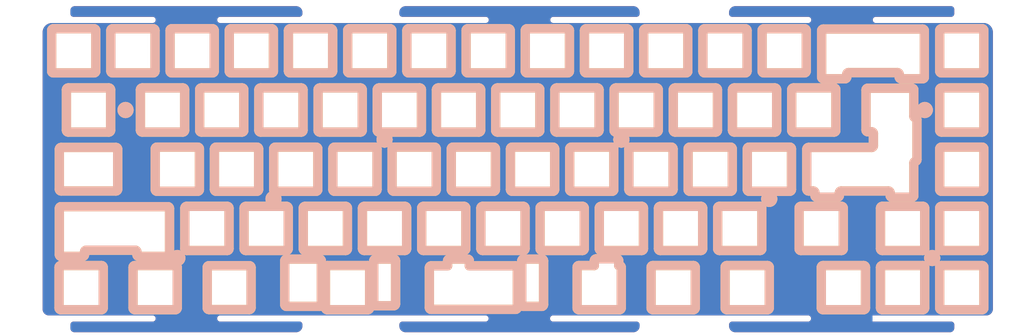
<source format=kicad_pcb>
(kicad_pcb (version 20171130) (host pcbnew "(5.1.11)-1")
  (layers (0 F.Cu signal) (31 B.Cu signal) (34 B.Paste user) (35 F.Paste user) (36 B.SilkS user) (37 F.SilkS user) (38 B.Mask user) (39 F.Mask user) (44 Edge.Cuts user))
  (net 0 "")
  (gr_curve (pts (xy 150.758369 134.446715) (xy 150.482231 134.446715) (xy 150.258369 134.673704) (xy 150.258369 134.953717)) (layer B.SilkS) (width 3))
  (gr_line (start 150.258369 149.149788) (end 150.258369 134.953717) (layer B.SilkS) (width 3))
  (gr_curve (pts (xy 150.258369 149.149788) (xy 150.258369 149.429801) (xy 150.482231 149.65679) (xy 150.758369 149.65679)) (layer B.SilkS) (width 3))
  (gr_line (start 156.758369 149.65679) (end 150.758369 149.65679) (layer B.SilkS) (width 3))
  (gr_curve (pts (xy 156.758369 149.65679) (xy 157.034507 149.65679) (xy 157.258369 149.429801) (xy 157.258369 149.149788)) (layer B.SilkS) (width 3))
  (gr_line (start 157.258369 134.953717) (end 157.258369 149.149788) (layer B.SilkS) (width 3))
  (gr_curve (pts (xy 157.258369 134.953717) (xy 157.258369 134.673704) (xy 157.034507 134.446715) (xy 156.758369 134.446715)) (layer B.SilkS) (width 3))
  (gr_line (start 150.758369 134.446715) (end 156.758369 134.446715) (layer B.SilkS) (width 3))
  (gr_curve (pts (xy 126.882361 134.446715) (xy 126.606215 134.446715) (xy 126.38237 134.67056) (xy 126.38237 134.946706)) (layer B.SilkS) (width 3))
  (gr_line (start 126.38237 136.621345) (end 126.38237 134.946706) (layer B.SilkS) (width 3))
  (gr_line (start 121.033364 136.621345) (end 126.38237 136.621345) (layer B.SilkS) (width 3))
  (gr_curve (pts (xy 121.033364 136.621345) (xy 120.757218 136.621345) (xy 120.533373 136.84519) (xy 120.533373 137.121336)) (layer B.SilkS) (width 3))
  (gr_line (start 120.533373 150.121339) (end 120.533373 137.121336) (layer B.SilkS) (width 3))
  (gr_curve (pts (xy 120.533373 150.121339) (xy 120.533373 150.397485) (xy 120.757218 150.62133) (xy 121.033364 150.62133)) (layer B.SilkS) (width 3))
  (gr_line (start 148.268997 150.62133) (end 121.033364 150.62133) (layer B.SilkS) (width 3))
  (gr_curve (pts (xy 148.268997 150.62133) (xy 148.573501 150.62133) (xy 148.820363 150.397485) (xy 148.820363 150.121339)) (layer B.SilkS) (width 3))
  (gr_line (start 148.820363 137.121336) (end 148.820363 150.121339) (layer B.SilkS) (width 3))
  (gr_curve (pts (xy 148.820363 137.121336) (xy 148.820363 136.84519) (xy 148.573501 136.621345) (xy 148.268997 136.621345)) (layer B.SilkS) (width 3))
  (gr_line (start 133.382352 136.621345) (end 148.268997 136.621345) (layer B.SilkS) (width 3))
  (gr_line (start 133.382352 134.946706) (end 133.382352 136.621345) (layer B.SilkS) (width 3))
  (gr_curve (pts (xy 133.382352 134.946706) (xy 133.382352 134.67056) (xy 133.158507 134.446715) (xy 132.882361 134.446715)) (layer B.SilkS) (width 3))
  (gr_line (start 126.882361 134.446715) (end 132.882361 134.446715) (layer B.SilkS) (width 3))
  (gr_curve (pts (xy 103.133368 134.446715) (xy 102.857222 134.446715) (xy 102.633368 134.670569) (xy 102.633368 134.946715)) (layer B.SilkS) (width 3))
  (gr_line (start 102.633368 148.946715) (end 102.633368 134.946715) (layer B.SilkS) (width 3))
  (gr_curve (pts (xy 102.633368 148.946715) (xy 102.633368 149.222861) (xy 102.857222 149.446715) (xy 103.133368 149.446715)) (layer B.SilkS) (width 3))
  (gr_line (start 109.133368 149.446715) (end 103.133368 149.446715) (layer B.SilkS) (width 3))
  (gr_curve (pts (xy 109.133368 149.446715) (xy 109.409514 149.446715) (xy 109.633368 149.222861) (xy 109.633368 148.946715)) (layer B.SilkS) (width 3))
  (gr_line (start 109.633368 134.946715) (end 109.633368 148.946715) (layer B.SilkS) (width 3))
  (gr_curve (pts (xy 109.633368 134.946715) (xy 109.633368 134.670569) (xy 109.409514 134.446715) (xy 109.133368 134.446715)) (layer B.SilkS) (width 3))
  (gr_line (start 103.133368 134.446715) (end 109.133368 134.446715) (layer B.SilkS) (width 3))
  (gr_curve (pts (xy 73.995601 149.149775) (xy 73.995601 149.429789) (xy 74.220167 149.65679) (xy 74.497203 149.65679)) (layer B.SilkS) (width 3))
  (gr_line (start 85.25575 149.65679) (end 74.497203 149.65679) (layer B.SilkS) (width 3))
  (gr_curve (pts (xy 85.25575 149.65679) (xy 85.532786 149.65679) (xy 85.757374 149.429789) (xy 85.757374 149.149775)) (layer B.SilkS) (width 3))
  (gr_line (start 85.757374 134.953729) (end 85.757374 149.149775) (layer B.SilkS) (width 3))
  (gr_curve (pts (xy 85.757374 134.953729) (xy 85.757374 134.673716) (xy 85.532786 134.446715) (xy 85.25575 134.446715)) (layer B.SilkS) (width 3))
  (gr_line (start 74.497203 134.446715) (end 85.25575 134.446715) (layer B.SilkS) (width 3))
  (gr_curve (pts (xy 74.497203 134.446715) (xy 74.220167 134.446715) (xy 73.995601 134.673716) (xy 73.995601 134.953729)) (layer B.SilkS) (width 3))
  (gr_line (start 73.995601 149.149775) (end 73.995601 134.953729) (layer B.SilkS) (width 3))
  (gr_curve (pts (xy 174.171202 134.36272) (xy 173.861724 134.36272) (xy 173.610835 134.600582) (xy 173.610835 134.89404)) (layer B.SilkS) (width 3))
  (gr_line (start 173.610835 136.521352) (end 173.610835 134.89404) (layer B.SilkS) (width 3))
  (gr_line (start 168.565514 136.521352) (end 173.610835 136.521352) (layer B.SilkS) (width 3))
  (gr_curve (pts (xy 168.565514 136.521352) (xy 168.285428 136.521352) (xy 168.058353 136.748384) (xy 168.058353 137.028492)) (layer B.SilkS) (width 3))
  (gr_line (start 168.058353 150.214207) (end 168.058353 137.028492) (layer B.SilkS) (width 3))
  (gr_curve (pts (xy 168.058353 150.214207) (xy 168.058353 150.494293) (xy 168.285428 150.721347) (xy 168.565514 150.721347)) (layer B.SilkS) (width 3))
  (gr_line (start 181.75123 150.721347) (end 168.565514 150.721347) (layer B.SilkS) (width 3))
  (gr_curve (pts (xy 181.75123 150.721347) (xy 182.031295 150.721347) (xy 182.258369 150.494293) (xy 182.258369 150.214207)) (layer B.SilkS) (width 3))
  (gr_line (start 182.258369 137.028492) (end 182.258369 150.214207) (layer B.SilkS) (width 3))
  (gr_curve (pts (xy 182.258369 137.028492) (xy 182.258369 136.748384) (xy 182.031295 136.521352) (xy 181.75123 136.521352)) (layer B.SilkS) (width 3))
  (gr_line (start 181.456114 136.521352) (end 181.75123 136.521352) (layer B.SilkS) (width 3))
  (gr_line (start 181.456114 134.89404) (end 181.456114 136.521352) (layer B.SilkS) (width 3))
  (gr_curve (pts (xy 181.456114 134.89404) (xy 181.456114 134.600582) (xy 181.205225 134.36272) (xy 180.895727 134.36272)) (layer B.SilkS) (width 3))
  (gr_line (start 174.171202 134.36272) (end 180.895727 134.36272) (layer B.SilkS) (width 3))
  (gr_curve (pts (xy 87.602507 136.521342) (xy 87.322416 136.521342) (xy 87.095364 136.748394) (xy 87.095364 137.028485)) (layer B.SilkS) (width 3))
  (gr_line (start 87.095364 150.214199) (end 87.095364 137.028485) (layer B.SilkS) (width 3))
  (gr_curve (pts (xy 87.095364 150.214199) (xy 87.095364 150.49429) (xy 87.322416 150.721342) (xy 87.602507 150.721342)) (layer B.SilkS) (width 3))
  (gr_line (start 100.788221 150.721342) (end 87.602507 150.721342) (layer B.SilkS) (width 3))
  (gr_curve (pts (xy 100.788221 150.721342) (xy 101.068312 150.721342) (xy 101.295364 150.49429) (xy 101.295364 150.214199)) (layer B.SilkS) (width 3))
  (gr_line (start 101.295364 137.028485) (end 101.295364 150.214199) (layer B.SilkS) (width 3))
  (gr_curve (pts (xy 101.295364 137.028485) (xy 101.295364 136.748394) (xy 101.068312 136.521342) (xy 100.788221 136.521342)) (layer B.SilkS) (width 3))
  (gr_line (start 87.602507 136.521342) (end 100.788221 136.521342) (layer B.SilkS) (width 3))
  (gr_curve (pts (xy 215.683602 150.2142) (xy 215.683602 150.494291) (xy 215.910667 150.721335) (xy 216.190736 150.721335)) (layer B.SilkS) (width 3))
  (gr_line (start 229.376467 150.721335) (end 216.190736 150.721335) (layer B.SilkS) (width 3))
  (gr_curve (pts (xy 229.376467 150.721335) (xy 229.656559 150.721335) (xy 229.883602 150.494291) (xy 229.883602 150.2142)) (layer B.SilkS) (width 3))
  (gr_line (start 229.883602 137.028469) (end 229.883602 150.2142) (layer B.SilkS) (width 3))
  (gr_curve (pts (xy 229.883602 137.028469) (xy 229.883602 136.748378) (xy 229.656559 136.521335) (xy 229.376467 136.521335)) (layer B.SilkS) (width 3))
  (gr_line (start 216.190736 136.521335) (end 229.376467 136.521335) (layer B.SilkS) (width 3))
  (gr_curve (pts (xy 216.190736 136.521335) (xy 215.910667 136.521335) (xy 215.683602 136.748378) (xy 215.683602 137.028469)) (layer B.SilkS) (width 3))
  (gr_line (start 215.683602 150.2142) (end 215.683602 137.028469) (layer B.SilkS) (width 3))
  (gr_curve (pts (xy 191.870606 150.2142) (xy 191.870606 150.494291) (xy 192.097671 150.721335) (xy 192.377741 150.721335)) (layer B.SilkS) (width 3))
  (gr_line (start 205.563472 150.721335) (end 192.377741 150.721335) (layer B.SilkS) (width 3))
  (gr_curve (pts (xy 205.563472 150.721335) (xy 205.843563 150.721335) (xy 206.070628 150.494291) (xy 206.070628 150.2142)) (layer B.SilkS) (width 3))
  (gr_line (start 206.070628 137.028469) (end 206.070628 150.2142) (layer B.SilkS) (width 3))
  (gr_curve (pts (xy 206.070628 137.028469) (xy 206.070628 136.748378) (xy 205.843563 136.521335) (xy 205.563472 136.521335)) (layer B.SilkS) (width 3))
  (gr_line (start 192.377741 136.521335) (end 205.563472 136.521335) (layer B.SilkS) (width 3))
  (gr_curve (pts (xy 192.377741 136.521335) (xy 192.097671 136.521335) (xy 191.870606 136.748378) (xy 191.870606 137.028469)) (layer B.SilkS) (width 3))
  (gr_line (start 191.870606 150.2142) (end 191.870606 137.028469) (layer B.SilkS) (width 3))
  (gr_curve (pts (xy 49.045606 150.167772) (xy 49.045606 150.44589) (xy 49.271051 150.671335) (xy 49.549169 150.671335)) (layer B.SilkS) (width 3))
  (gr_line (start 62.642044 150.671335) (end 49.549169 150.671335) (layer B.SilkS) (width 3))
  (gr_curve (pts (xy 62.642044 150.671335) (xy 62.920162 150.671335) (xy 63.145606 150.44589) (xy 63.145606 150.167772)) (layer B.SilkS) (width 3))
  (gr_line (start 63.145606 137.074897) (end 63.145606 150.167772) (layer B.SilkS) (width 3))
  (gr_curve (pts (xy 63.145606 137.074897) (xy 63.145606 136.796779) (xy 62.920162 136.571335) (xy 62.642044 136.571335)) (layer B.SilkS) (width 3))
  (gr_line (start 49.549169 136.571335) (end 62.642044 136.571335) (layer B.SilkS) (width 3))
  (gr_curve (pts (xy 49.549169 136.571335) (xy 49.271051 136.571335) (xy 49.045606 136.796779) (xy 49.045606 137.074897)) (layer B.SilkS) (width 3))
  (gr_line (start 49.045606 150.167772) (end 49.045606 137.074897) (layer B.SilkS) (width 3))
  (gr_curve (pts (xy 25.183602 150.2142) (xy 25.183602 150.494291) (xy 25.410645 150.721335) (xy 25.690736 150.721335)) (layer B.SilkS) (width 3))
  (gr_line (start 38.876467 150.721335) (end 25.690736 150.721335) (layer B.SilkS) (width 3))
  (gr_curve (pts (xy 38.876467 150.721335) (xy 39.156558 150.721335) (xy 39.383623 150.494291) (xy 39.383623 150.2142)) (layer B.SilkS) (width 3))
  (gr_line (start 39.383623 137.028469) (end 39.383623 150.2142) (layer B.SilkS) (width 3))
  (gr_curve (pts (xy 39.383623 137.028469) (xy 39.383623 136.748378) (xy 39.156558 136.521335) (xy 38.876467 136.521335)) (layer B.SilkS) (width 3))
  (gr_line (start 25.690736 136.521335) (end 38.876467 136.521335) (layer B.SilkS) (width 3))
  (gr_curve (pts (xy 25.690736 136.521335) (xy 25.410645 136.521335) (xy 25.183602 136.748378) (xy 25.183602 137.028469)) (layer B.SilkS) (width 3))
  (gr_line (start 25.183602 150.2142) (end 25.183602 137.028469) (layer B.SilkS) (width 3))
  (gr_curve (pts (xy 1.370606 150.2142) (xy 1.370606 150.494291) (xy 1.59765 150.721335) (xy 1.877741 150.721335)) (layer B.SilkS) (width 3))
  (gr_line (start 15.063472 150.721335) (end 1.877741 150.721335) (layer B.SilkS) (width 3))
  (gr_curve (pts (xy 15.063472 150.721335) (xy 15.343563 150.721335) (xy 15.570606 150.494291) (xy 15.570606 150.2142)) (layer B.SilkS) (width 3))
  (gr_line (start 15.570606 137.028469) (end 15.570606 150.2142) (layer B.SilkS) (width 3))
  (gr_curve (pts (xy 15.570606 137.028469) (xy 15.570606 136.748378) (xy 15.343563 136.521335) (xy 15.063472 136.521335)) (layer B.SilkS) (width 3))
  (gr_line (start 1.877741 136.521335) (end 15.063472 136.521335) (layer B.SilkS) (width 3))
  (gr_curve (pts (xy 1.877741 136.521335) (xy 1.59765 136.521335) (xy 1.370606 136.748378) (xy 1.370606 137.028469)) (layer B.SilkS) (width 3))
  (gr_line (start 1.370606 150.2142) (end 1.370606 137.028469) (layer B.SilkS) (width 3))
  (gr_line (start 276.408114 79.971342) (end 276.408114 88.496342) (layer B.SilkS) (width 3))
  (gr_curve (pts (xy 276.408114 79.971342) (xy 276.408114 79.6952) (xy 276.184256 79.471342) (xy 275.908114 79.471342)) (layer B.SilkS) (width 3))
  (gr_line (start 261.526864 79.471342) (end 275.908114 79.471342) (layer B.SilkS) (width 3))
  (gr_curve (pts (xy 261.526864 79.471342) (xy 261.250721 79.471342) (xy 261.026864 79.6952) (xy 261.026864 79.971342)) (layer B.SilkS) (width 3))
  (gr_line (start 261.026864 92.971342) (end 261.026864 79.971342) (layer B.SilkS) (width 3))
  (gr_curve (pts (xy 261.026864 92.971342) (xy 261.026864 93.247484) (xy 261.250721 93.471342) (xy 261.526864 93.471342)) (layer B.SilkS) (width 3))
  (gr_line (start 262.908114 93.471342) (end 261.526864 93.471342) (layer B.SilkS) (width 3))
  (gr_curve (pts (xy 262.908114 93.471342) (xy 263.184256 93.471342) (xy 263.408114 93.6952) (xy 263.408114 93.971342)) (layer B.SilkS) (width 3))
  (gr_line (start 263.408114 98.021342) (end 263.408114 93.971342) (layer B.SilkS) (width 3))
  (gr_curve (pts (xy 263.408114 98.021342) (xy 263.408114 98.297484) (xy 263.184256 98.521342) (xy 262.908114 98.521342)) (layer B.SilkS) (width 3))
  (gr_line (start 242.476864 98.521342) (end 262.908114 98.521342) (layer B.SilkS) (width 3))
  (gr_curve (pts (xy 242.476864 98.521342) (xy 242.200721 98.521342) (xy 241.976864 98.7452) (xy 241.976864 99.021342)) (layer B.SilkS) (width 3))
  (gr_line (start 241.976864 112.021342) (end 241.976864 99.021342) (layer B.SilkS) (width 3))
  (gr_curve (pts (xy 241.976864 112.021342) (xy 241.976864 112.297484) (xy 242.200721 112.521342) (xy 242.476864 112.521342)) (layer B.SilkS) (width 3))
  (gr_line (start 244.092636 112.521342) (end 242.476864 112.521342) (layer B.SilkS) (width 3))
  (gr_curve (pts (xy 244.092636 112.521342) (xy 244.368778 112.521342) (xy 244.592636 112.7452) (xy 244.592636 113.021342)) (layer B.SilkS) (width 3))
  (gr_line (start 244.592636 114.021342) (end 244.592636 113.021342) (layer B.SilkS) (width 3))
  (gr_curve (pts (xy 244.592636 114.021342) (xy 244.592636 114.297484) (xy 244.816494 114.521342) (xy 245.092636 114.521342)) (layer B.SilkS) (width 3))
  (gr_line (start 251.945114 114.521342) (end 245.092636 114.521342) (layer B.SilkS) (width 3))
  (gr_curve (pts (xy 251.945114 114.521342) (xy 252.221256 114.521342) (xy 252.445114 114.297484) (xy 252.445114 114.021342)) (layer B.SilkS) (width 3))
  (gr_line (start 252.445114 113.021342) (end 252.445114 114.021342) (layer B.SilkS) (width 3))
  (gr_curve (pts (xy 252.445114 113.021342) (xy 252.445114 112.7452) (xy 252.668971 112.521342) (xy 252.945114 112.521342)) (layer B.SilkS) (width 3))
  (gr_line (start 268.287312 112.521342) (end 252.945114 112.521342) (layer B.SilkS) (width 3))
  (gr_curve (pts (xy 268.287312 112.521342) (xy 268.563454 112.521342) (xy 268.787312 112.7452) (xy 268.787312 113.021342)) (layer B.SilkS) (width 3))
  (gr_line (start 268.787312 114.021342) (end 268.787312 113.021342) (layer B.SilkS) (width 3))
  (gr_curve (pts (xy 268.787312 114.021342) (xy 268.787312 114.297484) (xy 269.011169 114.521342) (xy 269.287312 114.521342)) (layer B.SilkS) (width 3))
  (gr_line (start 275.908114 114.521342) (end 269.287312 114.521342) (layer B.SilkS) (width 3))
  (gr_curve (pts (xy 275.908114 114.521342) (xy 276.184256 114.521342) (xy 276.408114 114.297484) (xy 276.408114 114.021342)) (layer B.SilkS) (width 3))
  (gr_line (start 276.408114 103.496342) (end 276.408114 114.021342) (layer B.SilkS) (width 3))
  (gr_curve (pts (xy 276.408114 103.496342) (xy 276.408114 103.2202) (xy 276.631971 102.996342) (xy 276.908114 102.996342)) (layer B.SilkS) (width 3))
  (gr_curve (pts (xy 276.908114 102.996342) (xy 277.184256 102.996342) (xy 277.408114 102.772484) (xy 277.408114 102.496342)) (layer B.SilkS) (width 3))
  (gr_line (start 277.408114 89.496342) (end 277.408114 102.496342) (layer B.SilkS) (width 3))
  (gr_curve (pts (xy 277.408114 89.496342) (xy 277.408114 89.2202) (xy 277.184256 88.996342) (xy 276.908114 88.996342)) (layer B.SilkS) (width 3))
  (gr_curve (pts (xy 276.908114 88.996342) (xy 276.631971 88.996342) (xy 276.408114 88.772484) (xy 276.408114 88.496342)) (layer B.SilkS) (width 3))
  (gr_curve (pts (xy 284.739364 150.214199) (xy 284.739364 150.494286) (xy 284.966419 150.721342) (xy 285.246507 150.721342)) (layer B.SilkS) (width 3))
  (gr_line (start 298.432221 150.721342) (end 285.246507 150.721342) (layer B.SilkS) (width 3))
  (gr_curve (pts (xy 298.432221 150.721342) (xy 298.712308 150.721342) (xy 298.939364 150.494286) (xy 298.939364 150.214199)) (layer B.SilkS) (width 3))
  (gr_line (start 298.939364 137.028485) (end 298.939364 150.214199) (layer B.SilkS) (width 3))
  (gr_curve (pts (xy 298.939364 137.028485) (xy 298.939364 136.748398) (xy 298.712308 136.521342) (xy 298.432221 136.521342)) (layer B.SilkS) (width 3))
  (gr_line (start 285.246507 136.521342) (end 298.432221 136.521342) (layer B.SilkS) (width 3))
  (gr_curve (pts (xy 285.246507 136.521342) (xy 284.966419 136.521342) (xy 284.739364 136.748398) (xy 284.739364 137.028485)) (layer B.SilkS) (width 3))
  (gr_line (start 284.739364 150.214199) (end 284.739364 137.028485) (layer B.SilkS) (width 3))
  (gr_curve (pts (xy 4.259007 79.371342) (xy 3.978919 79.371342) (xy 3.751864 79.598398) (xy 3.751864 79.878485)) (layer B.SilkS) (width 3))
  (gr_line (start 3.751864 93.064199) (end 3.751864 79.878485) (layer B.SilkS) (width 3))
  (gr_curve (pts (xy 3.751864 93.064199) (xy 3.751864 93.344286) (xy 3.978919 93.571342) (xy 4.259007 93.571342)) (layer B.SilkS) (width 3))
  (gr_line (start 17.444721 93.571342) (end 4.259007 93.571342) (layer B.SilkS) (width 3))
  (gr_curve (pts (xy 17.444721 93.571342) (xy 17.724808 93.571342) (xy 17.951864 93.344286) (xy 17.951864 93.064199)) (layer B.SilkS) (width 3))
  (gr_line (start 17.951864 79.878485) (end 17.951864 93.064199) (layer B.SilkS) (width 3))
  (gr_curve (pts (xy 17.951864 79.878485) (xy 17.951864 79.598398) (xy 17.724808 79.371342) (xy 17.444721 79.371342)) (layer B.SilkS) (width 3))
  (gr_line (start 4.259007 79.371342) (end 17.444721 79.371342) (layer B.SilkS) (width 3))
  (gr_curve (pts (xy 175.201864 131.164199) (xy 175.201864 131.444286) (xy 175.428919 131.671342) (xy 175.709007 131.671342)) (layer B.SilkS) (width 3))
  (gr_line (start 188.894721 131.671342) (end 175.709007 131.671342) (layer B.SilkS) (width 3))
  (gr_curve (pts (xy 188.894721 131.671342) (xy 189.174808 131.671342) (xy 189.401864 131.444286) (xy 189.401864 131.164199)) (layer B.SilkS) (width 3))
  (gr_line (start 189.401864 117.978485) (end 189.401864 131.164199) (layer B.SilkS) (width 3))
  (gr_curve (pts (xy 189.401864 117.978485) (xy 189.401864 117.698398) (xy 189.174808 117.471342) (xy 188.894721 117.471342)) (layer B.SilkS) (width 3))
  (gr_line (start 175.709007 117.471342) (end 188.894721 117.471342) (layer B.SilkS) (width 3))
  (gr_curve (pts (xy 175.709007 117.471342) (xy 175.428919 117.471342) (xy 175.201864 117.698398) (xy 175.201864 117.978485)) (layer B.SilkS) (width 3))
  (gr_line (start 175.201864 131.164199) (end 175.201864 117.978485) (layer B.SilkS) (width 3))
  (gr_curve (pts (xy 184.726864 112.114199) (xy 184.726864 112.394286) (xy 184.953919 112.621342) (xy 185.234007 112.621342)) (layer B.SilkS) (width 3))
  (gr_line (start 198.419721 112.621342) (end 185.234007 112.621342) (layer B.SilkS) (width 3))
  (gr_curve (pts (xy 198.419721 112.621342) (xy 198.699808 112.621342) (xy 198.926864 112.394286) (xy 198.926864 112.114199)) (layer B.SilkS) (width 3))
  (gr_line (start 198.926864 98.928485) (end 198.926864 112.114199) (layer B.SilkS) (width 3))
  (gr_curve (pts (xy 198.926864 98.928485) (xy 198.926864 98.648398) (xy 198.699808 98.421342) (xy 198.419721 98.421342)) (layer B.SilkS) (width 3))
  (gr_line (start 185.234007 98.421342) (end 198.419721 98.421342) (layer B.SilkS) (width 3))
  (gr_curve (pts (xy 185.234007 98.421342) (xy 184.953919 98.421342) (xy 184.726864 98.648398) (xy 184.726864 98.928485)) (layer B.SilkS) (width 3))
  (gr_line (start 184.726864 112.114199) (end 184.726864 98.928485) (layer B.SilkS) (width 3))
  (gr_curve (pts (xy 70.426864 112.114199) (xy 70.426864 112.394286) (xy 70.653919 112.621342) (xy 70.934007 112.621342)) (layer B.SilkS) (width 3))
  (gr_line (start 84.119721 112.621342) (end 70.934007 112.621342) (layer B.SilkS) (width 3))
  (gr_curve (pts (xy 84.119721 112.621342) (xy 84.399808 112.621342) (xy 84.626864 112.394286) (xy 84.626864 112.114199)) (layer B.SilkS) (width 3))
  (gr_line (start 84.626864 98.928485) (end 84.626864 112.114199) (layer B.SilkS) (width 3))
  (gr_curve (pts (xy 84.626864 98.928485) (xy 84.626864 98.648398) (xy 84.399808 98.421342) (xy 84.119721 98.421342)) (layer B.SilkS) (width 3))
  (gr_line (start 70.934007 98.421342) (end 84.119721 98.421342) (layer B.SilkS) (width 3))
  (gr_curve (pts (xy 70.934007 98.421342) (xy 70.653919 98.421342) (xy 70.426864 98.648398) (xy 70.426864 98.928485)) (layer B.SilkS) (width 3))
  (gr_line (start 70.426864 112.114199) (end 70.426864 98.928485) (layer B.SilkS) (width 3))
  (gr_curve (pts (xy 284.739364 131.164199) (xy 284.739364 131.444286) (xy 284.966419 131.671342) (xy 285.246507 131.671342)) (layer B.SilkS) (width 3))
  (gr_line (start 298.432221 131.671342) (end 285.246507 131.671342) (layer B.SilkS) (width 3))
  (gr_curve (pts (xy 298.432221 131.671342) (xy 298.712308 131.671342) (xy 298.939364 131.444286) (xy 298.939364 131.164199)) (layer B.SilkS) (width 3))
  (gr_line (start 298.939364 117.978485) (end 298.939364 131.164199) (layer B.SilkS) (width 3))
  (gr_curve (pts (xy 298.939364 117.978485) (xy 298.939364 117.698398) (xy 298.712308 117.471342) (xy 298.432221 117.471342)) (layer B.SilkS) (width 3))
  (gr_line (start 285.246507 117.471342) (end 298.432221 117.471342) (layer B.SilkS) (width 3))
  (gr_curve (pts (xy 285.246507 117.471342) (xy 284.966419 117.471342) (xy 284.739364 117.698398) (xy 284.739364 117.978485)) (layer B.SilkS) (width 3))
  (gr_line (start 284.739364 131.164199) (end 284.739364 117.978485) (layer B.SilkS) (width 3))
  (gr_curve (pts (xy 66.171507 79.371342) (xy 65.891419 79.371342) (xy 65.664364 79.598398) (xy 65.664364 79.878485)) (layer B.SilkS) (width 3))
  (gr_line (start 65.664364 93.064199) (end 65.664364 79.878485) (layer B.SilkS) (width 3))
  (gr_curve (pts (xy 65.664364 93.064199) (xy 65.664364 93.344286) (xy 65.891419 93.571342) (xy 66.171507 93.571342)) (layer B.SilkS) (width 3))
  (gr_line (start 79.357221 93.571342) (end 66.171507 93.571342) (layer B.SilkS) (width 3))
  (gr_curve (pts (xy 79.357221 93.571342) (xy 79.637308 93.571342) (xy 79.864364 93.344286) (xy 79.864364 93.064199)) (layer B.SilkS) (width 3))
  (gr_line (start 79.864364 79.878485) (end 79.864364 93.064199) (layer B.SilkS) (width 3))
  (gr_curve (pts (xy 79.864364 79.878485) (xy 79.864364 79.598398) (xy 79.637308 79.371342) (xy 79.357221 79.371342)) (layer B.SilkS) (width 3))
  (gr_line (start 66.171507 79.371342) (end 79.357221 79.371342) (layer B.SilkS) (width 3))
  (gr_curve (pts (xy 84.714364 93.064199) (xy 84.714364 93.344286) (xy 84.941419 93.571342) (xy 85.221507 93.571342)) (layer B.SilkS) (width 3))
  (gr_line (start 98.407221 93.571342) (end 85.221507 93.571342) (layer B.SilkS) (width 3))
  (gr_curve (pts (xy 98.407221 93.571342) (xy 98.687308 93.571342) (xy 98.914364 93.344286) (xy 98.914364 93.064199)) (layer B.SilkS) (width 3))
  (gr_line (start 98.914364 79.878485) (end 98.914364 93.064199) (layer B.SilkS) (width 3))
  (gr_curve (pts (xy 98.914364 79.878485) (xy 98.914364 79.598398) (xy 98.687308 79.371342) (xy 98.407221 79.371342)) (layer B.SilkS) (width 3))
  (gr_line (start 85.221507 79.371342) (end 98.407221 79.371342) (layer B.SilkS) (width 3))
  (gr_curve (pts (xy 85.221507 79.371342) (xy 84.941419 79.371342) (xy 84.714364 79.598398) (xy 84.714364 79.878485)) (layer B.SilkS) (width 3))
  (gr_line (start 84.714364 93.064199) (end 84.714364 79.878485) (layer B.SilkS) (width 3))
  (gr_curve (pts (xy 27.564364 93.064199) (xy 27.564364 93.344286) (xy 27.791419 93.571342) (xy 28.071507 93.571342)) (layer B.SilkS) (width 3))
  (gr_line (start 41.257221 93.571342) (end 28.071507 93.571342) (layer B.SilkS) (width 3))
  (gr_curve (pts (xy 41.257221 93.571342) (xy 41.537308 93.571342) (xy 41.764364 93.344286) (xy 41.764364 93.064199)) (layer B.SilkS) (width 3))
  (gr_line (start 41.764364 79.878485) (end 41.764364 93.064199) (layer B.SilkS) (width 3))
  (gr_curve (pts (xy 41.764364 79.878485) (xy 41.764364 79.598398) (xy 41.537308 79.371342) (xy 41.257221 79.371342)) (layer B.SilkS) (width 3))
  (gr_line (start 28.071507 79.371342) (end 41.257221 79.371342) (layer B.SilkS) (width 3))
  (gr_curve (pts (xy 28.071507 79.371342) (xy 27.791419 79.371342) (xy 27.564364 79.598398) (xy 27.564364 79.878485)) (layer B.SilkS) (width 3))
  (gr_line (start 27.564364 93.064199) (end 27.564364 79.878485) (layer B.SilkS) (width 3))
  (gr_curve (pts (xy 141.864364 93.064199) (xy 141.864364 93.344286) (xy 142.091419 93.571342) (xy 142.371507 93.571342)) (layer B.SilkS) (width 3))
  (gr_line (start 155.557221 93.571342) (end 142.371507 93.571342) (layer B.SilkS) (width 3))
  (gr_curve (pts (xy 155.557221 93.571342) (xy 155.837308 93.571342) (xy 156.064364 93.344286) (xy 156.064364 93.064199)) (layer B.SilkS) (width 3))
  (gr_line (start 156.064364 79.878485) (end 156.064364 93.064199) (layer B.SilkS) (width 3))
  (gr_curve (pts (xy 156.064364 79.878485) (xy 156.064364 79.598398) (xy 155.837308 79.371342) (xy 155.557221 79.371342)) (layer B.SilkS) (width 3))
  (gr_line (start 142.371507 79.371342) (end 155.557221 79.371342) (layer B.SilkS) (width 3))
  (gr_curve (pts (xy 142.371507 79.371342) (xy 142.091419 79.371342) (xy 141.864364 79.598398) (xy 141.864364 79.878485)) (layer B.SilkS) (width 3))
  (gr_line (start 141.864364 93.064199) (end 141.864364 79.878485) (layer B.SilkS) (width 3))
  (gr_curve (pts (xy 32.326864 112.114199) (xy 32.326864 112.394286) (xy 32.553919 112.621342) (xy 32.834007 112.621342)) (layer B.SilkS) (width 3))
  (gr_line (start 46.019721 112.621342) (end 32.834007 112.621342) (layer B.SilkS) (width 3))
  (gr_curve (pts (xy 46.019721 112.621342) (xy 46.299808 112.621342) (xy 46.526864 112.394286) (xy 46.526864 112.114199)) (layer B.SilkS) (width 3))
  (gr_line (start 46.526864 98.928485) (end 46.526864 112.114199) (layer B.SilkS) (width 3))
  (gr_curve (pts (xy 46.526864 98.928485) (xy 46.526864 98.648398) (xy 46.299808 98.421342) (xy 46.019721 98.421342)) (layer B.SilkS) (width 3))
  (gr_line (start 32.834007 98.421342) (end 46.019721 98.421342) (layer B.SilkS) (width 3))
  (gr_curve (pts (xy 32.834007 98.421342) (xy 32.553919 98.421342) (xy 32.326864 98.648398) (xy 32.326864 98.928485)) (layer B.SilkS) (width 3))
  (gr_line (start 32.326864 112.114199) (end 32.326864 98.928485) (layer B.SilkS) (width 3))
  (gr_curve (pts (xy 151.389364 74.014199) (xy 151.389364 74.294286) (xy 151.616419 74.521342) (xy 151.896507 74.521342)) (layer B.SilkS) (width 3))
  (gr_line (start 165.082221 74.521342) (end 151.896507 74.521342) (layer B.SilkS) (width 3))
  (gr_curve (pts (xy 165.082221 74.521342) (xy 165.362308 74.521342) (xy 165.589364 74.294286) (xy 165.589364 74.014199)) (layer B.SilkS) (width 3))
  (gr_line (start 165.589364 60.828485) (end 165.589364 74.014199) (layer B.SilkS) (width 3))
  (gr_curve (pts (xy 165.589364 60.828485) (xy 165.589364 60.548398) (xy 165.362308 60.321342) (xy 165.082221 60.321342)) (layer B.SilkS) (width 3))
  (gr_line (start 151.896507 60.321342) (end 165.082221 60.321342) (layer B.SilkS) (width 3))
  (gr_curve (pts (xy 151.896507 60.321342) (xy 151.616419 60.321342) (xy 151.389364 60.548398) (xy 151.389364 60.828485)) (layer B.SilkS) (width 3))
  (gr_line (start 151.389364 74.014199) (end 151.389364 60.828485) (layer B.SilkS) (width 3))
  (gr_curve (pts (xy 189.489364 74.014199) (xy 189.489364 74.294286) (xy 189.716419 74.521342) (xy 189.996507 74.521342)) (layer B.SilkS) (width 3))
  (gr_line (start 203.182221 74.521342) (end 189.996507 74.521342) (layer B.SilkS) (width 3))
  (gr_curve (pts (xy 203.182221 74.521342) (xy 203.462308 74.521342) (xy 203.689364 74.294286) (xy 203.689364 74.014199)) (layer B.SilkS) (width 3))
  (gr_line (start 203.689364 60.828485) (end 203.689364 74.014199) (layer B.SilkS) (width 3))
  (gr_curve (pts (xy 203.689364 60.828485) (xy 203.689364 60.548398) (xy 203.462308 60.321342) (xy 203.182221 60.321342)) (layer B.SilkS) (width 3))
  (gr_line (start 189.996507 60.321342) (end 203.182221 60.321342) (layer B.SilkS) (width 3))
  (gr_curve (pts (xy 189.996507 60.321342) (xy 189.716419 60.321342) (xy 189.489364 60.548398) (xy 189.489364 60.828485)) (layer B.SilkS) (width 3))
  (gr_line (start 189.489364 74.014199) (end 189.489364 60.828485) (layer B.SilkS) (width 3))
  (gr_curve (pts (xy 75.696507 60.321342) (xy 75.416419 60.321342) (xy 75.189364 60.548398) (xy 75.189364 60.828485)) (layer B.SilkS) (width 3))
  (gr_line (start 75.189364 74.014199) (end 75.189364 60.828485) (layer B.SilkS) (width 3))
  (gr_curve (pts (xy 75.189364 74.014199) (xy 75.189364 74.294286) (xy 75.416419 74.521342) (xy 75.696507 74.521342)) (layer B.SilkS) (width 3))
  (gr_line (start 88.882221 74.521342) (end 75.696507 74.521342) (layer B.SilkS) (width 3))
  (gr_curve (pts (xy 88.882221 74.521342) (xy 89.162308 74.521342) (xy 89.389364 74.294286) (xy 89.389364 74.014199)) (layer B.SilkS) (width 3))
  (gr_line (start 89.389364 60.828485) (end 89.389364 74.014199) (layer B.SilkS) (width 3))
  (gr_curve (pts (xy 89.389364 60.828485) (xy 89.389364 60.548398) (xy 89.162308 60.321342) (xy 88.882221 60.321342)) (layer B.SilkS) (width 3))
  (gr_line (start 75.696507 60.321342) (end 88.882221 60.321342) (layer B.SilkS) (width 3))
  (gr_curve (pts (xy 165.676864 112.114199) (xy 165.676864 112.394286) (xy 165.903919 112.621342) (xy 166.184007 112.621342)) (layer B.SilkS) (width 3))
  (gr_line (start 179.369721 112.621342) (end 166.184007 112.621342) (layer B.SilkS) (width 3))
  (gr_curve (pts (xy 179.369721 112.621342) (xy 179.649808 112.621342) (xy 179.876864 112.394286) (xy 179.876864 112.114199)) (layer B.SilkS) (width 3))
  (gr_line (start 179.876864 98.928485) (end 179.876864 112.114199) (layer B.SilkS) (width 3))
  (gr_curve (pts (xy 179.876864 98.928485) (xy 179.876864 98.648398) (xy 179.649808 98.421342) (xy 179.369721 98.421342)) (layer B.SilkS) (width 3))
  (gr_line (start 166.184007 98.421342) (end 179.369721 98.421342) (layer B.SilkS) (width 3))
  (gr_curve (pts (xy 166.184007 98.421342) (xy 165.903919 98.421342) (xy 165.676864 98.648398) (xy 165.676864 98.928485)) (layer B.SilkS) (width 3))
  (gr_line (start 165.676864 112.114199) (end 165.676864 98.928485) (layer B.SilkS) (width 3))
  (gr_curve (pts (xy 1.970614 117.571342) (xy 1.694471 117.571342) (xy 1.470614 117.7952) (xy 1.470614 118.071342)) (layer B.SilkS) (width 3))
  (gr_line (start 1.470614 133.071342) (end 1.470614 118.071342) (layer B.SilkS) (width 3))
  (gr_curve (pts (xy 1.470614 133.071342) (xy 1.470614 133.347484) (xy 1.694471 133.571342) (xy 1.970614 133.571342)) (layer B.SilkS) (width 3))
  (gr_line (start 9.057614 133.571342) (end 1.970614 133.571342) (layer B.SilkS) (width 3))
  (gr_curve (pts (xy 9.057614 133.571342) (xy 9.333756 133.571342) (xy 9.557614 133.347484) (xy 9.557614 133.071342)) (layer B.SilkS) (width 3))
  (gr_line (start 9.557614 132.071342) (end 9.557614 133.071342) (layer B.SilkS) (width 3))
  (gr_curve (pts (xy 9.557614 132.071342) (xy 9.557614 131.7952) (xy 9.781471 131.571342) (xy 10.057614 131.571342)) (layer B.SilkS) (width 3))
  (gr_line (start 25.933614 131.571342) (end 10.057614 131.571342) (layer B.SilkS) (width 3))
  (gr_curve (pts (xy 25.933614 131.571342) (xy 26.209756 131.571342) (xy 26.433614 131.7952) (xy 26.433614 132.071342)) (layer B.SilkS) (width 3))
  (gr_line (start 26.433614 133.071342) (end 26.433614 132.071342) (layer B.SilkS) (width 3))
  (gr_curve (pts (xy 26.433614 133.071342) (xy 26.433614 133.347484) (xy 26.657471 133.571342) (xy 26.933614 133.571342)) (layer B.SilkS) (width 3))
  (gr_line (start 36.401864 133.571342) (end 26.933614 133.571342) (layer B.SilkS) (width 3))
  (gr_curve (pts (xy 36.401864 133.571342) (xy 36.678006 133.571342) (xy 36.901864 133.347484) (xy 36.901864 133.071342)) (layer B.SilkS) (width 3))
  (gr_line (start 36.901864 118.071342) (end 36.901864 133.071342) (layer B.SilkS) (width 3))
  (gr_curve (pts (xy 36.901864 118.071342) (xy 36.901864 117.7952) (xy 36.678006 117.571342) (xy 36.401864 117.571342)) (layer B.SilkS) (width 3))
  (gr_line (start 1.970614 117.571342) (end 36.401864 117.571342) (layer B.SilkS) (width 3))
  (gr_curve (pts (xy 99.509007 117.471342) (xy 99.228919 117.471342) (xy 99.001864 117.698398) (xy 99.001864 117.978485)) (layer B.SilkS) (width 3))
  (gr_line (start 99.001864 131.164199) (end 99.001864 117.978485) (layer B.SilkS) (width 3))
  (gr_curve (pts (xy 99.001864 131.164199) (xy 99.001864 131.444286) (xy 99.228919 131.671342) (xy 99.509007 131.671342)) (layer B.SilkS) (width 3))
  (gr_line (start 112.694721 131.671342) (end 99.509007 131.671342) (layer B.SilkS) (width 3))
  (gr_curve (pts (xy 112.694721 131.671342) (xy 112.974808 131.671342) (xy 113.201864 131.444286) (xy 113.201864 131.164199)) (layer B.SilkS) (width 3))
  (gr_line (start 113.201864 117.978485) (end 113.201864 131.164199) (layer B.SilkS) (width 3))
  (gr_curve (pts (xy 113.201864 117.978485) (xy 113.201864 117.698398) (xy 112.974808 117.471342) (xy 112.694721 117.471342)) (layer B.SilkS) (width 3))
  (gr_line (start 99.509007 117.471342) (end 112.694721 117.471342) (layer B.SilkS) (width 3))
  (gr_curve (pts (xy 18.039364 74.014199) (xy 18.039364 74.294286) (xy 18.266419 74.521342) (xy 18.546507 74.521342)) (layer B.SilkS) (width 3))
  (gr_line (start 31.732221 74.521342) (end 18.546507 74.521342) (layer B.SilkS) (width 3))
  (gr_curve (pts (xy 31.732221 74.521342) (xy 32.012308 74.521342) (xy 32.239364 74.294286) (xy 32.239364 74.014199)) (layer B.SilkS) (width 3))
  (gr_line (start 32.239364 60.828485) (end 32.239364 74.014199) (layer B.SilkS) (width 3))
  (gr_curve (pts (xy 32.239364 60.828485) (xy 32.239364 60.548398) (xy 32.012308 60.321342) (xy 31.732221 60.321342)) (layer B.SilkS) (width 3))
  (gr_line (start 18.546507 60.321342) (end 31.732221 60.321342) (layer B.SilkS) (width 3))
  (gr_curve (pts (xy 18.546507 60.321342) (xy 18.266419 60.321342) (xy 18.039364 60.548398) (xy 18.039364 60.828485)) (layer B.SilkS) (width 3))
  (gr_line (start 18.039364 74.014199) (end 18.039364 60.828485) (layer B.SilkS) (width 3))
  (gr_curve (pts (xy 284.739364 93.064199) (xy 284.739364 93.344286) (xy 284.966419 93.571342) (xy 285.246507 93.571342)) (layer B.SilkS) (width 3))
  (gr_line (start 298.432221 93.571342) (end 285.246507 93.571342) (layer B.SilkS) (width 3))
  (gr_curve (pts (xy 298.432221 93.571342) (xy 298.712308 93.571342) (xy 298.939364 93.344286) (xy 298.939364 93.064199)) (layer B.SilkS) (width 3))
  (gr_line (start 298.939364 79.878485) (end 298.939364 93.064199) (layer B.SilkS) (width 3))
  (gr_curve (pts (xy 298.939364 79.878485) (xy 298.939364 79.598398) (xy 298.712308 79.371342) (xy 298.432221 79.371342)) (layer B.SilkS) (width 3))
  (gr_line (start 285.246507 79.371342) (end 298.432221 79.371342) (layer B.SilkS) (width 3))
  (gr_curve (pts (xy 285.246507 79.371342) (xy 284.966419 79.371342) (xy 284.739364 79.598398) (xy 284.739364 79.878485)) (layer B.SilkS) (width 3))
  (gr_line (start 284.739364 93.064199) (end 284.739364 79.878485) (layer B.SilkS) (width 3))
  (gr_curve (pts (xy 137.101864 131.164199) (xy 137.101864 131.444286) (xy 137.328919 131.671342) (xy 137.609007 131.671342)) (layer B.SilkS) (width 3))
  (gr_line (start 150.794721 131.671342) (end 137.609007 131.671342) (layer B.SilkS) (width 3))
  (gr_curve (pts (xy 150.794721 131.671342) (xy 151.074808 131.671342) (xy 151.301864 131.444286) (xy 151.301864 131.164199)) (layer B.SilkS) (width 3))
  (gr_line (start 151.301864 117.978485) (end 151.301864 131.164199) (layer B.SilkS) (width 3))
  (gr_curve (pts (xy 151.301864 117.978485) (xy 151.301864 117.698398) (xy 151.074808 117.471342) (xy 150.794721 117.471342)) (layer B.SilkS) (width 3))
  (gr_line (start 137.609007 117.471342) (end 150.794721 117.471342) (layer B.SilkS) (width 3))
  (gr_curve (pts (xy 137.609007 117.471342) (xy 137.328919 117.471342) (xy 137.101864 117.698398) (xy 137.101864 117.978485)) (layer B.SilkS) (width 3))
  (gr_line (start 137.101864 131.164199) (end 137.101864 117.978485) (layer B.SilkS) (width 3))
  (gr_curve (pts (xy 108.526864 112.114199) (xy 108.526864 112.394286) (xy 108.753919 112.621342) (xy 109.034007 112.621342)) (layer B.SilkS) (width 3))
  (gr_line (start 122.219721 112.621342) (end 109.034007 112.621342) (layer B.SilkS) (width 3))
  (gr_curve (pts (xy 122.219721 112.621342) (xy 122.499808 112.621342) (xy 122.726864 112.394286) (xy 122.726864 112.114199)) (layer B.SilkS) (width 3))
  (gr_line (start 122.726864 98.928485) (end 122.726864 112.114199) (layer B.SilkS) (width 3))
  (gr_curve (pts (xy 122.726864 98.928485) (xy 122.726864 98.648398) (xy 122.499808 98.421342) (xy 122.219721 98.421342)) (layer B.SilkS) (width 3))
  (gr_line (start 109.034007 98.421342) (end 122.219721 98.421342) (layer B.SilkS) (width 3))
  (gr_curve (pts (xy 109.034007 98.421342) (xy 108.753919 98.421342) (xy 108.526864 98.648398) (xy 108.526864 98.928485)) (layer B.SilkS) (width 3))
  (gr_line (start 108.526864 112.114199) (end 108.526864 98.928485) (layer B.SilkS) (width 3))
  (gr_curve (pts (xy 42.359007 117.471342) (xy 42.078919 117.471342) (xy 41.851864 117.698398) (xy 41.851864 117.978485)) (layer B.SilkS) (width 3))
  (gr_line (start 41.851864 131.164199) (end 41.851864 117.978485) (layer B.SilkS) (width 3))
  (gr_curve (pts (xy 41.851864 131.164199) (xy 41.851864 131.444286) (xy 42.078919 131.671342) (xy 42.359007 131.671342)) (layer B.SilkS) (width 3))
  (gr_line (start 55.544721 131.671342) (end 42.359007 131.671342) (layer B.SilkS) (width 3))
  (gr_curve (pts (xy 55.544721 131.671342) (xy 55.824808 131.671342) (xy 56.051864 131.444286) (xy 56.051864 131.164199)) (layer B.SilkS) (width 3))
  (gr_line (start 56.051864 117.978485) (end 56.051864 131.164199) (layer B.SilkS) (width 3))
  (gr_curve (pts (xy 56.051864 117.978485) (xy 56.051864 117.698398) (xy 55.824808 117.471342) (xy 55.544721 117.471342)) (layer B.SilkS) (width 3))
  (gr_line (start 42.359007 117.471342) (end 55.544721 117.471342) (layer B.SilkS) (width 3))
  (gr_curve (pts (xy 170.439364 74.014199) (xy 170.439364 74.294286) (xy 170.666419 74.521342) (xy 170.946507 74.521342)) (layer B.SilkS) (width 3))
  (gr_line (start 184.132221 74.521342) (end 170.946507 74.521342) (layer B.SilkS) (width 3))
  (gr_curve (pts (xy 184.132221 74.521342) (xy 184.412308 74.521342) (xy 184.639364 74.294286) (xy 184.639364 74.014199)) (layer B.SilkS) (width 3))
  (gr_line (start 184.639364 60.828485) (end 184.639364 74.014199) (layer B.SilkS) (width 3))
  (gr_curve (pts (xy 184.639364 60.828485) (xy 184.639364 60.548398) (xy 184.412308 60.321342) (xy 184.132221 60.321342)) (layer B.SilkS) (width 3))
  (gr_line (start 170.946507 60.321342) (end 184.132221 60.321342) (layer B.SilkS) (width 3))
  (gr_curve (pts (xy 170.946507 60.321342) (xy 170.666419 60.321342) (xy 170.439364 60.548398) (xy 170.439364 60.828485)) (layer B.SilkS) (width 3))
  (gr_line (start 170.439364 74.014199) (end 170.439364 60.828485) (layer B.SilkS) (width 3))
  (gr_curve (pts (xy 118.051864 131.164199) (xy 118.051864 131.444286) (xy 118.278919 131.671342) (xy 118.559007 131.671342)) (layer B.SilkS) (width 3))
  (gr_line (start 131.744721 131.671342) (end 118.559007 131.671342) (layer B.SilkS) (width 3))
  (gr_curve (pts (xy 131.744721 131.671342) (xy 132.024808 131.671342) (xy 132.251864 131.444286) (xy 132.251864 131.164199)) (layer B.SilkS) (width 3))
  (gr_line (start 132.251864 117.978485) (end 132.251864 131.164199) (layer B.SilkS) (width 3))
  (gr_curve (pts (xy 132.251864 117.978485) (xy 132.251864 117.698398) (xy 132.024808 117.471342) (xy 131.744721 117.471342)) (layer B.SilkS) (width 3))
  (gr_line (start 118.559007 117.471342) (end 131.744721 117.471342) (layer B.SilkS) (width 3))
  (gr_curve (pts (xy 118.559007 117.471342) (xy 118.278919 117.471342) (xy 118.051864 117.698398) (xy 118.051864 117.978485)) (layer B.SilkS) (width 3))
  (gr_line (start 118.051864 131.164199) (end 118.051864 117.978485) (layer B.SilkS) (width 3))
  (gr_curve (pts (xy 80.459007 117.471342) (xy 80.178919 117.471342) (xy 79.951864 117.698398) (xy 79.951864 117.978485)) (layer B.SilkS) (width 3))
  (gr_line (start 79.951864 131.164199) (end 79.951864 117.978485) (layer B.SilkS) (width 3))
  (gr_curve (pts (xy 79.951864 131.164199) (xy 79.951864 131.444286) (xy 80.178919 131.671342) (xy 80.459007 131.671342)) (layer B.SilkS) (width 3))
  (gr_line (start 93.644721 131.671342) (end 80.459007 131.671342) (layer B.SilkS) (width 3))
  (gr_curve (pts (xy 93.644721 131.671342) (xy 93.924808 131.671342) (xy 94.151864 131.444286) (xy 94.151864 131.164199)) (layer B.SilkS) (width 3))
  (gr_line (start 94.151864 117.978485) (end 94.151864 131.164199) (layer B.SilkS) (width 3))
  (gr_curve (pts (xy 94.151864 117.978485) (xy 94.151864 117.698398) (xy 93.924808 117.471342) (xy 93.644721 117.471342)) (layer B.SilkS) (width 3))
  (gr_line (start 80.459007 117.471342) (end 93.644721 117.471342) (layer B.SilkS) (width 3))
  (gr_curve (pts (xy 254.326364 76.421342) (xy 254.602506 76.421342) (xy 254.826364 76.197484) (xy 254.826364 75.921342)) (layer B.SilkS) (width 3))
  (gr_line (start 254.826364 74.921342) (end 254.826364 75.921342) (layer B.SilkS) (width 3))
  (gr_curve (pts (xy 254.826364 74.921342) (xy 254.826364 74.6452) (xy 255.050221 74.421342) (xy 255.326364 74.421342)) (layer B.SilkS) (width 3))
  (gr_line (start 271.202364 74.421342) (end 255.326364 74.421342) (layer B.SilkS) (width 3))
  (gr_curve (pts (xy 271.202364 74.421342) (xy 271.478506 74.421342) (xy 271.702364 74.6452) (xy 271.702364 74.921342)) (layer B.SilkS) (width 3))
  (gr_line (start 271.702364 75.921342) (end 271.702364 74.921342) (layer B.SilkS) (width 3))
  (gr_curve (pts (xy 271.702364 75.921342) (xy 271.702364 76.197484) (xy 271.926221 76.421342) (xy 272.202364 76.421342)) (layer B.SilkS) (width 3))
  (gr_line (start 279.289364 76.421342) (end 272.202364 76.421342) (layer B.SilkS) (width 3))
  (gr_curve (pts (xy 279.289364 76.421342) (xy 279.565506 76.421342) (xy 279.789364 76.197484) (xy 279.789364 75.921342)) (layer B.SilkS) (width 3))
  (gr_line (start 279.789364 60.921342) (end 279.789364 75.921342) (layer B.SilkS) (width 3))
  (gr_curve (pts (xy 279.789364 60.921342) (xy 279.789364 60.6452) (xy 279.565506 60.421342) (xy 279.289364 60.421342)) (layer B.SilkS) (width 3))
  (gr_line (start 247.239364 60.421342) (end 279.289364 60.421342) (layer B.SilkS) (width 3))
  (gr_curve (pts (xy 247.239364 60.421342) (xy 246.963221 60.421342) (xy 246.739364 60.6452) (xy 246.739364 60.921342)) (layer B.SilkS) (width 3))
  (gr_line (start 246.739364 75.921342) (end 246.739364 60.921342) (layer B.SilkS) (width 3))
  (gr_curve (pts (xy 246.739364 75.921342) (xy 246.739364 76.197484) (xy 246.963221 76.421342) (xy 247.239364 76.421342)) (layer B.SilkS) (width 3))
  (gr_line (start 254.326364 76.421342) (end 247.239364 76.421342) (layer B.SilkS) (width 3))
  (gr_curve (pts (xy 247.146507 136.521342) (xy 246.866419 136.521342) (xy 246.639364 136.748398) (xy 246.639364 137.028485)) (layer B.SilkS) (width 3))
  (gr_line (start 246.639364 150.214199) (end 246.639364 137.028485) (layer B.SilkS) (width 3))
  (gr_curve (pts (xy 246.639364 150.214199) (xy 246.639364 150.494286) (xy 246.866419 150.721342) (xy 247.146507 150.721342)) (layer B.SilkS) (width 3))
  (gr_line (start 260.332221 150.721342) (end 247.146507 150.721342) (layer B.SilkS) (width 3))
  (gr_curve (pts (xy 260.332221 150.721342) (xy 260.612308 150.721342) (xy 260.839364 150.494286) (xy 260.839364 150.214199)) (layer B.SilkS) (width 3))
  (gr_line (start 260.839364 137.028485) (end 260.839364 150.214199) (layer B.SilkS) (width 3))
  (gr_curve (pts (xy 260.839364 137.028485) (xy 260.839364 136.748398) (xy 260.612308 136.521342) (xy 260.332221 136.521342)) (layer B.SilkS) (width 3))
  (gr_line (start 247.146507 136.521342) (end 260.332221 136.521342) (layer B.SilkS) (width 3))
  (gr_curve (pts (xy 284.739364 74.014199) (xy 284.739364 74.294286) (xy 284.966419 74.521342) (xy 285.246507 74.521342)) (layer B.SilkS) (width 3))
  (gr_line (start 298.432221 74.521342) (end 285.246507 74.521342) (layer B.SilkS) (width 3))
  (gr_curve (pts (xy 298.432221 74.521342) (xy 298.712308 74.521342) (xy 298.939364 74.294286) (xy 298.939364 74.014199)) (layer B.SilkS) (width 3))
  (gr_line (start 298.939364 60.828485) (end 298.939364 74.014199) (layer B.SilkS) (width 3))
  (gr_curve (pts (xy 298.939364 60.828485) (xy 298.939364 60.548398) (xy 298.712308 60.321342) (xy 298.432221 60.321342)) (layer B.SilkS) (width 3))
  (gr_line (start 285.246507 60.321342) (end 298.432221 60.321342) (layer B.SilkS) (width 3))
  (gr_curve (pts (xy 285.246507 60.321342) (xy 284.966419 60.321342) (xy 284.739364 60.548398) (xy 284.739364 60.828485)) (layer B.SilkS) (width 3))
  (gr_line (start 284.739364 74.014199) (end 284.739364 60.828485) (layer B.SilkS) (width 3))
  (gr_curve (pts (xy 122.814364 93.064199) (xy 122.814364 93.344286) (xy 123.041419 93.571342) (xy 123.321507 93.571342)) (layer B.SilkS) (width 3))
  (gr_line (start 136.507221 93.571342) (end 123.321507 93.571342) (layer B.SilkS) (width 3))
  (gr_curve (pts (xy 136.507221 93.571342) (xy 136.787308 93.571342) (xy 137.014364 93.344286) (xy 137.014364 93.064199)) (layer B.SilkS) (width 3))
  (gr_line (start 137.014364 79.878485) (end 137.014364 93.064199) (layer B.SilkS) (width 3))
  (gr_curve (pts (xy 137.014364 79.878485) (xy 137.014364 79.598398) (xy 136.787308 79.371342) (xy 136.507221 79.371342)) (layer B.SilkS) (width 3))
  (gr_line (start 123.321507 79.371342) (end 136.507221 79.371342) (layer B.SilkS) (width 3))
  (gr_curve (pts (xy 123.321507 79.371342) (xy 123.041419 79.371342) (xy 122.814364 79.598398) (xy 122.814364 79.878485)) (layer B.SilkS) (width 3))
  (gr_line (start 122.814364 93.064199) (end 122.814364 79.878485) (layer B.SilkS) (width 3))
  (gr_curve (pts (xy 46.614364 93.064199) (xy 46.614364 93.344286) (xy 46.841419 93.571342) (xy 47.121507 93.571342)) (layer B.SilkS) (width 3))
  (gr_line (start 60.307221 93.571342) (end 47.121507 93.571342) (layer B.SilkS) (width 3))
  (gr_curve (pts (xy 60.307221 93.571342) (xy 60.587308 93.571342) (xy 60.814364 93.344286) (xy 60.814364 93.064199)) (layer B.SilkS) (width 3))
  (gr_line (start 60.814364 79.878485) (end 60.814364 93.064199) (layer B.SilkS) (width 3))
  (gr_curve (pts (xy 60.814364 79.878485) (xy 60.814364 79.598398) (xy 60.587308 79.371342) (xy 60.307221 79.371342)) (layer B.SilkS) (width 3))
  (gr_line (start 47.121507 79.371342) (end 60.307221 79.371342) (layer B.SilkS) (width 3))
  (gr_curve (pts (xy 47.121507 79.371342) (xy 46.841419 79.371342) (xy 46.614364 79.598398) (xy 46.614364 79.878485)) (layer B.SilkS) (width 3))
  (gr_line (start 46.614364 93.064199) (end 46.614364 79.878485) (layer B.SilkS) (width 3))
  (gr_curve (pts (xy 128.084007 98.421342) (xy 127.803919 98.421342) (xy 127.576864 98.648398) (xy 127.576864 98.928485)) (layer B.SilkS) (width 3))
  (gr_line (start 127.576864 112.114199) (end 127.576864 98.928485) (layer B.SilkS) (width 3))
  (gr_curve (pts (xy 127.576864 112.114199) (xy 127.576864 112.394286) (xy 127.803919 112.621342) (xy 128.084007 112.621342)) (layer B.SilkS) (width 3))
  (gr_line (start 141.269721 112.621342) (end 128.084007 112.621342) (layer B.SilkS) (width 3))
  (gr_curve (pts (xy 141.269721 112.621342) (xy 141.549808 112.621342) (xy 141.776864 112.394286) (xy 141.776864 112.114199)) (layer B.SilkS) (width 3))
  (gr_line (start 141.776864 98.928485) (end 141.776864 112.114199) (layer B.SilkS) (width 3))
  (gr_curve (pts (xy 141.776864 98.928485) (xy 141.776864 98.648398) (xy 141.549808 98.421342) (xy 141.269721 98.421342)) (layer B.SilkS) (width 3))
  (gr_line (start 128.084007 98.421342) (end 141.269721 98.421342) (layer B.SilkS) (width 3))
  (gr_curve (pts (xy 161.421507 79.371342) (xy 161.141419 79.371342) (xy 160.914364 79.598398) (xy 160.914364 79.878485)) (layer B.SilkS) (width 3))
  (gr_line (start 160.914364 93.064199) (end 160.914364 79.878485) (layer B.SilkS) (width 3))
  (gr_curve (pts (xy 160.914364 93.064199) (xy 160.914364 93.344286) (xy 161.141419 93.571342) (xy 161.421507 93.571342)) (layer B.SilkS) (width 3))
  (gr_line (start 174.607221 93.571342) (end 161.421507 93.571342) (layer B.SilkS) (width 3))
  (gr_curve (pts (xy 174.607221 93.571342) (xy 174.887308 93.571342) (xy 175.114364 93.344286) (xy 175.114364 93.064199)) (layer B.SilkS) (width 3))
  (gr_line (start 175.114364 79.878485) (end 175.114364 93.064199) (layer B.SilkS) (width 3))
  (gr_curve (pts (xy 175.114364 79.878485) (xy 175.114364 79.598398) (xy 174.887308 79.371342) (xy 174.607221 79.371342)) (layer B.SilkS) (width 3))
  (gr_line (start 161.421507 79.371342) (end 174.607221 79.371342) (layer B.SilkS) (width 3))
  (gr_curve (pts (xy 194.251864 131.164199) (xy 194.251864 131.444286) (xy 194.478919 131.671342) (xy 194.759007 131.671342)) (layer B.SilkS) (width 3))
  (gr_line (start 207.944721 131.671342) (end 194.759007 131.671342) (layer B.SilkS) (width 3))
  (gr_curve (pts (xy 207.944721 131.671342) (xy 208.224808 131.671342) (xy 208.451864 131.444286) (xy 208.451864 131.164199)) (layer B.SilkS) (width 3))
  (gr_line (start 208.451864 117.978485) (end 208.451864 131.164199) (layer B.SilkS) (width 3))
  (gr_curve (pts (xy 208.451864 117.978485) (xy 208.451864 117.698398) (xy 208.224808 117.471342) (xy 207.944721 117.471342)) (layer B.SilkS) (width 3))
  (gr_line (start 194.759007 117.471342) (end 207.944721 117.471342) (layer B.SilkS) (width 3))
  (gr_curve (pts (xy 194.759007 117.471342) (xy 194.478919 117.471342) (xy 194.251864 117.698398) (xy 194.251864 117.978485)) (layer B.SilkS) (width 3))
  (gr_line (start 194.251864 131.164199) (end 194.251864 117.978485) (layer B.SilkS) (width 3))
  (gr_curve (pts (xy 227.589364 74.014199) (xy 227.589364 74.294286) (xy 227.816419 74.521342) (xy 228.096507 74.521342)) (layer B.SilkS) (width 3))
  (gr_line (start 241.282221 74.521342) (end 228.096507 74.521342) (layer B.SilkS) (width 3))
  (gr_curve (pts (xy 241.282221 74.521342) (xy 241.562308 74.521342) (xy 241.789364 74.294286) (xy 241.789364 74.014199)) (layer B.SilkS) (width 3))
  (gr_line (start 241.789364 60.828485) (end 241.789364 74.014199) (layer B.SilkS) (width 3))
  (gr_curve (pts (xy 241.789364 60.828485) (xy 241.789364 60.548398) (xy 241.562308 60.321342) (xy 241.282221 60.321342)) (layer B.SilkS) (width 3))
  (gr_line (start 228.096507 60.321342) (end 241.282221 60.321342) (layer B.SilkS) (width 3))
  (gr_curve (pts (xy 228.096507 60.321342) (xy 227.816419 60.321342) (xy 227.589364 60.548398) (xy 227.589364 60.828485)) (layer B.SilkS) (width 3))
  (gr_line (start 227.589364 74.014199) (end 227.589364 60.828485) (layer B.SilkS) (width 3))
  (gr_curve (pts (xy 156.151864 131.164199) (xy 156.151864 131.444286) (xy 156.378919 131.671342) (xy 156.659007 131.671342)) (layer B.SilkS) (width 3))
  (gr_line (start 169.844721 131.671342) (end 156.659007 131.671342) (layer B.SilkS) (width 3))
  (gr_curve (pts (xy 169.844721 131.671342) (xy 170.124808 131.671342) (xy 170.351864 131.444286) (xy 170.351864 131.164199)) (layer B.SilkS) (width 3))
  (gr_line (start 170.351864 117.978485) (end 170.351864 131.164199) (layer B.SilkS) (width 3))
  (gr_curve (pts (xy 170.351864 117.978485) (xy 170.351864 117.698398) (xy 170.124808 117.471342) (xy 169.844721 117.471342)) (layer B.SilkS) (width 3))
  (gr_line (start 156.659007 117.471342) (end 169.844721 117.471342) (layer B.SilkS) (width 3))
  (gr_curve (pts (xy 156.659007 117.471342) (xy 156.378919 117.471342) (xy 156.151864 117.698398) (xy 156.151864 117.978485)) (layer B.SilkS) (width 3))
  (gr_line (start 156.151864 131.164199) (end 156.151864 117.978485) (layer B.SilkS) (width 3))
  (gr_curve (pts (xy 60.901864 131.164199) (xy 60.901864 131.444286) (xy 61.128919 131.671342) (xy 61.409007 131.671342)) (layer B.SilkS) (width 3))
  (gr_line (start 74.594721 131.671342) (end 61.409007 131.671342) (layer B.SilkS) (width 3))
  (gr_curve (pts (xy 74.594721 131.671342) (xy 74.874808 131.671342) (xy 75.101864 131.444286) (xy 75.101864 131.164199)) (layer B.SilkS) (width 3))
  (gr_line (start 75.101864 117.978485) (end 75.101864 131.164199) (layer B.SilkS) (width 3))
  (gr_curve (pts (xy 75.101864 117.978485) (xy 75.101864 117.698398) (xy 74.874808 117.471342) (xy 74.594721 117.471342)) (layer B.SilkS) (width 3))
  (gr_line (start 61.409007 117.471342) (end 74.594721 117.471342) (layer B.SilkS) (width 3))
  (gr_curve (pts (xy 61.409007 117.471342) (xy 61.128919 117.471342) (xy 60.901864 117.698398) (xy 60.901864 117.978485)) (layer B.SilkS) (width 3))
  (gr_line (start 60.901864 131.164199) (end 60.901864 117.978485) (layer B.SilkS) (width 3))
  (gr_curve (pts (xy 284.739364 112.114199) (xy 284.739364 112.394286) (xy 284.966419 112.621342) (xy 285.246507 112.621342)) (layer B.SilkS) (width 3))
  (gr_line (start 298.432221 112.621342) (end 285.246507 112.621342) (layer B.SilkS) (width 3))
  (gr_curve (pts (xy 298.432221 112.621342) (xy 298.712308 112.621342) (xy 298.939364 112.394286) (xy 298.939364 112.114199)) (layer B.SilkS) (width 3))
  (gr_line (start 298.939364 98.928485) (end 298.939364 112.114199) (layer B.SilkS) (width 3))
  (gr_curve (pts (xy 298.939364 98.928485) (xy 298.939364 98.648398) (xy 298.712308 98.421342) (xy 298.432221 98.421342)) (layer B.SilkS) (width 3))
  (gr_line (start 285.246507 98.421342) (end 298.432221 98.421342) (layer B.SilkS) (width 3))
  (gr_curve (pts (xy 285.246507 98.421342) (xy 284.966419 98.421342) (xy 284.739364 98.648398) (xy 284.739364 98.928485)) (layer B.SilkS) (width 3))
  (gr_line (start 284.739364 112.114199) (end 284.739364 98.928485) (layer B.SilkS) (width 3))
  (gr_curve (pts (xy 222.826864 112.114199) (xy 222.826864 112.394286) (xy 223.053919 112.621342) (xy 223.334007 112.621342)) (layer B.SilkS) (width 3))
  (gr_line (start 236.519721 112.621342) (end 223.334007 112.621342) (layer B.SilkS) (width 3))
  (gr_curve (pts (xy 236.519721 112.621342) (xy 236.799808 112.621342) (xy 237.026864 112.394286) (xy 237.026864 112.114199)) (layer B.SilkS) (width 3))
  (gr_line (start 237.026864 98.928485) (end 237.026864 112.114199) (layer B.SilkS) (width 3))
  (gr_curve (pts (xy 237.026864 98.928485) (xy 237.026864 98.648398) (xy 236.799808 98.421342) (xy 236.519721 98.421342)) (layer B.SilkS) (width 3))
  (gr_line (start 223.334007 98.421342) (end 236.519721 98.421342) (layer B.SilkS) (width 3))
  (gr_curve (pts (xy 223.334007 98.421342) (xy 223.053919 98.421342) (xy 222.826864 98.648398) (xy 222.826864 98.928485)) (layer B.SilkS) (width 3))
  (gr_line (start 222.826864 112.114199) (end 222.826864 98.928485) (layer B.SilkS) (width 3))
  (gr_curve (pts (xy 89.476864 112.114199) (xy 89.476864 112.394286) (xy 89.703919 112.621342) (xy 89.984007 112.621342)) (layer B.SilkS) (width 3))
  (gr_line (start 103.169721 112.621342) (end 89.984007 112.621342) (layer B.SilkS) (width 3))
  (gr_curve (pts (xy 103.169721 112.621342) (xy 103.449808 112.621342) (xy 103.676864 112.394286) (xy 103.676864 112.114199)) (layer B.SilkS) (width 3))
  (gr_line (start 103.676864 98.928485) (end 103.676864 112.114199) (layer B.SilkS) (width 3))
  (gr_curve (pts (xy 103.676864 98.928485) (xy 103.676864 98.648398) (xy 103.449808 98.421342) (xy 103.169721 98.421342)) (layer B.SilkS) (width 3))
  (gr_line (start 89.984007 98.421342) (end 103.169721 98.421342) (layer B.SilkS) (width 3))
  (gr_curve (pts (xy 89.984007 98.421342) (xy 89.703919 98.421342) (xy 89.476864 98.648398) (xy 89.476864 98.928485)) (layer B.SilkS) (width 3))
  (gr_line (start 89.476864 112.114199) (end 89.476864 98.928485) (layer B.SilkS) (width 3))
  (gr_curve (pts (xy 237.114364 93.064199) (xy 237.114364 93.344286) (xy 237.341419 93.571342) (xy 237.621507 93.571342)) (layer B.SilkS) (width 3))
  (gr_line (start 250.807221 93.571342) (end 237.621507 93.571342) (layer B.SilkS) (width 3))
  (gr_curve (pts (xy 250.807221 93.571342) (xy 251.087308 93.571342) (xy 251.314364 93.344286) (xy 251.314364 93.064199)) (layer B.SilkS) (width 3))
  (gr_line (start 251.314364 79.878485) (end 251.314364 93.064199) (layer B.SilkS) (width 3))
  (gr_curve (pts (xy 251.314364 79.878485) (xy 251.314364 79.598398) (xy 251.087308 79.371342) (xy 250.807221 79.371342)) (layer B.SilkS) (width 3))
  (gr_line (start 237.621507 79.371342) (end 250.807221 79.371342) (layer B.SilkS) (width 3))
  (gr_curve (pts (xy 237.621507 79.371342) (xy 237.341419 79.371342) (xy 237.114364 79.598398) (xy 237.114364 79.878485)) (layer B.SilkS) (width 3))
  (gr_line (start 237.114364 93.064199) (end 237.114364 79.878485) (layer B.SilkS) (width 3))
  (gr_curve (pts (xy 51.376864 112.114199) (xy 51.376864 112.394286) (xy 51.603919 112.621342) (xy 51.884007 112.621342)) (layer B.SilkS) (width 3))
  (gr_line (start 65.069721 112.621342) (end 51.884007 112.621342) (layer B.SilkS) (width 3))
  (gr_curve (pts (xy 65.069721 112.621342) (xy 65.349808 112.621342) (xy 65.576864 112.394286) (xy 65.576864 112.114199)) (layer B.SilkS) (width 3))
  (gr_line (start 65.576864 98.928485) (end 65.576864 112.114199) (layer B.SilkS) (width 3))
  (gr_curve (pts (xy 65.576864 98.928485) (xy 65.576864 98.648398) (xy 65.349808 98.421342) (xy 65.069721 98.421342)) (layer B.SilkS) (width 3))
  (gr_line (start 51.884007 98.421342) (end 65.069721 98.421342) (layer B.SilkS) (width 3))
  (gr_curve (pts (xy 51.884007 98.421342) (xy 51.603919 98.421342) (xy 51.376864 98.648398) (xy 51.376864 98.928485)) (layer B.SilkS) (width 3))
  (gr_line (start 51.376864 112.114199) (end 51.376864 98.928485) (layer B.SilkS) (width 3))
  (gr_curve (pts (xy 103.764364 93.064199) (xy 103.764364 93.344286) (xy 103.991419 93.571342) (xy 104.271507 93.571342)) (layer B.SilkS) (width 3))
  (gr_line (start 117.457221 93.571342) (end 104.271507 93.571342) (layer B.SilkS) (width 3))
  (gr_curve (pts (xy 117.457221 93.571342) (xy 117.737308 93.571342) (xy 117.964364 93.344286) (xy 117.964364 93.064199)) (layer B.SilkS) (width 3))
  (gr_line (start 117.964364 79.878485) (end 117.964364 93.064199) (layer B.SilkS) (width 3))
  (gr_curve (pts (xy 117.964364 79.878485) (xy 117.964364 79.598398) (xy 117.737308 79.371342) (xy 117.457221 79.371342)) (layer B.SilkS) (width 3))
  (gr_line (start 104.271507 79.371342) (end 117.457221 79.371342) (layer B.SilkS) (width 3))
  (gr_curve (pts (xy 104.271507 79.371342) (xy 103.991419 79.371342) (xy 103.764364 79.598398) (xy 103.764364 79.878485)) (layer B.SilkS) (width 3))
  (gr_line (start 103.764364 93.064199) (end 103.764364 79.878485) (layer B.SilkS) (width 3))
  (gr_curve (pts (xy 213.301864 131.164199) (xy 213.301864 131.444286) (xy 213.528919 131.671342) (xy 213.809007 131.671342)) (layer B.SilkS) (width 3))
  (gr_line (start 226.994721 131.671342) (end 213.809007 131.671342) (layer B.SilkS) (width 3))
  (gr_curve (pts (xy 226.994721 131.671342) (xy 227.274808 131.671342) (xy 227.501864 131.444286) (xy 227.501864 131.164199)) (layer B.SilkS) (width 3))
  (gr_line (start 227.501864 117.978485) (end 227.501864 131.164199) (layer B.SilkS) (width 3))
  (gr_curve (pts (xy 227.501864 117.978485) (xy 227.501864 117.698398) (xy 227.274808 117.471342) (xy 226.994721 117.471342)) (layer B.SilkS) (width 3))
  (gr_line (start 213.809007 117.471342) (end 226.994721 117.471342) (layer B.SilkS) (width 3))
  (gr_curve (pts (xy 213.809007 117.471342) (xy 213.528919 117.471342) (xy 213.301864 117.698398) (xy 213.301864 117.978485)) (layer B.SilkS) (width 3))
  (gr_line (start 213.301864 131.164199) (end 213.301864 117.978485) (layer B.SilkS) (width 3))
  (gr_curve (pts (xy 146.626864 112.114199) (xy 146.626864 112.394286) (xy 146.853919 112.621342) (xy 147.134007 112.621342)) (layer B.SilkS) (width 3))
  (gr_line (start 160.319721 112.621342) (end 147.134007 112.621342) (layer B.SilkS) (width 3))
  (gr_curve (pts (xy 160.319721 112.621342) (xy 160.599808 112.621342) (xy 160.826864 112.394286) (xy 160.826864 112.114199)) (layer B.SilkS) (width 3))
  (gr_line (start 160.826864 98.928485) (end 160.826864 112.114199) (layer B.SilkS) (width 3))
  (gr_curve (pts (xy 160.826864 98.928485) (xy 160.826864 98.648398) (xy 160.599808 98.421342) (xy 160.319721 98.421342)) (layer B.SilkS) (width 3))
  (gr_line (start 147.134007 98.421342) (end 160.319721 98.421342) (layer B.SilkS) (width 3))
  (gr_curve (pts (xy 147.134007 98.421342) (xy 146.853919 98.421342) (xy 146.626864 98.648398) (xy 146.626864 98.928485)) (layer B.SilkS) (width 3))
  (gr_line (start 146.626864 112.114199) (end 146.626864 98.928485) (layer B.SilkS) (width 3))
  (gr_curve (pts (xy 203.776864 112.114199) (xy 203.776864 112.394286) (xy 204.003919 112.621342) (xy 204.284007 112.621342)) (layer B.SilkS) (width 3))
  (gr_line (start 217.469721 112.621342) (end 204.284007 112.621342) (layer B.SilkS) (width 3))
  (gr_curve (pts (xy 217.469721 112.621342) (xy 217.749808 112.621342) (xy 217.976864 112.394286) (xy 217.976864 112.114199)) (layer B.SilkS) (width 3))
  (gr_line (start 217.976864 98.928485) (end 217.976864 112.114199) (layer B.SilkS) (width 3))
  (gr_curve (pts (xy 217.976864 98.928485) (xy 217.976864 98.648398) (xy 217.749808 98.421342) (xy 217.469721 98.421342)) (layer B.SilkS) (width 3))
  (gr_line (start 204.284007 98.421342) (end 217.469721 98.421342) (layer B.SilkS) (width 3))
  (gr_curve (pts (xy 204.284007 98.421342) (xy 204.003919 98.421342) (xy 203.776864 98.648398) (xy 203.776864 98.928485)) (layer B.SilkS) (width 3))
  (gr_line (start 203.776864 112.114199) (end 203.776864 98.928485) (layer B.SilkS) (width 3))
  (gr_curve (pts (xy 199.014364 93.064199) (xy 199.014364 93.344286) (xy 199.241419 93.571342) (xy 199.521507 93.571342)) (layer B.SilkS) (width 3))
  (gr_line (start 212.707221 93.571342) (end 199.521507 93.571342) (layer B.SilkS) (width 3))
  (gr_curve (pts (xy 212.707221 93.571342) (xy 212.987308 93.571342) (xy 213.214364 93.344286) (xy 213.214364 93.064199)) (layer B.SilkS) (width 3))
  (gr_line (start 213.214364 79.878485) (end 213.214364 93.064199) (layer B.SilkS) (width 3))
  (gr_curve (pts (xy 213.214364 79.878485) (xy 213.214364 79.598398) (xy 212.987308 79.371342) (xy 212.707221 79.371342)) (layer B.SilkS) (width 3))
  (gr_line (start 199.521507 79.371342) (end 212.707221 79.371342) (layer B.SilkS) (width 3))
  (gr_curve (pts (xy 199.521507 79.371342) (xy 199.241419 79.371342) (xy 199.014364 79.598398) (xy 199.014364 79.878485)) (layer B.SilkS) (width 3))
  (gr_line (start 199.014364 93.064199) (end 199.014364 79.878485) (layer B.SilkS) (width 3))
  (gr_curve (pts (xy 180.471507 79.371342) (xy 180.191419 79.371342) (xy 179.964364 79.598398) (xy 179.964364 79.878485)) (layer B.SilkS) (width 3))
  (gr_line (start 179.964364 93.064199) (end 179.964364 79.878485) (layer B.SilkS) (width 3))
  (gr_curve (pts (xy 179.964364 93.064199) (xy 179.964364 93.344286) (xy 180.191419 93.571342) (xy 180.471507 93.571342)) (layer B.SilkS) (width 3))
  (gr_line (start 193.657221 93.571342) (end 180.471507 93.571342) (layer B.SilkS) (width 3))
  (gr_curve (pts (xy 193.657221 93.571342) (xy 193.937308 93.571342) (xy 194.164364 93.344286) (xy 194.164364 93.064199)) (layer B.SilkS) (width 3))
  (gr_line (start 194.164364 79.878485) (end 194.164364 93.064199) (layer B.SilkS) (width 3))
  (gr_curve (pts (xy 194.164364 79.878485) (xy 194.164364 79.598398) (xy 193.937308 79.371342) (xy 193.657221 79.371342)) (layer B.SilkS) (width 3))
  (gr_line (start 180.471507 79.371342) (end 193.657221 79.371342) (layer B.SilkS) (width 3))
  (gr_curve (pts (xy 56.646507 60.321342) (xy 56.366419 60.321342) (xy 56.139364 60.548398) (xy 56.139364 60.828485)) (layer B.SilkS) (width 3))
  (gr_line (start 56.139364 74.014199) (end 56.139364 60.828485) (layer B.SilkS) (width 3))
  (gr_curve (pts (xy 56.139364 74.014199) (xy 56.139364 74.294286) (xy 56.366419 74.521342) (xy 56.646507 74.521342)) (layer B.SilkS) (width 3))
  (gr_line (start 69.832221 74.521342) (end 56.646507 74.521342) (layer B.SilkS) (width 3))
  (gr_curve (pts (xy 69.832221 74.521342) (xy 70.112308 74.521342) (xy 70.339364 74.294286) (xy 70.339364 74.014199)) (layer B.SilkS) (width 3))
  (gr_line (start 70.339364 60.828485) (end 70.339364 74.014199) (layer B.SilkS) (width 3))
  (gr_curve (pts (xy 70.339364 60.828485) (xy 70.339364 60.548398) (xy 70.112308 60.321342) (xy 69.832221 60.321342)) (layer B.SilkS) (width 3))
  (gr_line (start 56.646507 60.321342) (end 69.832221 60.321342) (layer B.SilkS) (width 3))
  (gr_curve (pts (xy 218.064364 93.064199) (xy 218.064364 93.344286) (xy 218.291419 93.571342) (xy 218.571507 93.571342)) (layer B.SilkS) (width 3))
  (gr_line (start 231.757221 93.571342) (end 218.571507 93.571342) (layer B.SilkS) (width 3))
  (gr_curve (pts (xy 231.757221 93.571342) (xy 232.037308 93.571342) (xy 232.264364 93.344286) (xy 232.264364 93.064199)) (layer B.SilkS) (width 3))
  (gr_line (start 232.264364 79.878485) (end 232.264364 93.064199) (layer B.SilkS) (width 3))
  (gr_curve (pts (xy 232.264364 79.878485) (xy 232.264364 79.598398) (xy 232.037308 79.371342) (xy 231.757221 79.371342)) (layer B.SilkS) (width 3))
  (gr_line (start 218.571507 79.371342) (end 231.757221 79.371342) (layer B.SilkS) (width 3))
  (gr_curve (pts (xy 218.571507 79.371342) (xy 218.291419 79.371342) (xy 218.064364 79.598398) (xy 218.064364 79.878485)) (layer B.SilkS) (width 3))
  (gr_line (start 218.064364 93.064199) (end 218.064364 79.878485) (layer B.SilkS) (width 3))
  (gr_curve (pts (xy 265.689364 131.164199) (xy 265.689364 131.444286) (xy 265.916419 131.671342) (xy 266.196507 131.671342)) (layer B.SilkS) (width 3))
  (gr_line (start 279.382221 131.671342) (end 266.196507 131.671342) (layer B.SilkS) (width 3))
  (gr_curve (pts (xy 279.382221 131.671342) (xy 279.662308 131.671342) (xy 279.889364 131.444286) (xy 279.889364 131.164199)) (layer B.SilkS) (width 3))
  (gr_line (start 279.889364 117.978485) (end 279.889364 131.164199) (layer B.SilkS) (width 3))
  (gr_curve (pts (xy 279.889364 117.978485) (xy 279.889364 117.698398) (xy 279.662308 117.471342) (xy 279.382221 117.471342)) (layer B.SilkS) (width 3))
  (gr_line (start 266.196507 117.471342) (end 279.382221 117.471342) (layer B.SilkS) (width 3))
  (gr_curve (pts (xy 266.196507 117.471342) (xy 265.916419 117.471342) (xy 265.689364 117.698398) (xy 265.689364 117.978485)) (layer B.SilkS) (width 3))
  (gr_line (start 265.689364 131.164199) (end 265.689364 117.978485) (layer B.SilkS) (width 3))
  (gr_curve (pts (xy 37.089364 74.014199) (xy 37.089364 74.294286) (xy 37.316419 74.521342) (xy 37.596507 74.521342)) (layer B.SilkS) (width 3))
  (gr_line (start 50.782221 74.521342) (end 37.596507 74.521342) (layer B.SilkS) (width 3))
  (gr_curve (pts (xy 50.782221 74.521342) (xy 51.062308 74.521342) (xy 51.289364 74.294286) (xy 51.289364 74.014199)) (layer B.SilkS) (width 3))
  (gr_line (start 51.289364 60.828485) (end 51.289364 74.014199) (layer B.SilkS) (width 3))
  (gr_curve (pts (xy 51.289364 60.828485) (xy 51.289364 60.548398) (xy 51.062308 60.321342) (xy 50.782221 60.321342)) (layer B.SilkS) (width 3))
  (gr_line (start 37.596507 60.321342) (end 50.782221 60.321342) (layer B.SilkS) (width 3))
  (gr_curve (pts (xy 37.596507 60.321342) (xy 37.316419 60.321342) (xy 37.089364 60.548398) (xy 37.089364 60.828485)) (layer B.SilkS) (width 3))
  (gr_line (start 37.089364 74.014199) (end 37.089364 60.828485) (layer B.SilkS) (width 3))
  (gr_curve (pts (xy 94.239364 74.014199) (xy 94.239364 74.294286) (xy 94.466419 74.521342) (xy 94.746507 74.521342)) (layer B.SilkS) (width 3))
  (gr_line (start 107.932221 74.521342) (end 94.746507 74.521342) (layer B.SilkS) (width 3))
  (gr_curve (pts (xy 107.932221 74.521342) (xy 108.212308 74.521342) (xy 108.439364 74.294286) (xy 108.439364 74.014199)) (layer B.SilkS) (width 3))
  (gr_line (start 108.439364 60.828485) (end 108.439364 74.014199) (layer B.SilkS) (width 3))
  (gr_curve (pts (xy 108.439364 60.828485) (xy 108.439364 60.548398) (xy 108.212308 60.321342) (xy 107.932221 60.321342)) (layer B.SilkS) (width 3))
  (gr_line (start 94.746507 60.321342) (end 107.932221 60.321342) (layer B.SilkS) (width 3))
  (gr_curve (pts (xy 94.746507 60.321342) (xy 94.466419 60.321342) (xy 94.239364 60.548398) (xy 94.239364 60.828485)) (layer B.SilkS) (width 3))
  (gr_line (start 94.239364 74.014199) (end 94.239364 60.828485) (layer B.SilkS) (width 3))
  (gr_curve (pts (xy 1.470614 112.021342) (xy 1.470614 112.297484) (xy 1.694471 112.521342) (xy 1.970614 112.521342)) (layer B.SilkS) (width 3))
  (gr_line (start 19.733114 112.521342) (end 1.970614 112.521342) (layer B.SilkS) (width 3))
  (gr_curve (pts (xy 19.733114 112.521342) (xy 20.009256 112.521342) (xy 20.233114 112.297484) (xy 20.233114 112.021342)) (layer B.SilkS) (width 3))
  (gr_line (start 20.233114 99.021342) (end 20.233114 112.021342) (layer B.SilkS) (width 3))
  (gr_curve (pts (xy 20.233114 99.021342) (xy 20.233114 98.7452) (xy 20.009256 98.521342) (xy 19.733114 98.521342)) (layer B.SilkS) (width 3))
  (gr_line (start 1.970614 98.521342) (end 19.733114 98.521342) (layer B.SilkS) (width 3))
  (gr_curve (pts (xy 1.970614 98.521342) (xy 1.694471 98.521342) (xy 1.470614 98.7452) (xy 1.470614 99.021342)) (layer B.SilkS) (width 3))
  (gr_line (start 1.470614 112.021342) (end 1.470614 99.021342) (layer B.SilkS) (width 3))
  (gr_curve (pts (xy 208.539364 74.014199) (xy 208.539364 74.294286) (xy 208.766419 74.521342) (xy 209.046507 74.521342)) (layer B.SilkS) (width 3))
  (gr_line (start 222.232221 74.521342) (end 209.046507 74.521342) (layer B.SilkS) (width 3))
  (gr_curve (pts (xy 222.232221 74.521342) (xy 222.512308 74.521342) (xy 222.739364 74.294286) (xy 222.739364 74.014199)) (layer B.SilkS) (width 3))
  (gr_line (start 222.739364 60.828485) (end 222.739364 74.014199) (layer B.SilkS) (width 3))
  (gr_curve (pts (xy 222.739364 60.828485) (xy 222.739364 60.548398) (xy 222.512308 60.321342) (xy 222.232221 60.321342)) (layer B.SilkS) (width 3))
  (gr_line (start 209.046507 60.321342) (end 222.232221 60.321342) (layer B.SilkS) (width 3))
  (gr_curve (pts (xy 209.046507 60.321342) (xy 208.766419 60.321342) (xy 208.539364 60.548398) (xy 208.539364 60.828485)) (layer B.SilkS) (width 3))
  (gr_line (start 208.539364 74.014199) (end 208.539364 60.828485) (layer B.SilkS) (width 3))
  (gr_curve (pts (xy 239.495614 131.164199) (xy 239.495614 131.444286) (xy 239.722669 131.671342) (xy 240.002757 131.671342)) (layer B.SilkS) (width 3))
  (gr_line (start 253.188471 131.671342) (end 240.002757 131.671342) (layer B.SilkS) (width 3))
  (gr_curve (pts (xy 253.188471 131.671342) (xy 253.468558 131.671342) (xy 253.695614 131.444286) (xy 253.695614 131.164199)) (layer B.SilkS) (width 3))
  (gr_line (start 253.695614 117.978485) (end 253.695614 131.164199) (layer B.SilkS) (width 3))
  (gr_curve (pts (xy 253.695614 117.978485) (xy 253.695614 117.698398) (xy 253.468558 117.471342) (xy 253.188471 117.471342)) (layer B.SilkS) (width 3))
  (gr_line (start 240.002757 117.471342) (end 253.188471 117.471342) (layer B.SilkS) (width 3))
  (gr_curve (pts (xy 240.002757 117.471342) (xy 239.722669 117.471342) (xy 239.495614 117.698398) (xy 239.495614 117.978485)) (layer B.SilkS) (width 3))
  (gr_line (start 239.495614 131.164199) (end 239.495614 117.978485) (layer B.SilkS) (width 3))
  (gr_curve (pts (xy 265.689364 150.214199) (xy 265.689364 150.494286) (xy 265.916419 150.721342) (xy 266.196507 150.721342)) (layer B.SilkS) (width 3))
  (gr_line (start 279.382221 150.721342) (end 266.196507 150.721342) (layer B.SilkS) (width 3))
  (gr_curve (pts (xy 279.382221 150.721342) (xy 279.662308 150.721342) (xy 279.889364 150.494286) (xy 279.889364 150.214199)) (layer B.SilkS) (width 3))
  (gr_line (start 279.889364 137.028485) (end 279.889364 150.214199) (layer B.SilkS) (width 3))
  (gr_curve (pts (xy 279.889364 137.028485) (xy 279.889364 136.748398) (xy 279.662308 136.521342) (xy 279.382221 136.521342)) (layer B.SilkS) (width 3))
  (gr_line (start 266.196507 136.521342) (end 279.382221 136.521342) (layer B.SilkS) (width 3))
  (gr_curve (pts (xy 266.196507 136.521342) (xy 265.916419 136.521342) (xy 265.689364 136.748398) (xy 265.689364 137.028485)) (layer B.SilkS) (width 3))
  (gr_line (start 265.689364 150.214199) (end 265.689364 137.028485) (layer B.SilkS) (width 3))
  (gr_curve (pts (xy 132.339364 74.014199) (xy 132.339364 74.294286) (xy 132.566419 74.521342) (xy 132.846507 74.521342)) (layer B.SilkS) (width 3))
  (gr_line (start 146.032221 74.521342) (end 132.846507 74.521342) (layer B.SilkS) (width 3))
  (gr_curve (pts (xy 146.032221 74.521342) (xy 146.312308 74.521342) (xy 146.539364 74.294286) (xy 146.539364 74.014199)) (layer B.SilkS) (width 3))
  (gr_line (start 146.539364 60.828485) (end 146.539364 74.014199) (layer B.SilkS) (width 3))
  (gr_curve (pts (xy 146.539364 60.828485) (xy 146.539364 60.548398) (xy 146.312308 60.321342) (xy 146.032221 60.321342)) (layer B.SilkS) (width 3))
  (gr_line (start 132.846507 60.321342) (end 146.032221 60.321342) (layer B.SilkS) (width 3))
  (gr_curve (pts (xy 132.846507 60.321342) (xy 132.566419 60.321342) (xy 132.339364 60.548398) (xy 132.339364 60.828485)) (layer B.SilkS) (width 3))
  (gr_line (start 132.339364 74.014199) (end 132.339364 60.828485) (layer B.SilkS) (width 3))
  (gr_curve (pts (xy 113.289364 74.014199) (xy 113.289364 74.294286) (xy 113.516419 74.521342) (xy 113.796507 74.521342)) (layer B.SilkS) (width 3))
  (gr_line (start 126.982221 74.521342) (end 113.796507 74.521342) (layer B.SilkS) (width 3))
  (gr_curve (pts (xy 126.982221 74.521342) (xy 127.262308 74.521342) (xy 127.489364 74.294286) (xy 127.489364 74.014199)) (layer B.SilkS) (width 3))
  (gr_line (start 127.489364 60.828485) (end 127.489364 74.014199) (layer B.SilkS) (width 3))
  (gr_curve (pts (xy 127.489364 60.828485) (xy 127.489364 60.548398) (xy 127.262308 60.321342) (xy 126.982221 60.321342)) (layer B.SilkS) (width 3))
  (gr_line (start 113.796507 60.321342) (end 126.982221 60.321342) (layer B.SilkS) (width 3))
  (gr_curve (pts (xy 113.796507 60.321342) (xy 113.516419 60.321342) (xy 113.289364 60.548398) (xy 113.289364 60.828485)) (layer B.SilkS) (width 3))
  (gr_line (start 113.289364 74.014199) (end 113.289364 60.828485) (layer B.SilkS) (width 3))
  (gr_curve (pts (xy 71.470417 115.078092) (xy 71.470417 114.470579) (xy 70.97793 113.978092) (xy 70.370417 113.978092)) (layer B.SilkS) (width 3))
  (gr_curve (pts (xy 70.370417 116.178092) (xy 70.97793 116.178092) (xy 71.470417 115.685605) (xy 71.470417 115.078092)) (layer B.SilkS) (width 3))
  (gr_curve (pts (xy 69.270417 115.078092) (xy 69.270417 115.685605) (xy 69.762904 116.178092) (xy 70.370417 116.178092)) (layer B.SilkS) (width 3))
  (gr_curve (pts (xy 70.370417 113.978092) (xy 69.762904 113.978092) (xy 69.270417 114.470579) (xy 69.270417 115.078092)) (layer B.SilkS) (width 3))
  (gr_curve (pts (xy 281.033818 86.471291) (xy 281.033818 85.863778) (xy 280.541331 85.371291) (xy 279.933818 85.371291)) (layer B.SilkS) (width 3))
  (gr_curve (pts (xy 279.933818 87.571291) (xy 280.541331 87.571291) (xy 281.033818 87.078804) (xy 281.033818 86.471291)) (layer B.SilkS) (width 3))
  (gr_curve (pts (xy 278.833818 86.471291) (xy 278.833818 87.078804) (xy 279.326305 87.571291) (xy 279.933818 87.571291)) (layer B.SilkS) (width 3))
  (gr_curve (pts (xy 279.933818 85.371291) (xy 279.326305 85.371291) (xy 278.833818 85.863778) (xy 278.833818 86.471291)) (layer B.SilkS) (width 3))
  (gr_curve (pts (xy 283.414365 134.09639) (xy 283.414365 133.488877) (xy 282.921878 132.99639) (xy 282.314365 132.99639)) (layer B.SilkS) (width 3))
  (gr_curve (pts (xy 282.314365 135.19639) (xy 282.921878 135.19639) (xy 283.414365 134.703903) (xy 283.414365 134.09639)) (layer B.SilkS) (width 3))
  (gr_curve (pts (xy 281.214365 134.09639) (xy 281.214365 134.703903) (xy 281.706851 135.19639) (xy 282.314365 135.19639)) (layer B.SilkS) (width 3))
  (gr_curve (pts (xy 282.314365 132.99639) (xy 281.706851 132.99639) (xy 281.214365 133.488877) (xy 281.214365 134.09639)) (layer B.SilkS) (width 3))
  (gr_curve (pts (xy 230.982417 115.078092) (xy 230.982417 114.470579) (xy 230.48993 113.978092) (xy 229.882417 113.978092)) (layer B.SilkS) (width 3))
  (gr_curve (pts (xy 229.882417 116.178092) (xy 230.48993 116.178092) (xy 230.982417 115.685605) (xy 230.982417 115.078092)) (layer B.SilkS) (width 3))
  (gr_curve (pts (xy 228.782417 115.078092) (xy 228.782417 115.685605) (xy 229.274904 116.178092) (xy 229.882417 116.178092)) (layer B.SilkS) (width 3))
  (gr_curve (pts (xy 229.882417 113.978092) (xy 229.274904 113.978092) (xy 228.782417 114.470579) (xy 228.782417 115.078092)) (layer B.SilkS) (width 3))
  (gr_curve (pts (xy 183.401865 95.996339) (xy 183.401865 95.388826) (xy 182.909378 94.896339) (xy 182.301865 94.896339)) (layer B.SilkS) (width 3))
  (gr_curve (pts (xy 182.301865 97.096339) (xy 182.909378 97.096339) (xy 183.401865 96.603853) (xy 183.401865 95.996339)) (layer B.SilkS) (width 3))
  (gr_curve (pts (xy 181.201865 95.996339) (xy 181.201865 96.603853) (xy 181.694351 97.096339) (xy 182.301865 97.096339)) (layer B.SilkS) (width 3))
  (gr_curve (pts (xy 182.301865 94.896339) (xy 181.694351 94.896339) (xy 181.201865 95.388826) (xy 181.201865 95.996339)) (layer B.SilkS) (width 3))
  (gr_curve (pts (xy 107.201865 95.996339) (xy 107.201865 95.388826) (xy 106.709378 94.896339) (xy 106.101865 94.896339)) (layer B.SilkS) (width 3))
  (gr_curve (pts (xy 106.101865 97.096339) (xy 106.709378 97.096339) (xy 107.201865 96.603853) (xy 107.201865 95.996339)) (layer B.SilkS) (width 3))
  (gr_curve (pts (xy 105.001865 95.996339) (xy 105.001865 96.603853) (xy 105.494351 97.096339) (xy 106.101865 97.096339)) (layer B.SilkS) (width 3))
  (gr_curve (pts (xy 106.101865 94.896339) (xy 105.494351 94.896339) (xy 105.001865 95.388826) (xy 105.001865 95.996339)) (layer B.SilkS) (width 3))
  (gr_curve (pts (xy 40.526867 134.096441) (xy 40.526867 133.488928) (xy 40.03438 132.996441) (xy 39.426867 132.996441)) (layer B.SilkS) (width 3))
  (gr_curve (pts (xy 39.426867 135.196441) (xy 40.03438 135.196441) (xy 40.526867 134.703954) (xy 40.526867 134.096441)) (layer B.SilkS) (width 3))
  (gr_curve (pts (xy 38.326867 134.096441) (xy 38.326867 134.703954) (xy 38.819354 135.196441) (xy 39.426867 135.196441)) (layer B.SilkS) (width 3))
  (gr_curve (pts (xy 39.426867 132.996441) (xy 38.819354 132.996441) (xy 38.326867 133.488928) (xy 38.326867 134.096441)) (layer B.SilkS) (width 3))
  (gr_curve (pts (xy 23.857817 86.471291) (xy 23.857817 85.863778) (xy 23.365331 85.371291) (xy 22.757817 85.371291)) (layer B.SilkS) (width 3))
  (gr_curve (pts (xy 22.757817 87.571291) (xy 23.365331 87.571291) (xy 23.857817 87.078804) (xy 23.857817 86.471291)) (layer B.SilkS) (width 3))
  (gr_curve (pts (xy 21.657817 86.471291) (xy 21.657817 87.078804) (xy 22.150304 87.571291) (xy 22.757817 87.571291)) (layer B.SilkS) (width 3))
  (gr_curve (pts (xy 22.757817 85.371291) (xy 22.150304 85.371291) (xy 21.657817 85.863778) (xy 21.657817 86.471291)) (layer B.SilkS) (width 3))
  (gr_curve (pts (xy -1.010635 74.014199) (xy -1.010635 74.294286) (xy -0.78358 74.521342) (xy -0.503492 74.521342)) (layer B.SilkS) (width 3))
  (gr_line (start 12.682221 74.521342) (end -0.503492 74.521342) (layer B.SilkS) (width 3))
  (gr_curve (pts (xy 12.682221 74.521342) (xy 12.962308 74.521342) (xy 13.189364 74.294286) (xy 13.189364 74.014199)) (layer B.SilkS) (width 3))
  (gr_line (start 13.189364 60.828485) (end 13.189364 74.014199) (layer B.SilkS) (width 3))
  (gr_curve (pts (xy 13.189364 60.828485) (xy 13.189364 60.548398) (xy 12.962308 60.321342) (xy 12.682221 60.321342)) (layer B.SilkS) (width 3))
  (gr_line (start -0.503492 60.321342) (end 12.682221 60.321342) (layer B.SilkS) (width 3))
  (gr_curve (pts (xy -0.503492 60.321342) (xy -0.78358 60.321342) (xy -1.010635 60.548398) (xy -1.010635 60.828485)) (layer B.SilkS) (width 3))
  (gr_line (start -1.010635 74.014199) (end -1.010635 60.828485) (layer B.SilkS) (width 3))
  (gr_curve (pts (xy 150.758369 134.446715) (xy 150.482231 134.446715) (xy 150.258369 134.673704) (xy 150.258369 134.953717)) (layer F.SilkS) (width 3))
  (gr_line (start 150.258369 149.149788) (end 150.258369 134.953717) (layer F.SilkS) (width 3))
  (gr_curve (pts (xy 150.258369 149.149788) (xy 150.258369 149.429801) (xy 150.482231 149.65679) (xy 150.758369 149.65679)) (layer F.SilkS) (width 3))
  (gr_line (start 156.758369 149.65679) (end 150.758369 149.65679) (layer F.SilkS) (width 3))
  (gr_curve (pts (xy 156.758369 149.65679) (xy 157.034507 149.65679) (xy 157.258369 149.429801) (xy 157.258369 149.149788)) (layer F.SilkS) (width 3))
  (gr_line (start 157.258369 134.953717) (end 157.258369 149.149788) (layer F.SilkS) (width 3))
  (gr_curve (pts (xy 157.258369 134.953717) (xy 157.258369 134.673704) (xy 157.034507 134.446715) (xy 156.758369 134.446715)) (layer F.SilkS) (width 3))
  (gr_line (start 150.758369 134.446715) (end 156.758369 134.446715) (layer F.SilkS) (width 3))
  (gr_curve (pts (xy 126.882361 134.446715) (xy 126.606215 134.446715) (xy 126.38237 134.67056) (xy 126.38237 134.946706)) (layer F.SilkS) (width 3))
  (gr_line (start 126.38237 136.621345) (end 126.38237 134.946706) (layer F.SilkS) (width 3))
  (gr_line (start 121.033364 136.621345) (end 126.38237 136.621345) (layer F.SilkS) (width 3))
  (gr_curve (pts (xy 121.033364 136.621345) (xy 120.757218 136.621345) (xy 120.533373 136.84519) (xy 120.533373 137.121336)) (layer F.SilkS) (width 3))
  (gr_line (start 120.533373 150.121339) (end 120.533373 137.121336) (layer F.SilkS) (width 3))
  (gr_curve (pts (xy 120.533373 150.121339) (xy 120.533373 150.397485) (xy 120.757218 150.62133) (xy 121.033364 150.62133)) (layer F.SilkS) (width 3))
  (gr_line (start 148.268997 150.62133) (end 121.033364 150.62133) (layer F.SilkS) (width 3))
  (gr_curve (pts (xy 148.268997 150.62133) (xy 148.573501 150.62133) (xy 148.820363 150.397485) (xy 148.820363 150.121339)) (layer F.SilkS) (width 3))
  (gr_line (start 148.820363 137.121336) (end 148.820363 150.121339) (layer F.SilkS) (width 3))
  (gr_curve (pts (xy 148.820363 137.121336) (xy 148.820363 136.84519) (xy 148.573501 136.621345) (xy 148.268997 136.621345)) (layer F.SilkS) (width 3))
  (gr_line (start 133.382352 136.621345) (end 148.268997 136.621345) (layer F.SilkS) (width 3))
  (gr_line (start 133.382352 134.946706) (end 133.382352 136.621345) (layer F.SilkS) (width 3))
  (gr_curve (pts (xy 133.382352 134.946706) (xy 133.382352 134.67056) (xy 133.158507 134.446715) (xy 132.882361 134.446715)) (layer F.SilkS) (width 3))
  (gr_line (start 126.882361 134.446715) (end 132.882361 134.446715) (layer F.SilkS) (width 3))
  (gr_curve (pts (xy 103.133368 134.446715) (xy 102.857222 134.446715) (xy 102.633368 134.670569) (xy 102.633368 134.946715)) (layer F.SilkS) (width 3))
  (gr_line (start 102.633368 148.946715) (end 102.633368 134.946715) (layer F.SilkS) (width 3))
  (gr_curve (pts (xy 102.633368 148.946715) (xy 102.633368 149.222861) (xy 102.857222 149.446715) (xy 103.133368 149.446715)) (layer F.SilkS) (width 3))
  (gr_line (start 109.133368 149.446715) (end 103.133368 149.446715) (layer F.SilkS) (width 3))
  (gr_curve (pts (xy 109.133368 149.446715) (xy 109.409514 149.446715) (xy 109.633368 149.222861) (xy 109.633368 148.946715)) (layer F.SilkS) (width 3))
  (gr_line (start 109.633368 134.946715) (end 109.633368 148.946715) (layer F.SilkS) (width 3))
  (gr_curve (pts (xy 109.633368 134.946715) (xy 109.633368 134.670569) (xy 109.409514 134.446715) (xy 109.133368 134.446715)) (layer F.SilkS) (width 3))
  (gr_line (start 103.133368 134.446715) (end 109.133368 134.446715) (layer F.SilkS) (width 3))
  (gr_curve (pts (xy 73.995601 149.149775) (xy 73.995601 149.429789) (xy 74.220167 149.65679) (xy 74.497203 149.65679)) (layer F.SilkS) (width 3))
  (gr_line (start 85.25575 149.65679) (end 74.497203 149.65679) (layer F.SilkS) (width 3))
  (gr_curve (pts (xy 85.25575 149.65679) (xy 85.532786 149.65679) (xy 85.757374 149.429789) (xy 85.757374 149.149775)) (layer F.SilkS) (width 3))
  (gr_line (start 85.757374 134.953729) (end 85.757374 149.149775) (layer F.SilkS) (width 3))
  (gr_curve (pts (xy 85.757374 134.953729) (xy 85.757374 134.673716) (xy 85.532786 134.446715) (xy 85.25575 134.446715)) (layer F.SilkS) (width 3))
  (gr_line (start 74.497203 134.446715) (end 85.25575 134.446715) (layer F.SilkS) (width 3))
  (gr_curve (pts (xy 74.497203 134.446715) (xy 74.220167 134.446715) (xy 73.995601 134.673716) (xy 73.995601 134.953729)) (layer F.SilkS) (width 3))
  (gr_line (start 73.995601 149.149775) (end 73.995601 134.953729) (layer F.SilkS) (width 3))
  (gr_curve (pts (xy 174.171202 134.36272) (xy 173.861724 134.36272) (xy 173.610835 134.600582) (xy 173.610835 134.89404)) (layer F.SilkS) (width 3))
  (gr_line (start 173.610835 136.521352) (end 173.610835 134.89404) (layer F.SilkS) (width 3))
  (gr_line (start 168.565514 136.521352) (end 173.610835 136.521352) (layer F.SilkS) (width 3))
  (gr_curve (pts (xy 168.565514 136.521352) (xy 168.285428 136.521352) (xy 168.058353 136.748384) (xy 168.058353 137.028492)) (layer F.SilkS) (width 3))
  (gr_line (start 168.058353 150.214207) (end 168.058353 137.028492) (layer F.SilkS) (width 3))
  (gr_curve (pts (xy 168.058353 150.214207) (xy 168.058353 150.494293) (xy 168.285428 150.721347) (xy 168.565514 150.721347)) (layer F.SilkS) (width 3))
  (gr_line (start 181.75123 150.721347) (end 168.565514 150.721347) (layer F.SilkS) (width 3))
  (gr_curve (pts (xy 181.75123 150.721347) (xy 182.031295 150.721347) (xy 182.258369 150.494293) (xy 182.258369 150.214207)) (layer F.SilkS) (width 3))
  (gr_line (start 182.258369 137.028492) (end 182.258369 150.214207) (layer F.SilkS) (width 3))
  (gr_curve (pts (xy 182.258369 137.028492) (xy 182.258369 136.748384) (xy 182.031295 136.521352) (xy 181.75123 136.521352)) (layer F.SilkS) (width 3))
  (gr_line (start 181.456114 136.521352) (end 181.75123 136.521352) (layer F.SilkS) (width 3))
  (gr_line (start 181.456114 134.89404) (end 181.456114 136.521352) (layer F.SilkS) (width 3))
  (gr_curve (pts (xy 181.456114 134.89404) (xy 181.456114 134.600582) (xy 181.205225 134.36272) (xy 180.895727 134.36272)) (layer F.SilkS) (width 3))
  (gr_line (start 174.171202 134.36272) (end 180.895727 134.36272) (layer F.SilkS) (width 3))
  (gr_curve (pts (xy 87.602507 136.521342) (xy 87.322416 136.521342) (xy 87.095364 136.748394) (xy 87.095364 137.028485)) (layer F.SilkS) (width 3))
  (gr_line (start 87.095364 150.214199) (end 87.095364 137.028485) (layer F.SilkS) (width 3))
  (gr_curve (pts (xy 87.095364 150.214199) (xy 87.095364 150.49429) (xy 87.322416 150.721342) (xy 87.602507 150.721342)) (layer F.SilkS) (width 3))
  (gr_line (start 100.788221 150.721342) (end 87.602507 150.721342) (layer F.SilkS) (width 3))
  (gr_curve (pts (xy 100.788221 150.721342) (xy 101.068312 150.721342) (xy 101.295364 150.49429) (xy 101.295364 150.214199)) (layer F.SilkS) (width 3))
  (gr_line (start 101.295364 137.028485) (end 101.295364 150.214199) (layer F.SilkS) (width 3))
  (gr_curve (pts (xy 101.295364 137.028485) (xy 101.295364 136.748394) (xy 101.068312 136.521342) (xy 100.788221 136.521342)) (layer F.SilkS) (width 3))
  (gr_line (start 87.602507 136.521342) (end 100.788221 136.521342) (layer F.SilkS) (width 3))
  (gr_curve (pts (xy 215.683602 150.2142) (xy 215.683602 150.494291) (xy 215.910667 150.721335) (xy 216.190736 150.721335)) (layer F.SilkS) (width 3))
  (gr_line (start 229.376467 150.721335) (end 216.190736 150.721335) (layer F.SilkS) (width 3))
  (gr_curve (pts (xy 229.376467 150.721335) (xy 229.656559 150.721335) (xy 229.883602 150.494291) (xy 229.883602 150.2142)) (layer F.SilkS) (width 3))
  (gr_line (start 229.883602 137.028469) (end 229.883602 150.2142) (layer F.SilkS) (width 3))
  (gr_curve (pts (xy 229.883602 137.028469) (xy 229.883602 136.748378) (xy 229.656559 136.521335) (xy 229.376467 136.521335)) (layer F.SilkS) (width 3))
  (gr_line (start 216.190736 136.521335) (end 229.376467 136.521335) (layer F.SilkS) (width 3))
  (gr_curve (pts (xy 216.190736 136.521335) (xy 215.910667 136.521335) (xy 215.683602 136.748378) (xy 215.683602 137.028469)) (layer F.SilkS) (width 3))
  (gr_line (start 215.683602 150.2142) (end 215.683602 137.028469) (layer F.SilkS) (width 3))
  (gr_curve (pts (xy 191.870606 150.2142) (xy 191.870606 150.494291) (xy 192.097671 150.721335) (xy 192.377741 150.721335)) (layer F.SilkS) (width 3))
  (gr_line (start 205.563472 150.721335) (end 192.377741 150.721335) (layer F.SilkS) (width 3))
  (gr_curve (pts (xy 205.563472 150.721335) (xy 205.843563 150.721335) (xy 206.070628 150.494291) (xy 206.070628 150.2142)) (layer F.SilkS) (width 3))
  (gr_line (start 206.070628 137.028469) (end 206.070628 150.2142) (layer F.SilkS) (width 3))
  (gr_curve (pts (xy 206.070628 137.028469) (xy 206.070628 136.748378) (xy 205.843563 136.521335) (xy 205.563472 136.521335)) (layer F.SilkS) (width 3))
  (gr_line (start 192.377741 136.521335) (end 205.563472 136.521335) (layer F.SilkS) (width 3))
  (gr_curve (pts (xy 192.377741 136.521335) (xy 192.097671 136.521335) (xy 191.870606 136.748378) (xy 191.870606 137.028469)) (layer F.SilkS) (width 3))
  (gr_line (start 191.870606 150.2142) (end 191.870606 137.028469) (layer F.SilkS) (width 3))
  (gr_curve (pts (xy 49.045606 150.167772) (xy 49.045606 150.44589) (xy 49.271051 150.671335) (xy 49.549169 150.671335)) (layer F.SilkS) (width 3))
  (gr_line (start 62.642044 150.671335) (end 49.549169 150.671335) (layer F.SilkS) (width 3))
  (gr_curve (pts (xy 62.642044 150.671335) (xy 62.920162 150.671335) (xy 63.145606 150.44589) (xy 63.145606 150.167772)) (layer F.SilkS) (width 3))
  (gr_line (start 63.145606 137.074897) (end 63.145606 150.167772) (layer F.SilkS) (width 3))
  (gr_curve (pts (xy 63.145606 137.074897) (xy 63.145606 136.796779) (xy 62.920162 136.571335) (xy 62.642044 136.571335)) (layer F.SilkS) (width 3))
  (gr_line (start 49.549169 136.571335) (end 62.642044 136.571335) (layer F.SilkS) (width 3))
  (gr_curve (pts (xy 49.549169 136.571335) (xy 49.271051 136.571335) (xy 49.045606 136.796779) (xy 49.045606 137.074897)) (layer F.SilkS) (width 3))
  (gr_line (start 49.045606 150.167772) (end 49.045606 137.074897) (layer F.SilkS) (width 3))
  (gr_curve (pts (xy 25.183602 150.2142) (xy 25.183602 150.494291) (xy 25.410645 150.721335) (xy 25.690736 150.721335)) (layer F.SilkS) (width 3))
  (gr_line (start 38.876467 150.721335) (end 25.690736 150.721335) (layer F.SilkS) (width 3))
  (gr_curve (pts (xy 38.876467 150.721335) (xy 39.156558 150.721335) (xy 39.383623 150.494291) (xy 39.383623 150.2142)) (layer F.SilkS) (width 3))
  (gr_line (start 39.383623 137.028469) (end 39.383623 150.2142) (layer F.SilkS) (width 3))
  (gr_curve (pts (xy 39.383623 137.028469) (xy 39.383623 136.748378) (xy 39.156558 136.521335) (xy 38.876467 136.521335)) (layer F.SilkS) (width 3))
  (gr_line (start 25.690736 136.521335) (end 38.876467 136.521335) (layer F.SilkS) (width 3))
  (gr_curve (pts (xy 25.690736 136.521335) (xy 25.410645 136.521335) (xy 25.183602 136.748378) (xy 25.183602 137.028469)) (layer F.SilkS) (width 3))
  (gr_line (start 25.183602 150.2142) (end 25.183602 137.028469) (layer F.SilkS) (width 3))
  (gr_curve (pts (xy 1.370606 150.2142) (xy 1.370606 150.494291) (xy 1.59765 150.721335) (xy 1.877741 150.721335)) (layer F.SilkS) (width 3))
  (gr_line (start 15.063472 150.721335) (end 1.877741 150.721335) (layer F.SilkS) (width 3))
  (gr_curve (pts (xy 15.063472 150.721335) (xy 15.343563 150.721335) (xy 15.570606 150.494291) (xy 15.570606 150.2142)) (layer F.SilkS) (width 3))
  (gr_line (start 15.570606 137.028469) (end 15.570606 150.2142) (layer F.SilkS) (width 3))
  (gr_curve (pts (xy 15.570606 137.028469) (xy 15.570606 136.748378) (xy 15.343563 136.521335) (xy 15.063472 136.521335)) (layer F.SilkS) (width 3))
  (gr_line (start 1.877741 136.521335) (end 15.063472 136.521335) (layer F.SilkS) (width 3))
  (gr_curve (pts (xy 1.877741 136.521335) (xy 1.59765 136.521335) (xy 1.370606 136.748378) (xy 1.370606 137.028469)) (layer F.SilkS) (width 3))
  (gr_line (start 1.370606 150.2142) (end 1.370606 137.028469) (layer F.SilkS) (width 3))
  (gr_line (start 276.408114 79.971342) (end 276.408114 88.496342) (layer F.SilkS) (width 3))
  (gr_curve (pts (xy 276.408114 79.971342) (xy 276.408114 79.6952) (xy 276.184256 79.471342) (xy 275.908114 79.471342)) (layer F.SilkS) (width 3))
  (gr_line (start 261.526864 79.471342) (end 275.908114 79.471342) (layer F.SilkS) (width 3))
  (gr_curve (pts (xy 261.526864 79.471342) (xy 261.250721 79.471342) (xy 261.026864 79.6952) (xy 261.026864 79.971342)) (layer F.SilkS) (width 3))
  (gr_line (start 261.026864 92.971342) (end 261.026864 79.971342) (layer F.SilkS) (width 3))
  (gr_curve (pts (xy 261.026864 92.971342) (xy 261.026864 93.247484) (xy 261.250721 93.471342) (xy 261.526864 93.471342)) (layer F.SilkS) (width 3))
  (gr_line (start 262.908114 93.471342) (end 261.526864 93.471342) (layer F.SilkS) (width 3))
  (gr_curve (pts (xy 262.908114 93.471342) (xy 263.184256 93.471342) (xy 263.408114 93.6952) (xy 263.408114 93.971342)) (layer F.SilkS) (width 3))
  (gr_line (start 263.408114 98.021342) (end 263.408114 93.971342) (layer F.SilkS) (width 3))
  (gr_curve (pts (xy 263.408114 98.021342) (xy 263.408114 98.297484) (xy 263.184256 98.521342) (xy 262.908114 98.521342)) (layer F.SilkS) (width 3))
  (gr_line (start 242.476864 98.521342) (end 262.908114 98.521342) (layer F.SilkS) (width 3))
  (gr_curve (pts (xy 242.476864 98.521342) (xy 242.200721 98.521342) (xy 241.976864 98.7452) (xy 241.976864 99.021342)) (layer F.SilkS) (width 3))
  (gr_line (start 241.976864 112.021342) (end 241.976864 99.021342) (layer F.SilkS) (width 3))
  (gr_curve (pts (xy 241.976864 112.021342) (xy 241.976864 112.297484) (xy 242.200721 112.521342) (xy 242.476864 112.521342)) (layer F.SilkS) (width 3))
  (gr_line (start 244.092636 112.521342) (end 242.476864 112.521342) (layer F.SilkS) (width 3))
  (gr_curve (pts (xy 244.092636 112.521342) (xy 244.368778 112.521342) (xy 244.592636 112.7452) (xy 244.592636 113.021342)) (layer F.SilkS) (width 3))
  (gr_line (start 244.592636 114.021342) (end 244.592636 113.021342) (layer F.SilkS) (width 3))
  (gr_curve (pts (xy 244.592636 114.021342) (xy 244.592636 114.297484) (xy 244.816494 114.521342) (xy 245.092636 114.521342)) (layer F.SilkS) (width 3))
  (gr_line (start 251.945114 114.521342) (end 245.092636 114.521342) (layer F.SilkS) (width 3))
  (gr_curve (pts (xy 251.945114 114.521342) (xy 252.221256 114.521342) (xy 252.445114 114.297484) (xy 252.445114 114.021342)) (layer F.SilkS) (width 3))
  (gr_line (start 252.445114 113.021342) (end 252.445114 114.021342) (layer F.SilkS) (width 3))
  (gr_curve (pts (xy 252.445114 113.021342) (xy 252.445114 112.7452) (xy 252.668971 112.521342) (xy 252.945114 112.521342)) (layer F.SilkS) (width 3))
  (gr_line (start 268.287312 112.521342) (end 252.945114 112.521342) (layer F.SilkS) (width 3))
  (gr_curve (pts (xy 268.287312 112.521342) (xy 268.563454 112.521342) (xy 268.787312 112.7452) (xy 268.787312 113.021342)) (layer F.SilkS) (width 3))
  (gr_line (start 268.787312 114.021342) (end 268.787312 113.021342) (layer F.SilkS) (width 3))
  (gr_curve (pts (xy 268.787312 114.021342) (xy 268.787312 114.297484) (xy 269.011169 114.521342) (xy 269.287312 114.521342)) (layer F.SilkS) (width 3))
  (gr_line (start 275.908114 114.521342) (end 269.287312 114.521342) (layer F.SilkS) (width 3))
  (gr_curve (pts (xy 275.908114 114.521342) (xy 276.184256 114.521342) (xy 276.408114 114.297484) (xy 276.408114 114.021342)) (layer F.SilkS) (width 3))
  (gr_line (start 276.408114 103.496342) (end 276.408114 114.021342) (layer F.SilkS) (width 3))
  (gr_curve (pts (xy 276.408114 103.496342) (xy 276.408114 103.2202) (xy 276.631971 102.996342) (xy 276.908114 102.996342)) (layer F.SilkS) (width 3))
  (gr_curve (pts (xy 276.908114 102.996342) (xy 277.184256 102.996342) (xy 277.408114 102.772484) (xy 277.408114 102.496342)) (layer F.SilkS) (width 3))
  (gr_line (start 277.408114 89.496342) (end 277.408114 102.496342) (layer F.SilkS) (width 3))
  (gr_curve (pts (xy 277.408114 89.496342) (xy 277.408114 89.2202) (xy 277.184256 88.996342) (xy 276.908114 88.996342)) (layer F.SilkS) (width 3))
  (gr_curve (pts (xy 276.908114 88.996342) (xy 276.631971 88.996342) (xy 276.408114 88.772484) (xy 276.408114 88.496342)) (layer F.SilkS) (width 3))
  (gr_curve (pts (xy 284.739364 150.214199) (xy 284.739364 150.494286) (xy 284.966419 150.721342) (xy 285.246507 150.721342)) (layer F.SilkS) (width 3))
  (gr_line (start 298.432221 150.721342) (end 285.246507 150.721342) (layer F.SilkS) (width 3))
  (gr_curve (pts (xy 298.432221 150.721342) (xy 298.712308 150.721342) (xy 298.939364 150.494286) (xy 298.939364 150.214199)) (layer F.SilkS) (width 3))
  (gr_line (start 298.939364 137.028485) (end 298.939364 150.214199) (layer F.SilkS) (width 3))
  (gr_curve (pts (xy 298.939364 137.028485) (xy 298.939364 136.748398) (xy 298.712308 136.521342) (xy 298.432221 136.521342)) (layer F.SilkS) (width 3))
  (gr_line (start 285.246507 136.521342) (end 298.432221 136.521342) (layer F.SilkS) (width 3))
  (gr_curve (pts (xy 285.246507 136.521342) (xy 284.966419 136.521342) (xy 284.739364 136.748398) (xy 284.739364 137.028485)) (layer F.SilkS) (width 3))
  (gr_line (start 284.739364 150.214199) (end 284.739364 137.028485) (layer F.SilkS) (width 3))
  (gr_curve (pts (xy 4.259007 79.371342) (xy 3.978919 79.371342) (xy 3.751864 79.598398) (xy 3.751864 79.878485)) (layer F.SilkS) (width 3))
  (gr_line (start 3.751864 93.064199) (end 3.751864 79.878485) (layer F.SilkS) (width 3))
  (gr_curve (pts (xy 3.751864 93.064199) (xy 3.751864 93.344286) (xy 3.978919 93.571342) (xy 4.259007 93.571342)) (layer F.SilkS) (width 3))
  (gr_line (start 17.444721 93.571342) (end 4.259007 93.571342) (layer F.SilkS) (width 3))
  (gr_curve (pts (xy 17.444721 93.571342) (xy 17.724808 93.571342) (xy 17.951864 93.344286) (xy 17.951864 93.064199)) (layer F.SilkS) (width 3))
  (gr_line (start 17.951864 79.878485) (end 17.951864 93.064199) (layer F.SilkS) (width 3))
  (gr_curve (pts (xy 17.951864 79.878485) (xy 17.951864 79.598398) (xy 17.724808 79.371342) (xy 17.444721 79.371342)) (layer F.SilkS) (width 3))
  (gr_line (start 4.259007 79.371342) (end 17.444721 79.371342) (layer F.SilkS) (width 3))
  (gr_curve (pts (xy 175.201864 131.164199) (xy 175.201864 131.444286) (xy 175.428919 131.671342) (xy 175.709007 131.671342)) (layer F.SilkS) (width 3))
  (gr_line (start 188.894721 131.671342) (end 175.709007 131.671342) (layer F.SilkS) (width 3))
  (gr_curve (pts (xy 188.894721 131.671342) (xy 189.174808 131.671342) (xy 189.401864 131.444286) (xy 189.401864 131.164199)) (layer F.SilkS) (width 3))
  (gr_line (start 189.401864 117.978485) (end 189.401864 131.164199) (layer F.SilkS) (width 3))
  (gr_curve (pts (xy 189.401864 117.978485) (xy 189.401864 117.698398) (xy 189.174808 117.471342) (xy 188.894721 117.471342)) (layer F.SilkS) (width 3))
  (gr_line (start 175.709007 117.471342) (end 188.894721 117.471342) (layer F.SilkS) (width 3))
  (gr_curve (pts (xy 175.709007 117.471342) (xy 175.428919 117.471342) (xy 175.201864 117.698398) (xy 175.201864 117.978485)) (layer F.SilkS) (width 3))
  (gr_line (start 175.201864 131.164199) (end 175.201864 117.978485) (layer F.SilkS) (width 3))
  (gr_curve (pts (xy 184.726864 112.114199) (xy 184.726864 112.394286) (xy 184.953919 112.621342) (xy 185.234007 112.621342)) (layer F.SilkS) (width 3))
  (gr_line (start 198.419721 112.621342) (end 185.234007 112.621342) (layer F.SilkS) (width 3))
  (gr_curve (pts (xy 198.419721 112.621342) (xy 198.699808 112.621342) (xy 198.926864 112.394286) (xy 198.926864 112.114199)) (layer F.SilkS) (width 3))
  (gr_line (start 198.926864 98.928485) (end 198.926864 112.114199) (layer F.SilkS) (width 3))
  (gr_curve (pts (xy 198.926864 98.928485) (xy 198.926864 98.648398) (xy 198.699808 98.421342) (xy 198.419721 98.421342)) (layer F.SilkS) (width 3))
  (gr_line (start 185.234007 98.421342) (end 198.419721 98.421342) (layer F.SilkS) (width 3))
  (gr_curve (pts (xy 185.234007 98.421342) (xy 184.953919 98.421342) (xy 184.726864 98.648398) (xy 184.726864 98.928485)) (layer F.SilkS) (width 3))
  (gr_line (start 184.726864 112.114199) (end 184.726864 98.928485) (layer F.SilkS) (width 3))
  (gr_curve (pts (xy 70.426864 112.114199) (xy 70.426864 112.394286) (xy 70.653919 112.621342) (xy 70.934007 112.621342)) (layer F.SilkS) (width 3))
  (gr_line (start 84.119721 112.621342) (end 70.934007 112.621342) (layer F.SilkS) (width 3))
  (gr_curve (pts (xy 84.119721 112.621342) (xy 84.399808 112.621342) (xy 84.626864 112.394286) (xy 84.626864 112.114199)) (layer F.SilkS) (width 3))
  (gr_line (start 84.626864 98.928485) (end 84.626864 112.114199) (layer F.SilkS) (width 3))
  (gr_curve (pts (xy 84.626864 98.928485) (xy 84.626864 98.648398) (xy 84.399808 98.421342) (xy 84.119721 98.421342)) (layer F.SilkS) (width 3))
  (gr_line (start 70.934007 98.421342) (end 84.119721 98.421342) (layer F.SilkS) (width 3))
  (gr_curve (pts (xy 70.934007 98.421342) (xy 70.653919 98.421342) (xy 70.426864 98.648398) (xy 70.426864 98.928485)) (layer F.SilkS) (width 3))
  (gr_line (start 70.426864 112.114199) (end 70.426864 98.928485) (layer F.SilkS) (width 3))
  (gr_curve (pts (xy 284.739364 131.164199) (xy 284.739364 131.444286) (xy 284.966419 131.671342) (xy 285.246507 131.671342)) (layer F.SilkS) (width 3))
  (gr_line (start 298.432221 131.671342) (end 285.246507 131.671342) (layer F.SilkS) (width 3))
  (gr_curve (pts (xy 298.432221 131.671342) (xy 298.712308 131.671342) (xy 298.939364 131.444286) (xy 298.939364 131.164199)) (layer F.SilkS) (width 3))
  (gr_line (start 298.939364 117.978485) (end 298.939364 131.164199) (layer F.SilkS) (width 3))
  (gr_curve (pts (xy 298.939364 117.978485) (xy 298.939364 117.698398) (xy 298.712308 117.471342) (xy 298.432221 117.471342)) (layer F.SilkS) (width 3))
  (gr_line (start 285.246507 117.471342) (end 298.432221 117.471342) (layer F.SilkS) (width 3))
  (gr_curve (pts (xy 285.246507 117.471342) (xy 284.966419 117.471342) (xy 284.739364 117.698398) (xy 284.739364 117.978485)) (layer F.SilkS) (width 3))
  (gr_line (start 284.739364 131.164199) (end 284.739364 117.978485) (layer F.SilkS) (width 3))
  (gr_curve (pts (xy 66.171507 79.371342) (xy 65.891419 79.371342) (xy 65.664364 79.598398) (xy 65.664364 79.878485)) (layer F.SilkS) (width 3))
  (gr_line (start 65.664364 93.064199) (end 65.664364 79.878485) (layer F.SilkS) (width 3))
  (gr_curve (pts (xy 65.664364 93.064199) (xy 65.664364 93.344286) (xy 65.891419 93.571342) (xy 66.171507 93.571342)) (layer F.SilkS) (width 3))
  (gr_line (start 79.357221 93.571342) (end 66.171507 93.571342) (layer F.SilkS) (width 3))
  (gr_curve (pts (xy 79.357221 93.571342) (xy 79.637308 93.571342) (xy 79.864364 93.344286) (xy 79.864364 93.064199)) (layer F.SilkS) (width 3))
  (gr_line (start 79.864364 79.878485) (end 79.864364 93.064199) (layer F.SilkS) (width 3))
  (gr_curve (pts (xy 79.864364 79.878485) (xy 79.864364 79.598398) (xy 79.637308 79.371342) (xy 79.357221 79.371342)) (layer F.SilkS) (width 3))
  (gr_line (start 66.171507 79.371342) (end 79.357221 79.371342) (layer F.SilkS) (width 3))
  (gr_curve (pts (xy 84.714364 93.064199) (xy 84.714364 93.344286) (xy 84.941419 93.571342) (xy 85.221507 93.571342)) (layer F.SilkS) (width 3))
  (gr_line (start 98.407221 93.571342) (end 85.221507 93.571342) (layer F.SilkS) (width 3))
  (gr_curve (pts (xy 98.407221 93.571342) (xy 98.687308 93.571342) (xy 98.914364 93.344286) (xy 98.914364 93.064199)) (layer F.SilkS) (width 3))
  (gr_line (start 98.914364 79.878485) (end 98.914364 93.064199) (layer F.SilkS) (width 3))
  (gr_curve (pts (xy 98.914364 79.878485) (xy 98.914364 79.598398) (xy 98.687308 79.371342) (xy 98.407221 79.371342)) (layer F.SilkS) (width 3))
  (gr_line (start 85.221507 79.371342) (end 98.407221 79.371342) (layer F.SilkS) (width 3))
  (gr_curve (pts (xy 85.221507 79.371342) (xy 84.941419 79.371342) (xy 84.714364 79.598398) (xy 84.714364 79.878485)) (layer F.SilkS) (width 3))
  (gr_line (start 84.714364 93.064199) (end 84.714364 79.878485) (layer F.SilkS) (width 3))
  (gr_curve (pts (xy 27.564364 93.064199) (xy 27.564364 93.344286) (xy 27.791419 93.571342) (xy 28.071507 93.571342)) (layer F.SilkS) (width 3))
  (gr_line (start 41.257221 93.571342) (end 28.071507 93.571342) (layer F.SilkS) (width 3))
  (gr_curve (pts (xy 41.257221 93.571342) (xy 41.537308 93.571342) (xy 41.764364 93.344286) (xy 41.764364 93.064199)) (layer F.SilkS) (width 3))
  (gr_line (start 41.764364 79.878485) (end 41.764364 93.064199) (layer F.SilkS) (width 3))
  (gr_curve (pts (xy 41.764364 79.878485) (xy 41.764364 79.598398) (xy 41.537308 79.371342) (xy 41.257221 79.371342)) (layer F.SilkS) (width 3))
  (gr_line (start 28.071507 79.371342) (end 41.257221 79.371342) (layer F.SilkS) (width 3))
  (gr_curve (pts (xy 28.071507 79.371342) (xy 27.791419 79.371342) (xy 27.564364 79.598398) (xy 27.564364 79.878485)) (layer F.SilkS) (width 3))
  (gr_line (start 27.564364 93.064199) (end 27.564364 79.878485) (layer F.SilkS) (width 3))
  (gr_curve (pts (xy 141.864364 93.064199) (xy 141.864364 93.344286) (xy 142.091419 93.571342) (xy 142.371507 93.571342)) (layer F.SilkS) (width 3))
  (gr_line (start 155.557221 93.571342) (end 142.371507 93.571342) (layer F.SilkS) (width 3))
  (gr_curve (pts (xy 155.557221 93.571342) (xy 155.837308 93.571342) (xy 156.064364 93.344286) (xy 156.064364 93.064199)) (layer F.SilkS) (width 3))
  (gr_line (start 156.064364 79.878485) (end 156.064364 93.064199) (layer F.SilkS) (width 3))
  (gr_curve (pts (xy 156.064364 79.878485) (xy 156.064364 79.598398) (xy 155.837308 79.371342) (xy 155.557221 79.371342)) (layer F.SilkS) (width 3))
  (gr_line (start 142.371507 79.371342) (end 155.557221 79.371342) (layer F.SilkS) (width 3))
  (gr_curve (pts (xy 142.371507 79.371342) (xy 142.091419 79.371342) (xy 141.864364 79.598398) (xy 141.864364 79.878485)) (layer F.SilkS) (width 3))
  (gr_line (start 141.864364 93.064199) (end 141.864364 79.878485) (layer F.SilkS) (width 3))
  (gr_curve (pts (xy 32.326864 112.114199) (xy 32.326864 112.394286) (xy 32.553919 112.621342) (xy 32.834007 112.621342)) (layer F.SilkS) (width 3))
  (gr_line (start 46.019721 112.621342) (end 32.834007 112.621342) (layer F.SilkS) (width 3))
  (gr_curve (pts (xy 46.019721 112.621342) (xy 46.299808 112.621342) (xy 46.526864 112.394286) (xy 46.526864 112.114199)) (layer F.SilkS) (width 3))
  (gr_line (start 46.526864 98.928485) (end 46.526864 112.114199) (layer F.SilkS) (width 3))
  (gr_curve (pts (xy 46.526864 98.928485) (xy 46.526864 98.648398) (xy 46.299808 98.421342) (xy 46.019721 98.421342)) (layer F.SilkS) (width 3))
  (gr_line (start 32.834007 98.421342) (end 46.019721 98.421342) (layer F.SilkS) (width 3))
  (gr_curve (pts (xy 32.834007 98.421342) (xy 32.553919 98.421342) (xy 32.326864 98.648398) (xy 32.326864 98.928485)) (layer F.SilkS) (width 3))
  (gr_line (start 32.326864 112.114199) (end 32.326864 98.928485) (layer F.SilkS) (width 3))
  (gr_curve (pts (xy 151.389364 74.014199) (xy 151.389364 74.294286) (xy 151.616419 74.521342) (xy 151.896507 74.521342)) (layer F.SilkS) (width 3))
  (gr_line (start 165.082221 74.521342) (end 151.896507 74.521342) (layer F.SilkS) (width 3))
  (gr_curve (pts (xy 165.082221 74.521342) (xy 165.362308 74.521342) (xy 165.589364 74.294286) (xy 165.589364 74.014199)) (layer F.SilkS) (width 3))
  (gr_line (start 165.589364 60.828485) (end 165.589364 74.014199) (layer F.SilkS) (width 3))
  (gr_curve (pts (xy 165.589364 60.828485) (xy 165.589364 60.548398) (xy 165.362308 60.321342) (xy 165.082221 60.321342)) (layer F.SilkS) (width 3))
  (gr_line (start 151.896507 60.321342) (end 165.082221 60.321342) (layer F.SilkS) (width 3))
  (gr_curve (pts (xy 151.896507 60.321342) (xy 151.616419 60.321342) (xy 151.389364 60.548398) (xy 151.389364 60.828485)) (layer F.SilkS) (width 3))
  (gr_line (start 151.389364 74.014199) (end 151.389364 60.828485) (layer F.SilkS) (width 3))
  (gr_curve (pts (xy 189.489364 74.014199) (xy 189.489364 74.294286) (xy 189.716419 74.521342) (xy 189.996507 74.521342)) (layer F.SilkS) (width 3))
  (gr_line (start 203.182221 74.521342) (end 189.996507 74.521342) (layer F.SilkS) (width 3))
  (gr_curve (pts (xy 203.182221 74.521342) (xy 203.462308 74.521342) (xy 203.689364 74.294286) (xy 203.689364 74.014199)) (layer F.SilkS) (width 3))
  (gr_line (start 203.689364 60.828485) (end 203.689364 74.014199) (layer F.SilkS) (width 3))
  (gr_curve (pts (xy 203.689364 60.828485) (xy 203.689364 60.548398) (xy 203.462308 60.321342) (xy 203.182221 60.321342)) (layer F.SilkS) (width 3))
  (gr_line (start 189.996507 60.321342) (end 203.182221 60.321342) (layer F.SilkS) (width 3))
  (gr_curve (pts (xy 189.996507 60.321342) (xy 189.716419 60.321342) (xy 189.489364 60.548398) (xy 189.489364 60.828485)) (layer F.SilkS) (width 3))
  (gr_line (start 189.489364 74.014199) (end 189.489364 60.828485) (layer F.SilkS) (width 3))
  (gr_curve (pts (xy 75.696507 60.321342) (xy 75.416419 60.321342) (xy 75.189364 60.548398) (xy 75.189364 60.828485)) (layer F.SilkS) (width 3))
  (gr_line (start 75.189364 74.014199) (end 75.189364 60.828485) (layer F.SilkS) (width 3))
  (gr_curve (pts (xy 75.189364 74.014199) (xy 75.189364 74.294286) (xy 75.416419 74.521342) (xy 75.696507 74.521342)) (layer F.SilkS) (width 3))
  (gr_line (start 88.882221 74.521342) (end 75.696507 74.521342) (layer F.SilkS) (width 3))
  (gr_curve (pts (xy 88.882221 74.521342) (xy 89.162308 74.521342) (xy 89.389364 74.294286) (xy 89.389364 74.014199)) (layer F.SilkS) (width 3))
  (gr_line (start 89.389364 60.828485) (end 89.389364 74.014199) (layer F.SilkS) (width 3))
  (gr_curve (pts (xy 89.389364 60.828485) (xy 89.389364 60.548398) (xy 89.162308 60.321342) (xy 88.882221 60.321342)) (layer F.SilkS) (width 3))
  (gr_line (start 75.696507 60.321342) (end 88.882221 60.321342) (layer F.SilkS) (width 3))
  (gr_curve (pts (xy 165.676864 112.114199) (xy 165.676864 112.394286) (xy 165.903919 112.621342) (xy 166.184007 112.621342)) (layer F.SilkS) (width 3))
  (gr_line (start 179.369721 112.621342) (end 166.184007 112.621342) (layer F.SilkS) (width 3))
  (gr_curve (pts (xy 179.369721 112.621342) (xy 179.649808 112.621342) (xy 179.876864 112.394286) (xy 179.876864 112.114199)) (layer F.SilkS) (width 3))
  (gr_line (start 179.876864 98.928485) (end 179.876864 112.114199) (layer F.SilkS) (width 3))
  (gr_curve (pts (xy 179.876864 98.928485) (xy 179.876864 98.648398) (xy 179.649808 98.421342) (xy 179.369721 98.421342)) (layer F.SilkS) (width 3))
  (gr_line (start 166.184007 98.421342) (end 179.369721 98.421342) (layer F.SilkS) (width 3))
  (gr_curve (pts (xy 166.184007 98.421342) (xy 165.903919 98.421342) (xy 165.676864 98.648398) (xy 165.676864 98.928485)) (layer F.SilkS) (width 3))
  (gr_line (start 165.676864 112.114199) (end 165.676864 98.928485) (layer F.SilkS) (width 3))
  (gr_curve (pts (xy 1.970614 117.571342) (xy 1.694471 117.571342) (xy 1.470614 117.7952) (xy 1.470614 118.071342)) (layer F.SilkS) (width 3))
  (gr_line (start 1.470614 133.071342) (end 1.470614 118.071342) (layer F.SilkS) (width 3))
  (gr_curve (pts (xy 1.470614 133.071342) (xy 1.470614 133.347484) (xy 1.694471 133.571342) (xy 1.970614 133.571342)) (layer F.SilkS) (width 3))
  (gr_line (start 9.057614 133.571342) (end 1.970614 133.571342) (layer F.SilkS) (width 3))
  (gr_curve (pts (xy 9.057614 133.571342) (xy 9.333756 133.571342) (xy 9.557614 133.347484) (xy 9.557614 133.071342)) (layer F.SilkS) (width 3))
  (gr_line (start 9.557614 132.071342) (end 9.557614 133.071342) (layer F.SilkS) (width 3))
  (gr_curve (pts (xy 9.557614 132.071342) (xy 9.557614 131.7952) (xy 9.781471 131.571342) (xy 10.057614 131.571342)) (layer F.SilkS) (width 3))
  (gr_line (start 25.933614 131.571342) (end 10.057614 131.571342) (layer F.SilkS) (width 3))
  (gr_curve (pts (xy 25.933614 131.571342) (xy 26.209756 131.571342) (xy 26.433614 131.7952) (xy 26.433614 132.071342)) (layer F.SilkS) (width 3))
  (gr_line (start 26.433614 133.071342) (end 26.433614 132.071342) (layer F.SilkS) (width 3))
  (gr_curve (pts (xy 26.433614 133.071342) (xy 26.433614 133.347484) (xy 26.657471 133.571342) (xy 26.933614 133.571342)) (layer F.SilkS) (width 3))
  (gr_line (start 36.401864 133.571342) (end 26.933614 133.571342) (layer F.SilkS) (width 3))
  (gr_curve (pts (xy 36.401864 133.571342) (xy 36.678006 133.571342) (xy 36.901864 133.347484) (xy 36.901864 133.071342)) (layer F.SilkS) (width 3))
  (gr_line (start 36.901864 118.071342) (end 36.901864 133.071342) (layer F.SilkS) (width 3))
  (gr_curve (pts (xy 36.901864 118.071342) (xy 36.901864 117.7952) (xy 36.678006 117.571342) (xy 36.401864 117.571342)) (layer F.SilkS) (width 3))
  (gr_line (start 1.970614 117.571342) (end 36.401864 117.571342) (layer F.SilkS) (width 3))
  (gr_curve (pts (xy 99.509007 117.471342) (xy 99.228919 117.471342) (xy 99.001864 117.698398) (xy 99.001864 117.978485)) (layer F.SilkS) (width 3))
  (gr_line (start 99.001864 131.164199) (end 99.001864 117.978485) (layer F.SilkS) (width 3))
  (gr_curve (pts (xy 99.001864 131.164199) (xy 99.001864 131.444286) (xy 99.228919 131.671342) (xy 99.509007 131.671342)) (layer F.SilkS) (width 3))
  (gr_line (start 112.694721 131.671342) (end 99.509007 131.671342) (layer F.SilkS) (width 3))
  (gr_curve (pts (xy 112.694721 131.671342) (xy 112.974808 131.671342) (xy 113.201864 131.444286) (xy 113.201864 131.164199)) (layer F.SilkS) (width 3))
  (gr_line (start 113.201864 117.978485) (end 113.201864 131.164199) (layer F.SilkS) (width 3))
  (gr_curve (pts (xy 113.201864 117.978485) (xy 113.201864 117.698398) (xy 112.974808 117.471342) (xy 112.694721 117.471342)) (layer F.SilkS) (width 3))
  (gr_line (start 99.509007 117.471342) (end 112.694721 117.471342) (layer F.SilkS) (width 3))
  (gr_curve (pts (xy 18.039364 74.014199) (xy 18.039364 74.294286) (xy 18.266419 74.521342) (xy 18.546507 74.521342)) (layer F.SilkS) (width 3))
  (gr_line (start 31.732221 74.521342) (end 18.546507 74.521342) (layer F.SilkS) (width 3))
  (gr_curve (pts (xy 31.732221 74.521342) (xy 32.012308 74.521342) (xy 32.239364 74.294286) (xy 32.239364 74.014199)) (layer F.SilkS) (width 3))
  (gr_line (start 32.239364 60.828485) (end 32.239364 74.014199) (layer F.SilkS) (width 3))
  (gr_curve (pts (xy 32.239364 60.828485) (xy 32.239364 60.548398) (xy 32.012308 60.321342) (xy 31.732221 60.321342)) (layer F.SilkS) (width 3))
  (gr_line (start 18.546507 60.321342) (end 31.732221 60.321342) (layer F.SilkS) (width 3))
  (gr_curve (pts (xy 18.546507 60.321342) (xy 18.266419 60.321342) (xy 18.039364 60.548398) (xy 18.039364 60.828485)) (layer F.SilkS) (width 3))
  (gr_line (start 18.039364 74.014199) (end 18.039364 60.828485) (layer F.SilkS) (width 3))
  (gr_curve (pts (xy 284.739364 93.064199) (xy 284.739364 93.344286) (xy 284.966419 93.571342) (xy 285.246507 93.571342)) (layer F.SilkS) (width 3))
  (gr_line (start 298.432221 93.571342) (end 285.246507 93.571342) (layer F.SilkS) (width 3))
  (gr_curve (pts (xy 298.432221 93.571342) (xy 298.712308 93.571342) (xy 298.939364 93.344286) (xy 298.939364 93.064199)) (layer F.SilkS) (width 3))
  (gr_line (start 298.939364 79.878485) (end 298.939364 93.064199) (layer F.SilkS) (width 3))
  (gr_curve (pts (xy 298.939364 79.878485) (xy 298.939364 79.598398) (xy 298.712308 79.371342) (xy 298.432221 79.371342)) (layer F.SilkS) (width 3))
  (gr_line (start 285.246507 79.371342) (end 298.432221 79.371342) (layer F.SilkS) (width 3))
  (gr_curve (pts (xy 285.246507 79.371342) (xy 284.966419 79.371342) (xy 284.739364 79.598398) (xy 284.739364 79.878485)) (layer F.SilkS) (width 3))
  (gr_line (start 284.739364 93.064199) (end 284.739364 79.878485) (layer F.SilkS) (width 3))
  (gr_curve (pts (xy 137.101864 131.164199) (xy 137.101864 131.444286) (xy 137.328919 131.671342) (xy 137.609007 131.671342)) (layer F.SilkS) (width 3))
  (gr_line (start 150.794721 131.671342) (end 137.609007 131.671342) (layer F.SilkS) (width 3))
  (gr_curve (pts (xy 150.794721 131.671342) (xy 151.074808 131.671342) (xy 151.301864 131.444286) (xy 151.301864 131.164199)) (layer F.SilkS) (width 3))
  (gr_line (start 151.301864 117.978485) (end 151.301864 131.164199) (layer F.SilkS) (width 3))
  (gr_curve (pts (xy 151.301864 117.978485) (xy 151.301864 117.698398) (xy 151.074808 117.471342) (xy 150.794721 117.471342)) (layer F.SilkS) (width 3))
  (gr_line (start 137.609007 117.471342) (end 150.794721 117.471342) (layer F.SilkS) (width 3))
  (gr_curve (pts (xy 137.609007 117.471342) (xy 137.328919 117.471342) (xy 137.101864 117.698398) (xy 137.101864 117.978485)) (layer F.SilkS) (width 3))
  (gr_line (start 137.101864 131.164199) (end 137.101864 117.978485) (layer F.SilkS) (width 3))
  (gr_curve (pts (xy 108.526864 112.114199) (xy 108.526864 112.394286) (xy 108.753919 112.621342) (xy 109.034007 112.621342)) (layer F.SilkS) (width 3))
  (gr_line (start 122.219721 112.621342) (end 109.034007 112.621342) (layer F.SilkS) (width 3))
  (gr_curve (pts (xy 122.219721 112.621342) (xy 122.499808 112.621342) (xy 122.726864 112.394286) (xy 122.726864 112.114199)) (layer F.SilkS) (width 3))
  (gr_line (start 122.726864 98.928485) (end 122.726864 112.114199) (layer F.SilkS) (width 3))
  (gr_curve (pts (xy 122.726864 98.928485) (xy 122.726864 98.648398) (xy 122.499808 98.421342) (xy 122.219721 98.421342)) (layer F.SilkS) (width 3))
  (gr_line (start 109.034007 98.421342) (end 122.219721 98.421342) (layer F.SilkS) (width 3))
  (gr_curve (pts (xy 109.034007 98.421342) (xy 108.753919 98.421342) (xy 108.526864 98.648398) (xy 108.526864 98.928485)) (layer F.SilkS) (width 3))
  (gr_line (start 108.526864 112.114199) (end 108.526864 98.928485) (layer F.SilkS) (width 3))
  (gr_curve (pts (xy 42.359007 117.471342) (xy 42.078919 117.471342) (xy 41.851864 117.698398) (xy 41.851864 117.978485)) (layer F.SilkS) (width 3))
  (gr_line (start 41.851864 131.164199) (end 41.851864 117.978485) (layer F.SilkS) (width 3))
  (gr_curve (pts (xy 41.851864 131.164199) (xy 41.851864 131.444286) (xy 42.078919 131.671342) (xy 42.359007 131.671342)) (layer F.SilkS) (width 3))
  (gr_line (start 55.544721 131.671342) (end 42.359007 131.671342) (layer F.SilkS) (width 3))
  (gr_curve (pts (xy 55.544721 131.671342) (xy 55.824808 131.671342) (xy 56.051864 131.444286) (xy 56.051864 131.164199)) (layer F.SilkS) (width 3))
  (gr_line (start 56.051864 117.978485) (end 56.051864 131.164199) (layer F.SilkS) (width 3))
  (gr_curve (pts (xy 56.051864 117.978485) (xy 56.051864 117.698398) (xy 55.824808 117.471342) (xy 55.544721 117.471342)) (layer F.SilkS) (width 3))
  (gr_line (start 42.359007 117.471342) (end 55.544721 117.471342) (layer F.SilkS) (width 3))
  (gr_curve (pts (xy 170.439364 74.014199) (xy 170.439364 74.294286) (xy 170.666419 74.521342) (xy 170.946507 74.521342)) (layer F.SilkS) (width 3))
  (gr_line (start 184.132221 74.521342) (end 170.946507 74.521342) (layer F.SilkS) (width 3))
  (gr_curve (pts (xy 184.132221 74.521342) (xy 184.412308 74.521342) (xy 184.639364 74.294286) (xy 184.639364 74.014199)) (layer F.SilkS) (width 3))
  (gr_line (start 184.639364 60.828485) (end 184.639364 74.014199) (layer F.SilkS) (width 3))
  (gr_curve (pts (xy 184.639364 60.828485) (xy 184.639364 60.548398) (xy 184.412308 60.321342) (xy 184.132221 60.321342)) (layer F.SilkS) (width 3))
  (gr_line (start 170.946507 60.321342) (end 184.132221 60.321342) (layer F.SilkS) (width 3))
  (gr_curve (pts (xy 170.946507 60.321342) (xy 170.666419 60.321342) (xy 170.439364 60.548398) (xy 170.439364 60.828485)) (layer F.SilkS) (width 3))
  (gr_line (start 170.439364 74.014199) (end 170.439364 60.828485) (layer F.SilkS) (width 3))
  (gr_curve (pts (xy 118.051864 131.164199) (xy 118.051864 131.444286) (xy 118.278919 131.671342) (xy 118.559007 131.671342)) (layer F.SilkS) (width 3))
  (gr_line (start 131.744721 131.671342) (end 118.559007 131.671342) (layer F.SilkS) (width 3))
  (gr_curve (pts (xy 131.744721 131.671342) (xy 132.024808 131.671342) (xy 132.251864 131.444286) (xy 132.251864 131.164199)) (layer F.SilkS) (width 3))
  (gr_line (start 132.251864 117.978485) (end 132.251864 131.164199) (layer F.SilkS) (width 3))
  (gr_curve (pts (xy 132.251864 117.978485) (xy 132.251864 117.698398) (xy 132.024808 117.471342) (xy 131.744721 117.471342)) (layer F.SilkS) (width 3))
  (gr_line (start 118.559007 117.471342) (end 131.744721 117.471342) (layer F.SilkS) (width 3))
  (gr_curve (pts (xy 118.559007 117.471342) (xy 118.278919 117.471342) (xy 118.051864 117.698398) (xy 118.051864 117.978485)) (layer F.SilkS) (width 3))
  (gr_line (start 118.051864 131.164199) (end 118.051864 117.978485) (layer F.SilkS) (width 3))
  (gr_curve (pts (xy 80.459007 117.471342) (xy 80.178919 117.471342) (xy 79.951864 117.698398) (xy 79.951864 117.978485)) (layer F.SilkS) (width 3))
  (gr_line (start 79.951864 131.164199) (end 79.951864 117.978485) (layer F.SilkS) (width 3))
  (gr_curve (pts (xy 79.951864 131.164199) (xy 79.951864 131.444286) (xy 80.178919 131.671342) (xy 80.459007 131.671342)) (layer F.SilkS) (width 3))
  (gr_line (start 93.644721 131.671342) (end 80.459007 131.671342) (layer F.SilkS) (width 3))
  (gr_curve (pts (xy 93.644721 131.671342) (xy 93.924808 131.671342) (xy 94.151864 131.444286) (xy 94.151864 131.164199)) (layer F.SilkS) (width 3))
  (gr_line (start 94.151864 117.978485) (end 94.151864 131.164199) (layer F.SilkS) (width 3))
  (gr_curve (pts (xy 94.151864 117.978485) (xy 94.151864 117.698398) (xy 93.924808 117.471342) (xy 93.644721 117.471342)) (layer F.SilkS) (width 3))
  (gr_line (start 80.459007 117.471342) (end 93.644721 117.471342) (layer F.SilkS) (width 3))
  (gr_curve (pts (xy 254.326364 76.421342) (xy 254.602506 76.421342) (xy 254.826364 76.197484) (xy 254.826364 75.921342)) (layer F.SilkS) (width 3))
  (gr_line (start 254.826364 74.921342) (end 254.826364 75.921342) (layer F.SilkS) (width 3))
  (gr_curve (pts (xy 254.826364 74.921342) (xy 254.826364 74.6452) (xy 255.050221 74.421342) (xy 255.326364 74.421342)) (layer F.SilkS) (width 3))
  (gr_line (start 271.202364 74.421342) (end 255.326364 74.421342) (layer F.SilkS) (width 3))
  (gr_curve (pts (xy 271.202364 74.421342) (xy 271.478506 74.421342) (xy 271.702364 74.6452) (xy 271.702364 74.921342)) (layer F.SilkS) (width 3))
  (gr_line (start 271.702364 75.921342) (end 271.702364 74.921342) (layer F.SilkS) (width 3))
  (gr_curve (pts (xy 271.702364 75.921342) (xy 271.702364 76.197484) (xy 271.926221 76.421342) (xy 272.202364 76.421342)) (layer F.SilkS) (width 3))
  (gr_line (start 279.289364 76.421342) (end 272.202364 76.421342) (layer F.SilkS) (width 3))
  (gr_curve (pts (xy 279.289364 76.421342) (xy 279.565506 76.421342) (xy 279.789364 76.197484) (xy 279.789364 75.921342)) (layer F.SilkS) (width 3))
  (gr_line (start 279.789364 60.921342) (end 279.789364 75.921342) (layer F.SilkS) (width 3))
  (gr_curve (pts (xy 279.789364 60.921342) (xy 279.789364 60.6452) (xy 279.565506 60.421342) (xy 279.289364 60.421342)) (layer F.SilkS) (width 3))
  (gr_line (start 247.239364 60.421342) (end 279.289364 60.421342) (layer F.SilkS) (width 3))
  (gr_curve (pts (xy 247.239364 60.421342) (xy 246.963221 60.421342) (xy 246.739364 60.6452) (xy 246.739364 60.921342)) (layer F.SilkS) (width 3))
  (gr_line (start 246.739364 75.921342) (end 246.739364 60.921342) (layer F.SilkS) (width 3))
  (gr_curve (pts (xy 246.739364 75.921342) (xy 246.739364 76.197484) (xy 246.963221 76.421342) (xy 247.239364 76.421342)) (layer F.SilkS) (width 3))
  (gr_line (start 254.326364 76.421342) (end 247.239364 76.421342) (layer F.SilkS) (width 3))
  (gr_curve (pts (xy 247.146507 136.521342) (xy 246.866419 136.521342) (xy 246.639364 136.748398) (xy 246.639364 137.028485)) (layer F.SilkS) (width 3))
  (gr_line (start 246.639364 150.214199) (end 246.639364 137.028485) (layer F.SilkS) (width 3))
  (gr_curve (pts (xy 246.639364 150.214199) (xy 246.639364 150.494286) (xy 246.866419 150.721342) (xy 247.146507 150.721342)) (layer F.SilkS) (width 3))
  (gr_line (start 260.332221 150.721342) (end 247.146507 150.721342) (layer F.SilkS) (width 3))
  (gr_curve (pts (xy 260.332221 150.721342) (xy 260.612308 150.721342) (xy 260.839364 150.494286) (xy 260.839364 150.214199)) (layer F.SilkS) (width 3))
  (gr_line (start 260.839364 137.028485) (end 260.839364 150.214199) (layer F.SilkS) (width 3))
  (gr_curve (pts (xy 260.839364 137.028485) (xy 260.839364 136.748398) (xy 260.612308 136.521342) (xy 260.332221 136.521342)) (layer F.SilkS) (width 3))
  (gr_line (start 247.146507 136.521342) (end 260.332221 136.521342) (layer F.SilkS) (width 3))
  (gr_curve (pts (xy 284.739364 74.014199) (xy 284.739364 74.294286) (xy 284.966419 74.521342) (xy 285.246507 74.521342)) (layer F.SilkS) (width 3))
  (gr_line (start 298.432221 74.521342) (end 285.246507 74.521342) (layer F.SilkS) (width 3))
  (gr_curve (pts (xy 298.432221 74.521342) (xy 298.712308 74.521342) (xy 298.939364 74.294286) (xy 298.939364 74.014199)) (layer F.SilkS) (width 3))
  (gr_line (start 298.939364 60.828485) (end 298.939364 74.014199) (layer F.SilkS) (width 3))
  (gr_curve (pts (xy 298.939364 60.828485) (xy 298.939364 60.548398) (xy 298.712308 60.321342) (xy 298.432221 60.321342)) (layer F.SilkS) (width 3))
  (gr_line (start 285.246507 60.321342) (end 298.432221 60.321342) (layer F.SilkS) (width 3))
  (gr_curve (pts (xy 285.246507 60.321342) (xy 284.966419 60.321342) (xy 284.739364 60.548398) (xy 284.739364 60.828485)) (layer F.SilkS) (width 3))
  (gr_line (start 284.739364 74.014199) (end 284.739364 60.828485) (layer F.SilkS) (width 3))
  (gr_curve (pts (xy 122.814364 93.064199) (xy 122.814364 93.344286) (xy 123.041419 93.571342) (xy 123.321507 93.571342)) (layer F.SilkS) (width 3))
  (gr_line (start 136.507221 93.571342) (end 123.321507 93.571342) (layer F.SilkS) (width 3))
  (gr_curve (pts (xy 136.507221 93.571342) (xy 136.787308 93.571342) (xy 137.014364 93.344286) (xy 137.014364 93.064199)) (layer F.SilkS) (width 3))
  (gr_line (start 137.014364 79.878485) (end 137.014364 93.064199) (layer F.SilkS) (width 3))
  (gr_curve (pts (xy 137.014364 79.878485) (xy 137.014364 79.598398) (xy 136.787308 79.371342) (xy 136.507221 79.371342)) (layer F.SilkS) (width 3))
  (gr_line (start 123.321507 79.371342) (end 136.507221 79.371342) (layer F.SilkS) (width 3))
  (gr_curve (pts (xy 123.321507 79.371342) (xy 123.041419 79.371342) (xy 122.814364 79.598398) (xy 122.814364 79.878485)) (layer F.SilkS) (width 3))
  (gr_line (start 122.814364 93.064199) (end 122.814364 79.878485) (layer F.SilkS) (width 3))
  (gr_curve (pts (xy 46.614364 93.064199) (xy 46.614364 93.344286) (xy 46.841419 93.571342) (xy 47.121507 93.571342)) (layer F.SilkS) (width 3))
  (gr_line (start 60.307221 93.571342) (end 47.121507 93.571342) (layer F.SilkS) (width 3))
  (gr_curve (pts (xy 60.307221 93.571342) (xy 60.587308 93.571342) (xy 60.814364 93.344286) (xy 60.814364 93.064199)) (layer F.SilkS) (width 3))
  (gr_line (start 60.814364 79.878485) (end 60.814364 93.064199) (layer F.SilkS) (width 3))
  (gr_curve (pts (xy 60.814364 79.878485) (xy 60.814364 79.598398) (xy 60.587308 79.371342) (xy 60.307221 79.371342)) (layer F.SilkS) (width 3))
  (gr_line (start 47.121507 79.371342) (end 60.307221 79.371342) (layer F.SilkS) (width 3))
  (gr_curve (pts (xy 47.121507 79.371342) (xy 46.841419 79.371342) (xy 46.614364 79.598398) (xy 46.614364 79.878485)) (layer F.SilkS) (width 3))
  (gr_line (start 46.614364 93.064199) (end 46.614364 79.878485) (layer F.SilkS) (width 3))
  (gr_curve (pts (xy 128.084007 98.421342) (xy 127.803919 98.421342) (xy 127.576864 98.648398) (xy 127.576864 98.928485)) (layer F.SilkS) (width 3))
  (gr_line (start 127.576864 112.114199) (end 127.576864 98.928485) (layer F.SilkS) (width 3))
  (gr_curve (pts (xy 127.576864 112.114199) (xy 127.576864 112.394286) (xy 127.803919 112.621342) (xy 128.084007 112.621342)) (layer F.SilkS) (width 3))
  (gr_line (start 141.269721 112.621342) (end 128.084007 112.621342) (layer F.SilkS) (width 3))
  (gr_curve (pts (xy 141.269721 112.621342) (xy 141.549808 112.621342) (xy 141.776864 112.394286) (xy 141.776864 112.114199)) (layer F.SilkS) (width 3))
  (gr_line (start 141.776864 98.928485) (end 141.776864 112.114199) (layer F.SilkS) (width 3))
  (gr_curve (pts (xy 141.776864 98.928485) (xy 141.776864 98.648398) (xy 141.549808 98.421342) (xy 141.269721 98.421342)) (layer F.SilkS) (width 3))
  (gr_line (start 128.084007 98.421342) (end 141.269721 98.421342) (layer F.SilkS) (width 3))
  (gr_curve (pts (xy 161.421507 79.371342) (xy 161.141419 79.371342) (xy 160.914364 79.598398) (xy 160.914364 79.878485)) (layer F.SilkS) (width 3))
  (gr_line (start 160.914364 93.064199) (end 160.914364 79.878485) (layer F.SilkS) (width 3))
  (gr_curve (pts (xy 160.914364 93.064199) (xy 160.914364 93.344286) (xy 161.141419 93.571342) (xy 161.421507 93.571342)) (layer F.SilkS) (width 3))
  (gr_line (start 174.607221 93.571342) (end 161.421507 93.571342) (layer F.SilkS) (width 3))
  (gr_curve (pts (xy 174.607221 93.571342) (xy 174.887308 93.571342) (xy 175.114364 93.344286) (xy 175.114364 93.064199)) (layer F.SilkS) (width 3))
  (gr_line (start 175.114364 79.878485) (end 175.114364 93.064199) (layer F.SilkS) (width 3))
  (gr_curve (pts (xy 175.114364 79.878485) (xy 175.114364 79.598398) (xy 174.887308 79.371342) (xy 174.607221 79.371342)) (layer F.SilkS) (width 3))
  (gr_line (start 161.421507 79.371342) (end 174.607221 79.371342) (layer F.SilkS) (width 3))
  (gr_curve (pts (xy 194.251864 131.164199) (xy 194.251864 131.444286) (xy 194.478919 131.671342) (xy 194.759007 131.671342)) (layer F.SilkS) (width 3))
  (gr_line (start 207.944721 131.671342) (end 194.759007 131.671342) (layer F.SilkS) (width 3))
  (gr_curve (pts (xy 207.944721 131.671342) (xy 208.224808 131.671342) (xy 208.451864 131.444286) (xy 208.451864 131.164199)) (layer F.SilkS) (width 3))
  (gr_line (start 208.451864 117.978485) (end 208.451864 131.164199) (layer F.SilkS) (width 3))
  (gr_curve (pts (xy 208.451864 117.978485) (xy 208.451864 117.698398) (xy 208.224808 117.471342) (xy 207.944721 117.471342)) (layer F.SilkS) (width 3))
  (gr_line (start 194.759007 117.471342) (end 207.944721 117.471342) (layer F.SilkS) (width 3))
  (gr_curve (pts (xy 194.759007 117.471342) (xy 194.478919 117.471342) (xy 194.251864 117.698398) (xy 194.251864 117.978485)) (layer F.SilkS) (width 3))
  (gr_line (start 194.251864 131.164199) (end 194.251864 117.978485) (layer F.SilkS) (width 3))
  (gr_curve (pts (xy 227.589364 74.014199) (xy 227.589364 74.294286) (xy 227.816419 74.521342) (xy 228.096507 74.521342)) (layer F.SilkS) (width 3))
  (gr_line (start 241.282221 74.521342) (end 228.096507 74.521342) (layer F.SilkS) (width 3))
  (gr_curve (pts (xy 241.282221 74.521342) (xy 241.562308 74.521342) (xy 241.789364 74.294286) (xy 241.789364 74.014199)) (layer F.SilkS) (width 3))
  (gr_line (start 241.789364 60.828485) (end 241.789364 74.014199) (layer F.SilkS) (width 3))
  (gr_curve (pts (xy 241.789364 60.828485) (xy 241.789364 60.548398) (xy 241.562308 60.321342) (xy 241.282221 60.321342)) (layer F.SilkS) (width 3))
  (gr_line (start 228.096507 60.321342) (end 241.282221 60.321342) (layer F.SilkS) (width 3))
  (gr_curve (pts (xy 228.096507 60.321342) (xy 227.816419 60.321342) (xy 227.589364 60.548398) (xy 227.589364 60.828485)) (layer F.SilkS) (width 3))
  (gr_line (start 227.589364 74.014199) (end 227.589364 60.828485) (layer F.SilkS) (width 3))
  (gr_curve (pts (xy 156.151864 131.164199) (xy 156.151864 131.444286) (xy 156.378919 131.671342) (xy 156.659007 131.671342)) (layer F.SilkS) (width 3))
  (gr_line (start 169.844721 131.671342) (end 156.659007 131.671342) (layer F.SilkS) (width 3))
  (gr_curve (pts (xy 169.844721 131.671342) (xy 170.124808 131.671342) (xy 170.351864 131.444286) (xy 170.351864 131.164199)) (layer F.SilkS) (width 3))
  (gr_line (start 170.351864 117.978485) (end 170.351864 131.164199) (layer F.SilkS) (width 3))
  (gr_curve (pts (xy 170.351864 117.978485) (xy 170.351864 117.698398) (xy 170.124808 117.471342) (xy 169.844721 117.471342)) (layer F.SilkS) (width 3))
  (gr_line (start 156.659007 117.471342) (end 169.844721 117.471342) (layer F.SilkS) (width 3))
  (gr_curve (pts (xy 156.659007 117.471342) (xy 156.378919 117.471342) (xy 156.151864 117.698398) (xy 156.151864 117.978485)) (layer F.SilkS) (width 3))
  (gr_line (start 156.151864 131.164199) (end 156.151864 117.978485) (layer F.SilkS) (width 3))
  (gr_curve (pts (xy 60.901864 131.164199) (xy 60.901864 131.444286) (xy 61.128919 131.671342) (xy 61.409007 131.671342)) (layer F.SilkS) (width 3))
  (gr_line (start 74.594721 131.671342) (end 61.409007 131.671342) (layer F.SilkS) (width 3))
  (gr_curve (pts (xy 74.594721 131.671342) (xy 74.874808 131.671342) (xy 75.101864 131.444286) (xy 75.101864 131.164199)) (layer F.SilkS) (width 3))
  (gr_line (start 75.101864 117.978485) (end 75.101864 131.164199) (layer F.SilkS) (width 3))
  (gr_curve (pts (xy 75.101864 117.978485) (xy 75.101864 117.698398) (xy 74.874808 117.471342) (xy 74.594721 117.471342)) (layer F.SilkS) (width 3))
  (gr_line (start 61.409007 117.471342) (end 74.594721 117.471342) (layer F.SilkS) (width 3))
  (gr_curve (pts (xy 61.409007 117.471342) (xy 61.128919 117.471342) (xy 60.901864 117.698398) (xy 60.901864 117.978485)) (layer F.SilkS) (width 3))
  (gr_line (start 60.901864 131.164199) (end 60.901864 117.978485) (layer F.SilkS) (width 3))
  (gr_curve (pts (xy 284.739364 112.114199) (xy 284.739364 112.394286) (xy 284.966419 112.621342) (xy 285.246507 112.621342)) (layer F.SilkS) (width 3))
  (gr_line (start 298.432221 112.621342) (end 285.246507 112.621342) (layer F.SilkS) (width 3))
  (gr_curve (pts (xy 298.432221 112.621342) (xy 298.712308 112.621342) (xy 298.939364 112.394286) (xy 298.939364 112.114199)) (layer F.SilkS) (width 3))
  (gr_line (start 298.939364 98.928485) (end 298.939364 112.114199) (layer F.SilkS) (width 3))
  (gr_curve (pts (xy 298.939364 98.928485) (xy 298.939364 98.648398) (xy 298.712308 98.421342) (xy 298.432221 98.421342)) (layer F.SilkS) (width 3))
  (gr_line (start 285.246507 98.421342) (end 298.432221 98.421342) (layer F.SilkS) (width 3))
  (gr_curve (pts (xy 285.246507 98.421342) (xy 284.966419 98.421342) (xy 284.739364 98.648398) (xy 284.739364 98.928485)) (layer F.SilkS) (width 3))
  (gr_line (start 284.739364 112.114199) (end 284.739364 98.928485) (layer F.SilkS) (width 3))
  (gr_curve (pts (xy 222.826864 112.114199) (xy 222.826864 112.394286) (xy 223.053919 112.621342) (xy 223.334007 112.621342)) (layer F.SilkS) (width 3))
  (gr_line (start 236.519721 112.621342) (end 223.334007 112.621342) (layer F.SilkS) (width 3))
  (gr_curve (pts (xy 236.519721 112.621342) (xy 236.799808 112.621342) (xy 237.026864 112.394286) (xy 237.026864 112.114199)) (layer F.SilkS) (width 3))
  (gr_line (start 237.026864 98.928485) (end 237.026864 112.114199) (layer F.SilkS) (width 3))
  (gr_curve (pts (xy 237.026864 98.928485) (xy 237.026864 98.648398) (xy 236.799808 98.421342) (xy 236.519721 98.421342)) (layer F.SilkS) (width 3))
  (gr_line (start 223.334007 98.421342) (end 236.519721 98.421342) (layer F.SilkS) (width 3))
  (gr_curve (pts (xy 223.334007 98.421342) (xy 223.053919 98.421342) (xy 222.826864 98.648398) (xy 222.826864 98.928485)) (layer F.SilkS) (width 3))
  (gr_line (start 222.826864 112.114199) (end 222.826864 98.928485) (layer F.SilkS) (width 3))
  (gr_curve (pts (xy 89.476864 112.114199) (xy 89.476864 112.394286) (xy 89.703919 112.621342) (xy 89.984007 112.621342)) (layer F.SilkS) (width 3))
  (gr_line (start 103.169721 112.621342) (end 89.984007 112.621342) (layer F.SilkS) (width 3))
  (gr_curve (pts (xy 103.169721 112.621342) (xy 103.449808 112.621342) (xy 103.676864 112.394286) (xy 103.676864 112.114199)) (layer F.SilkS) (width 3))
  (gr_line (start 103.676864 98.928485) (end 103.676864 112.114199) (layer F.SilkS) (width 3))
  (gr_curve (pts (xy 103.676864 98.928485) (xy 103.676864 98.648398) (xy 103.449808 98.421342) (xy 103.169721 98.421342)) (layer F.SilkS) (width 3))
  (gr_line (start 89.984007 98.421342) (end 103.169721 98.421342) (layer F.SilkS) (width 3))
  (gr_curve (pts (xy 89.984007 98.421342) (xy 89.703919 98.421342) (xy 89.476864 98.648398) (xy 89.476864 98.928485)) (layer F.SilkS) (width 3))
  (gr_line (start 89.476864 112.114199) (end 89.476864 98.928485) (layer F.SilkS) (width 3))
  (gr_curve (pts (xy 237.114364 93.064199) (xy 237.114364 93.344286) (xy 237.341419 93.571342) (xy 237.621507 93.571342)) (layer F.SilkS) (width 3))
  (gr_line (start 250.807221 93.571342) (end 237.621507 93.571342) (layer F.SilkS) (width 3))
  (gr_curve (pts (xy 250.807221 93.571342) (xy 251.087308 93.571342) (xy 251.314364 93.344286) (xy 251.314364 93.064199)) (layer F.SilkS) (width 3))
  (gr_line (start 251.314364 79.878485) (end 251.314364 93.064199) (layer F.SilkS) (width 3))
  (gr_curve (pts (xy 251.314364 79.878485) (xy 251.314364 79.598398) (xy 251.087308 79.371342) (xy 250.807221 79.371342)) (layer F.SilkS) (width 3))
  (gr_line (start 237.621507 79.371342) (end 250.807221 79.371342) (layer F.SilkS) (width 3))
  (gr_curve (pts (xy 237.621507 79.371342) (xy 237.341419 79.371342) (xy 237.114364 79.598398) (xy 237.114364 79.878485)) (layer F.SilkS) (width 3))
  (gr_line (start 237.114364 93.064199) (end 237.114364 79.878485) (layer F.SilkS) (width 3))
  (gr_curve (pts (xy 51.376864 112.114199) (xy 51.376864 112.394286) (xy 51.603919 112.621342) (xy 51.884007 112.621342)) (layer F.SilkS) (width 3))
  (gr_line (start 65.069721 112.621342) (end 51.884007 112.621342) (layer F.SilkS) (width 3))
  (gr_curve (pts (xy 65.069721 112.621342) (xy 65.349808 112.621342) (xy 65.576864 112.394286) (xy 65.576864 112.114199)) (layer F.SilkS) (width 3))
  (gr_line (start 65.576864 98.928485) (end 65.576864 112.114199) (layer F.SilkS) (width 3))
  (gr_curve (pts (xy 65.576864 98.928485) (xy 65.576864 98.648398) (xy 65.349808 98.421342) (xy 65.069721 98.421342)) (layer F.SilkS) (width 3))
  (gr_line (start 51.884007 98.421342) (end 65.069721 98.421342) (layer F.SilkS) (width 3))
  (gr_curve (pts (xy 51.884007 98.421342) (xy 51.603919 98.421342) (xy 51.376864 98.648398) (xy 51.376864 98.928485)) (layer F.SilkS) (width 3))
  (gr_line (start 51.376864 112.114199) (end 51.376864 98.928485) (layer F.SilkS) (width 3))
  (gr_curve (pts (xy 103.764364 93.064199) (xy 103.764364 93.344286) (xy 103.991419 93.571342) (xy 104.271507 93.571342)) (layer F.SilkS) (width 3))
  (gr_line (start 117.457221 93.571342) (end 104.271507 93.571342) (layer F.SilkS) (width 3))
  (gr_curve (pts (xy 117.457221 93.571342) (xy 117.737308 93.571342) (xy 117.964364 93.344286) (xy 117.964364 93.064199)) (layer F.SilkS) (width 3))
  (gr_line (start 117.964364 79.878485) (end 117.964364 93.064199) (layer F.SilkS) (width 3))
  (gr_curve (pts (xy 117.964364 79.878485) (xy 117.964364 79.598398) (xy 117.737308 79.371342) (xy 117.457221 79.371342)) (layer F.SilkS) (width 3))
  (gr_line (start 104.271507 79.371342) (end 117.457221 79.371342) (layer F.SilkS) (width 3))
  (gr_curve (pts (xy 104.271507 79.371342) (xy 103.991419 79.371342) (xy 103.764364 79.598398) (xy 103.764364 79.878485)) (layer F.SilkS) (width 3))
  (gr_line (start 103.764364 93.064199) (end 103.764364 79.878485) (layer F.SilkS) (width 3))
  (gr_curve (pts (xy 213.301864 131.164199) (xy 213.301864 131.444286) (xy 213.528919 131.671342) (xy 213.809007 131.671342)) (layer F.SilkS) (width 3))
  (gr_line (start 226.994721 131.671342) (end 213.809007 131.671342) (layer F.SilkS) (width 3))
  (gr_curve (pts (xy 226.994721 131.671342) (xy 227.274808 131.671342) (xy 227.501864 131.444286) (xy 227.501864 131.164199)) (layer F.SilkS) (width 3))
  (gr_line (start 227.501864 117.978485) (end 227.501864 131.164199) (layer F.SilkS) (width 3))
  (gr_curve (pts (xy 227.501864 117.978485) (xy 227.501864 117.698398) (xy 227.274808 117.471342) (xy 226.994721 117.471342)) (layer F.SilkS) (width 3))
  (gr_line (start 213.809007 117.471342) (end 226.994721 117.471342) (layer F.SilkS) (width 3))
  (gr_curve (pts (xy 213.809007 117.471342) (xy 213.528919 117.471342) (xy 213.301864 117.698398) (xy 213.301864 117.978485)) (layer F.SilkS) (width 3))
  (gr_line (start 213.301864 131.164199) (end 213.301864 117.978485) (layer F.SilkS) (width 3))
  (gr_curve (pts (xy 146.626864 112.114199) (xy 146.626864 112.394286) (xy 146.853919 112.621342) (xy 147.134007 112.621342)) (layer F.SilkS) (width 3))
  (gr_line (start 160.319721 112.621342) (end 147.134007 112.621342) (layer F.SilkS) (width 3))
  (gr_curve (pts (xy 160.319721 112.621342) (xy 160.599808 112.621342) (xy 160.826864 112.394286) (xy 160.826864 112.114199)) (layer F.SilkS) (width 3))
  (gr_line (start 160.826864 98.928485) (end 160.826864 112.114199) (layer F.SilkS) (width 3))
  (gr_curve (pts (xy 160.826864 98.928485) (xy 160.826864 98.648398) (xy 160.599808 98.421342) (xy 160.319721 98.421342)) (layer F.SilkS) (width 3))
  (gr_line (start 147.134007 98.421342) (end 160.319721 98.421342) (layer F.SilkS) (width 3))
  (gr_curve (pts (xy 147.134007 98.421342) (xy 146.853919 98.421342) (xy 146.626864 98.648398) (xy 146.626864 98.928485)) (layer F.SilkS) (width 3))
  (gr_line (start 146.626864 112.114199) (end 146.626864 98.928485) (layer F.SilkS) (width 3))
  (gr_curve (pts (xy 203.776864 112.114199) (xy 203.776864 112.394286) (xy 204.003919 112.621342) (xy 204.284007 112.621342)) (layer F.SilkS) (width 3))
  (gr_line (start 217.469721 112.621342) (end 204.284007 112.621342) (layer F.SilkS) (width 3))
  (gr_curve (pts (xy 217.469721 112.621342) (xy 217.749808 112.621342) (xy 217.976864 112.394286) (xy 217.976864 112.114199)) (layer F.SilkS) (width 3))
  (gr_line (start 217.976864 98.928485) (end 217.976864 112.114199) (layer F.SilkS) (width 3))
  (gr_curve (pts (xy 217.976864 98.928485) (xy 217.976864 98.648398) (xy 217.749808 98.421342) (xy 217.469721 98.421342)) (layer F.SilkS) (width 3))
  (gr_line (start 204.284007 98.421342) (end 217.469721 98.421342) (layer F.SilkS) (width 3))
  (gr_curve (pts (xy 204.284007 98.421342) (xy 204.003919 98.421342) (xy 203.776864 98.648398) (xy 203.776864 98.928485)) (layer F.SilkS) (width 3))
  (gr_line (start 203.776864 112.114199) (end 203.776864 98.928485) (layer F.SilkS) (width 3))
  (gr_curve (pts (xy 199.014364 93.064199) (xy 199.014364 93.344286) (xy 199.241419 93.571342) (xy 199.521507 93.571342)) (layer F.SilkS) (width 3))
  (gr_line (start 212.707221 93.571342) (end 199.521507 93.571342) (layer F.SilkS) (width 3))
  (gr_curve (pts (xy 212.707221 93.571342) (xy 212.987308 93.571342) (xy 213.214364 93.344286) (xy 213.214364 93.064199)) (layer F.SilkS) (width 3))
  (gr_line (start 213.214364 79.878485) (end 213.214364 93.064199) (layer F.SilkS) (width 3))
  (gr_curve (pts (xy 213.214364 79.878485) (xy 213.214364 79.598398) (xy 212.987308 79.371342) (xy 212.707221 79.371342)) (layer F.SilkS) (width 3))
  (gr_line (start 199.521507 79.371342) (end 212.707221 79.371342) (layer F.SilkS) (width 3))
  (gr_curve (pts (xy 199.521507 79.371342) (xy 199.241419 79.371342) (xy 199.014364 79.598398) (xy 199.014364 79.878485)) (layer F.SilkS) (width 3))
  (gr_line (start 199.014364 93.064199) (end 199.014364 79.878485) (layer F.SilkS) (width 3))
  (gr_curve (pts (xy 180.471507 79.371342) (xy 180.191419 79.371342) (xy 179.964364 79.598398) (xy 179.964364 79.878485)) (layer F.SilkS) (width 3))
  (gr_line (start 179.964364 93.064199) (end 179.964364 79.878485) (layer F.SilkS) (width 3))
  (gr_curve (pts (xy 179.964364 93.064199) (xy 179.964364 93.344286) (xy 180.191419 93.571342) (xy 180.471507 93.571342)) (layer F.SilkS) (width 3))
  (gr_line (start 193.657221 93.571342) (end 180.471507 93.571342) (layer F.SilkS) (width 3))
  (gr_curve (pts (xy 193.657221 93.571342) (xy 193.937308 93.571342) (xy 194.164364 93.344286) (xy 194.164364 93.064199)) (layer F.SilkS) (width 3))
  (gr_line (start 194.164364 79.878485) (end 194.164364 93.064199) (layer F.SilkS) (width 3))
  (gr_curve (pts (xy 194.164364 79.878485) (xy 194.164364 79.598398) (xy 193.937308 79.371342) (xy 193.657221 79.371342)) (layer F.SilkS) (width 3))
  (gr_line (start 180.471507 79.371342) (end 193.657221 79.371342) (layer F.SilkS) (width 3))
  (gr_curve (pts (xy 56.646507 60.321342) (xy 56.366419 60.321342) (xy 56.139364 60.548398) (xy 56.139364 60.828485)) (layer F.SilkS) (width 3))
  (gr_line (start 56.139364 74.014199) (end 56.139364 60.828485) (layer F.SilkS) (width 3))
  (gr_curve (pts (xy 56.139364 74.014199) (xy 56.139364 74.294286) (xy 56.366419 74.521342) (xy 56.646507 74.521342)) (layer F.SilkS) (width 3))
  (gr_line (start 69.832221 74.521342) (end 56.646507 74.521342) (layer F.SilkS) (width 3))
  (gr_curve (pts (xy 69.832221 74.521342) (xy 70.112308 74.521342) (xy 70.339364 74.294286) (xy 70.339364 74.014199)) (layer F.SilkS) (width 3))
  (gr_line (start 70.339364 60.828485) (end 70.339364 74.014199) (layer F.SilkS) (width 3))
  (gr_curve (pts (xy 70.339364 60.828485) (xy 70.339364 60.548398) (xy 70.112308 60.321342) (xy 69.832221 60.321342)) (layer F.SilkS) (width 3))
  (gr_line (start 56.646507 60.321342) (end 69.832221 60.321342) (layer F.SilkS) (width 3))
  (gr_curve (pts (xy 218.064364 93.064199) (xy 218.064364 93.344286) (xy 218.291419 93.571342) (xy 218.571507 93.571342)) (layer F.SilkS) (width 3))
  (gr_line (start 231.757221 93.571342) (end 218.571507 93.571342) (layer F.SilkS) (width 3))
  (gr_curve (pts (xy 231.757221 93.571342) (xy 232.037308 93.571342) (xy 232.264364 93.344286) (xy 232.264364 93.064199)) (layer F.SilkS) (width 3))
  (gr_line (start 232.264364 79.878485) (end 232.264364 93.064199) (layer F.SilkS) (width 3))
  (gr_curve (pts (xy 232.264364 79.878485) (xy 232.264364 79.598398) (xy 232.037308 79.371342) (xy 231.757221 79.371342)) (layer F.SilkS) (width 3))
  (gr_line (start 218.571507 79.371342) (end 231.757221 79.371342) (layer F.SilkS) (width 3))
  (gr_curve (pts (xy 218.571507 79.371342) (xy 218.291419 79.371342) (xy 218.064364 79.598398) (xy 218.064364 79.878485)) (layer F.SilkS) (width 3))
  (gr_line (start 218.064364 93.064199) (end 218.064364 79.878485) (layer F.SilkS) (width 3))
  (gr_curve (pts (xy 265.689364 131.164199) (xy 265.689364 131.444286) (xy 265.916419 131.671342) (xy 266.196507 131.671342)) (layer F.SilkS) (width 3))
  (gr_line (start 279.382221 131.671342) (end 266.196507 131.671342) (layer F.SilkS) (width 3))
  (gr_curve (pts (xy 279.382221 131.671342) (xy 279.662308 131.671342) (xy 279.889364 131.444286) (xy 279.889364 131.164199)) (layer F.SilkS) (width 3))
  (gr_line (start 279.889364 117.978485) (end 279.889364 131.164199) (layer F.SilkS) (width 3))
  (gr_curve (pts (xy 279.889364 117.978485) (xy 279.889364 117.698398) (xy 279.662308 117.471342) (xy 279.382221 117.471342)) (layer F.SilkS) (width 3))
  (gr_line (start 266.196507 117.471342) (end 279.382221 117.471342) (layer F.SilkS) (width 3))
  (gr_curve (pts (xy 266.196507 117.471342) (xy 265.916419 117.471342) (xy 265.689364 117.698398) (xy 265.689364 117.978485)) (layer F.SilkS) (width 3))
  (gr_line (start 265.689364 131.164199) (end 265.689364 117.978485) (layer F.SilkS) (width 3))
  (gr_curve (pts (xy 37.089364 74.014199) (xy 37.089364 74.294286) (xy 37.316419 74.521342) (xy 37.596507 74.521342)) (layer F.SilkS) (width 3))
  (gr_line (start 50.782221 74.521342) (end 37.596507 74.521342) (layer F.SilkS) (width 3))
  (gr_curve (pts (xy 50.782221 74.521342) (xy 51.062308 74.521342) (xy 51.289364 74.294286) (xy 51.289364 74.014199)) (layer F.SilkS) (width 3))
  (gr_line (start 51.289364 60.828485) (end 51.289364 74.014199) (layer F.SilkS) (width 3))
  (gr_curve (pts (xy 51.289364 60.828485) (xy 51.289364 60.548398) (xy 51.062308 60.321342) (xy 50.782221 60.321342)) (layer F.SilkS) (width 3))
  (gr_line (start 37.596507 60.321342) (end 50.782221 60.321342) (layer F.SilkS) (width 3))
  (gr_curve (pts (xy 37.596507 60.321342) (xy 37.316419 60.321342) (xy 37.089364 60.548398) (xy 37.089364 60.828485)) (layer F.SilkS) (width 3))
  (gr_line (start 37.089364 74.014199) (end 37.089364 60.828485) (layer F.SilkS) (width 3))
  (gr_curve (pts (xy 94.239364 74.014199) (xy 94.239364 74.294286) (xy 94.466419 74.521342) (xy 94.746507 74.521342)) (layer F.SilkS) (width 3))
  (gr_line (start 107.932221 74.521342) (end 94.746507 74.521342) (layer F.SilkS) (width 3))
  (gr_curve (pts (xy 107.932221 74.521342) (xy 108.212308 74.521342) (xy 108.439364 74.294286) (xy 108.439364 74.014199)) (layer F.SilkS) (width 3))
  (gr_line (start 108.439364 60.828485) (end 108.439364 74.014199) (layer F.SilkS) (width 3))
  (gr_curve (pts (xy 108.439364 60.828485) (xy 108.439364 60.548398) (xy 108.212308 60.321342) (xy 107.932221 60.321342)) (layer F.SilkS) (width 3))
  (gr_line (start 94.746507 60.321342) (end 107.932221 60.321342) (layer F.SilkS) (width 3))
  (gr_curve (pts (xy 94.746507 60.321342) (xy 94.466419 60.321342) (xy 94.239364 60.548398) (xy 94.239364 60.828485)) (layer F.SilkS) (width 3))
  (gr_line (start 94.239364 74.014199) (end 94.239364 60.828485) (layer F.SilkS) (width 3))
  (gr_curve (pts (xy 1.470614 112.021342) (xy 1.470614 112.297484) (xy 1.694471 112.521342) (xy 1.970614 112.521342)) (layer F.SilkS) (width 3))
  (gr_line (start 19.733114 112.521342) (end 1.970614 112.521342) (layer F.SilkS) (width 3))
  (gr_curve (pts (xy 19.733114 112.521342) (xy 20.009256 112.521342) (xy 20.233114 112.297484) (xy 20.233114 112.021342)) (layer F.SilkS) (width 3))
  (gr_line (start 20.233114 99.021342) (end 20.233114 112.021342) (layer F.SilkS) (width 3))
  (gr_curve (pts (xy 20.233114 99.021342) (xy 20.233114 98.7452) (xy 20.009256 98.521342) (xy 19.733114 98.521342)) (layer F.SilkS) (width 3))
  (gr_line (start 1.970614 98.521342) (end 19.733114 98.521342) (layer F.SilkS) (width 3))
  (gr_curve (pts (xy 1.970614 98.521342) (xy 1.694471 98.521342) (xy 1.470614 98.7452) (xy 1.470614 99.021342)) (layer F.SilkS) (width 3))
  (gr_line (start 1.470614 112.021342) (end 1.470614 99.021342) (layer F.SilkS) (width 3))
  (gr_curve (pts (xy 208.539364 74.014199) (xy 208.539364 74.294286) (xy 208.766419 74.521342) (xy 209.046507 74.521342)) (layer F.SilkS) (width 3))
  (gr_line (start 222.232221 74.521342) (end 209.046507 74.521342) (layer F.SilkS) (width 3))
  (gr_curve (pts (xy 222.232221 74.521342) (xy 222.512308 74.521342) (xy 222.739364 74.294286) (xy 222.739364 74.014199)) (layer F.SilkS) (width 3))
  (gr_line (start 222.739364 60.828485) (end 222.739364 74.014199) (layer F.SilkS) (width 3))
  (gr_curve (pts (xy 222.739364 60.828485) (xy 222.739364 60.548398) (xy 222.512308 60.321342) (xy 222.232221 60.321342)) (layer F.SilkS) (width 3))
  (gr_line (start 209.046507 60.321342) (end 222.232221 60.321342) (layer F.SilkS) (width 3))
  (gr_curve (pts (xy 209.046507 60.321342) (xy 208.766419 60.321342) (xy 208.539364 60.548398) (xy 208.539364 60.828485)) (layer F.SilkS) (width 3))
  (gr_line (start 208.539364 74.014199) (end 208.539364 60.828485) (layer F.SilkS) (width 3))
  (gr_curve (pts (xy 239.495614 131.164199) (xy 239.495614 131.444286) (xy 239.722669 131.671342) (xy 240.002757 131.671342)) (layer F.SilkS) (width 3))
  (gr_line (start 253.188471 131.671342) (end 240.002757 131.671342) (layer F.SilkS) (width 3))
  (gr_curve (pts (xy 253.188471 131.671342) (xy 253.468558 131.671342) (xy 253.695614 131.444286) (xy 253.695614 131.164199)) (layer F.SilkS) (width 3))
  (gr_line (start 253.695614 117.978485) (end 253.695614 131.164199) (layer F.SilkS) (width 3))
  (gr_curve (pts (xy 253.695614 117.978485) (xy 253.695614 117.698398) (xy 253.468558 117.471342) (xy 253.188471 117.471342)) (layer F.SilkS) (width 3))
  (gr_line (start 240.002757 117.471342) (end 253.188471 117.471342) (layer F.SilkS) (width 3))
  (gr_curve (pts (xy 240.002757 117.471342) (xy 239.722669 117.471342) (xy 239.495614 117.698398) (xy 239.495614 117.978485)) (layer F.SilkS) (width 3))
  (gr_line (start 239.495614 131.164199) (end 239.495614 117.978485) (layer F.SilkS) (width 3))
  (gr_curve (pts (xy 265.689364 150.214199) (xy 265.689364 150.494286) (xy 265.916419 150.721342) (xy 266.196507 150.721342)) (layer F.SilkS) (width 3))
  (gr_line (start 279.382221 150.721342) (end 266.196507 150.721342) (layer F.SilkS) (width 3))
  (gr_curve (pts (xy 279.382221 150.721342) (xy 279.662308 150.721342) (xy 279.889364 150.494286) (xy 279.889364 150.214199)) (layer F.SilkS) (width 3))
  (gr_line (start 279.889364 137.028485) (end 279.889364 150.214199) (layer F.SilkS) (width 3))
  (gr_curve (pts (xy 279.889364 137.028485) (xy 279.889364 136.748398) (xy 279.662308 136.521342) (xy 279.382221 136.521342)) (layer F.SilkS) (width 3))
  (gr_line (start 266.196507 136.521342) (end 279.382221 136.521342) (layer F.SilkS) (width 3))
  (gr_curve (pts (xy 266.196507 136.521342) (xy 265.916419 136.521342) (xy 265.689364 136.748398) (xy 265.689364 137.028485)) (layer F.SilkS) (width 3))
  (gr_line (start 265.689364 150.214199) (end 265.689364 137.028485) (layer F.SilkS) (width 3))
  (gr_curve (pts (xy 132.339364 74.014199) (xy 132.339364 74.294286) (xy 132.566419 74.521342) (xy 132.846507 74.521342)) (layer F.SilkS) (width 3))
  (gr_line (start 146.032221 74.521342) (end 132.846507 74.521342) (layer F.SilkS) (width 3))
  (gr_curve (pts (xy 146.032221 74.521342) (xy 146.312308 74.521342) (xy 146.539364 74.294286) (xy 146.539364 74.014199)) (layer F.SilkS) (width 3))
  (gr_line (start 146.539364 60.828485) (end 146.539364 74.014199) (layer F.SilkS) (width 3))
  (gr_curve (pts (xy 146.539364 60.828485) (xy 146.539364 60.548398) (xy 146.312308 60.321342) (xy 146.032221 60.321342)) (layer F.SilkS) (width 3))
  (gr_line (start 132.846507 60.321342) (end 146.032221 60.321342) (layer F.SilkS) (width 3))
  (gr_curve (pts (xy 132.846507 60.321342) (xy 132.566419 60.321342) (xy 132.339364 60.548398) (xy 132.339364 60.828485)) (layer F.SilkS) (width 3))
  (gr_line (start 132.339364 74.014199) (end 132.339364 60.828485) (layer F.SilkS) (width 3))
  (gr_curve (pts (xy 113.289364 74.014199) (xy 113.289364 74.294286) (xy 113.516419 74.521342) (xy 113.796507 74.521342)) (layer F.SilkS) (width 3))
  (gr_line (start 126.982221 74.521342) (end 113.796507 74.521342) (layer F.SilkS) (width 3))
  (gr_curve (pts (xy 126.982221 74.521342) (xy 127.262308 74.521342) (xy 127.489364 74.294286) (xy 127.489364 74.014199)) (layer F.SilkS) (width 3))
  (gr_line (start 127.489364 60.828485) (end 127.489364 74.014199) (layer F.SilkS) (width 3))
  (gr_curve (pts (xy 127.489364 60.828485) (xy 127.489364 60.548398) (xy 127.262308 60.321342) (xy 126.982221 60.321342)) (layer F.SilkS) (width 3))
  (gr_line (start 113.796507 60.321342) (end 126.982221 60.321342) (layer F.SilkS) (width 3))
  (gr_curve (pts (xy 113.796507 60.321342) (xy 113.516419 60.321342) (xy 113.289364 60.548398) (xy 113.289364 60.828485)) (layer F.SilkS) (width 3))
  (gr_line (start 113.289364 74.014199) (end 113.289364 60.828485) (layer F.SilkS) (width 3))
  (gr_curve (pts (xy 71.470417 115.078092) (xy 71.470417 114.470579) (xy 70.97793 113.978092) (xy 70.370417 113.978092)) (layer F.SilkS) (width 3))
  (gr_curve (pts (xy 70.370417 116.178092) (xy 70.97793 116.178092) (xy 71.470417 115.685605) (xy 71.470417 115.078092)) (layer F.SilkS) (width 3))
  (gr_curve (pts (xy 69.270417 115.078092) (xy 69.270417 115.685605) (xy 69.762904 116.178092) (xy 70.370417 116.178092)) (layer F.SilkS) (width 3))
  (gr_curve (pts (xy 70.370417 113.978092) (xy 69.762904 113.978092) (xy 69.270417 114.470579) (xy 69.270417 115.078092)) (layer F.SilkS) (width 3))
  (gr_curve (pts (xy 281.033818 86.471291) (xy 281.033818 85.863778) (xy 280.541331 85.371291) (xy 279.933818 85.371291)) (layer F.SilkS) (width 3))
  (gr_curve (pts (xy 279.933818 87.571291) (xy 280.541331 87.571291) (xy 281.033818 87.078804) (xy 281.033818 86.471291)) (layer F.SilkS) (width 3))
  (gr_curve (pts (xy 278.833818 86.471291) (xy 278.833818 87.078804) (xy 279.326305 87.571291) (xy 279.933818 87.571291)) (layer F.SilkS) (width 3))
  (gr_curve (pts (xy 279.933818 85.371291) (xy 279.326305 85.371291) (xy 278.833818 85.863778) (xy 278.833818 86.471291)) (layer F.SilkS) (width 3))
  (gr_curve (pts (xy 283.414365 134.09639) (xy 283.414365 133.488877) (xy 282.921878 132.99639) (xy 282.314365 132.99639)) (layer F.SilkS) (width 3))
  (gr_curve (pts (xy 282.314365 135.19639) (xy 282.921878 135.19639) (xy 283.414365 134.703903) (xy 283.414365 134.09639)) (layer F.SilkS) (width 3))
  (gr_curve (pts (xy 281.214365 134.09639) (xy 281.214365 134.703903) (xy 281.706851 135.19639) (xy 282.314365 135.19639)) (layer F.SilkS) (width 3))
  (gr_curve (pts (xy 282.314365 132.99639) (xy 281.706851 132.99639) (xy 281.214365 133.488877) (xy 281.214365 134.09639)) (layer F.SilkS) (width 3))
  (gr_curve (pts (xy 230.982417 115.078092) (xy 230.982417 114.470579) (xy 230.48993 113.978092) (xy 229.882417 113.978092)) (layer F.SilkS) (width 3))
  (gr_curve (pts (xy 229.882417 116.178092) (xy 230.48993 116.178092) (xy 230.982417 115.685605) (xy 230.982417 115.078092)) (layer F.SilkS) (width 3))
  (gr_curve (pts (xy 228.782417 115.078092) (xy 228.782417 115.685605) (xy 229.274904 116.178092) (xy 229.882417 116.178092)) (layer F.SilkS) (width 3))
  (gr_curve (pts (xy 229.882417 113.978092) (xy 229.274904 113.978092) (xy 228.782417 114.470579) (xy 228.782417 115.078092)) (layer F.SilkS) (width 3))
  (gr_curve (pts (xy 183.401865 95.996339) (xy 183.401865 95.388826) (xy 182.909378 94.896339) (xy 182.301865 94.896339)) (layer F.SilkS) (width 3))
  (gr_curve (pts (xy 182.301865 97.096339) (xy 182.909378 97.096339) (xy 183.401865 96.603853) (xy 183.401865 95.996339)) (layer F.SilkS) (width 3))
  (gr_curve (pts (xy 181.201865 95.996339) (xy 181.201865 96.603853) (xy 181.694351 97.096339) (xy 182.301865 97.096339)) (layer F.SilkS) (width 3))
  (gr_curve (pts (xy 182.301865 94.896339) (xy 181.694351 94.896339) (xy 181.201865 95.388826) (xy 181.201865 95.996339)) (layer F.SilkS) (width 3))
  (gr_curve (pts (xy 107.201865 95.996339) (xy 107.201865 95.388826) (xy 106.709378 94.896339) (xy 106.101865 94.896339)) (layer F.SilkS) (width 3))
  (gr_curve (pts (xy 106.101865 97.096339) (xy 106.709378 97.096339) (xy 107.201865 96.603853) (xy 107.201865 95.996339)) (layer F.SilkS) (width 3))
  (gr_curve (pts (xy 105.001865 95.996339) (xy 105.001865 96.603853) (xy 105.494351 97.096339) (xy 106.101865 97.096339)) (layer F.SilkS) (width 3))
  (gr_curve (pts (xy 106.101865 94.896339) (xy 105.494351 94.896339) (xy 105.001865 95.388826) (xy 105.001865 95.996339)) (layer F.SilkS) (width 3))
  (gr_curve (pts (xy 40.526867 134.096441) (xy 40.526867 133.488928) (xy 40.03438 132.996441) (xy 39.426867 132.996441)) (layer F.SilkS) (width 3))
  (gr_curve (pts (xy 39.426867 135.196441) (xy 40.03438 135.196441) (xy 40.526867 134.703954) (xy 40.526867 134.096441)) (layer F.SilkS) (width 3))
  (gr_curve (pts (xy 38.326867 134.096441) (xy 38.326867 134.703954) (xy 38.819354 135.196441) (xy 39.426867 135.196441)) (layer F.SilkS) (width 3))
  (gr_curve (pts (xy 39.426867 132.996441) (xy 38.819354 132.996441) (xy 38.326867 133.488928) (xy 38.326867 134.096441)) (layer F.SilkS) (width 3))
  (gr_curve (pts (xy 23.857817 86.471291) (xy 23.857817 85.863778) (xy 23.365331 85.371291) (xy 22.757817 85.371291)) (layer F.SilkS) (width 3))
  (gr_curve (pts (xy 22.757817 87.571291) (xy 23.365331 87.571291) (xy 23.857817 87.078804) (xy 23.857817 86.471291)) (layer F.SilkS) (width 3))
  (gr_curve (pts (xy 21.657817 86.471291) (xy 21.657817 87.078804) (xy 22.150304 87.571291) (xy 22.757817 87.571291)) (layer F.SilkS) (width 3))
  (gr_curve (pts (xy 22.757817 85.371291) (xy 22.150304 85.371291) (xy 21.657817 85.863778) (xy 21.657817 86.471291)) (layer F.SilkS) (width 3))
  (gr_curve (pts (xy -1.010635 74.014199) (xy -1.010635 74.294286) (xy -0.78358 74.521342) (xy -0.503492 74.521342)) (layer F.SilkS) (width 3))
  (gr_line (start 12.682221 74.521342) (end -0.503492 74.521342) (layer F.SilkS) (width 3))
  (gr_curve (pts (xy 12.682221 74.521342) (xy 12.962308 74.521342) (xy 13.189364 74.294286) (xy 13.189364 74.014199)) (layer F.SilkS) (width 3))
  (gr_line (start 13.189364 60.828485) (end 13.189364 74.014199) (layer F.SilkS) (width 3))
  (gr_curve (pts (xy 13.189364 60.828485) (xy 13.189364 60.548398) (xy 12.962308 60.321342) (xy 12.682221 60.321342)) (layer F.SilkS) (width 3))
  (gr_line (start -0.503492 60.321342) (end 12.682221 60.321342) (layer F.SilkS) (width 3))
  (gr_curve (pts (xy -0.503492 60.321342) (xy -0.78358 60.321342) (xy -1.010635 60.548398) (xy -1.010635 60.828485)) (layer F.SilkS) (width 3))
  (gr_line (start -1.010635 74.014199) (end -1.010635 60.828485) (layer F.SilkS) (width 3))
  (gr_curve (pts (xy 150.758369 134.446715) (xy 150.482231 134.446715) (xy 150.258369 134.673704) (xy 150.258369 134.953717)) (layer Edge.Cuts) (width 0.001))
  (gr_line (start 150.258369 149.149788) (end 150.258369 134.953717) (layer Edge.Cuts) (width 0.001))
  (gr_curve (pts (xy 150.258369 149.149788) (xy 150.258369 149.429801) (xy 150.482231 149.65679) (xy 150.758369 149.65679)) (layer Edge.Cuts) (width 0.001))
  (gr_line (start 156.758369 149.65679) (end 150.758369 149.65679) (layer Edge.Cuts) (width 0.001))
  (gr_curve (pts (xy 156.758369 149.65679) (xy 157.034507 149.65679) (xy 157.258369 149.429801) (xy 157.258369 149.149788)) (layer Edge.Cuts) (width 0.001))
  (gr_line (start 157.258369 134.953717) (end 157.258369 149.149788) (layer Edge.Cuts) (width 0.001))
  (gr_curve (pts (xy 157.258369 134.953717) (xy 157.258369 134.673704) (xy 157.034507 134.446715) (xy 156.758369 134.446715)) (layer Edge.Cuts) (width 0.001))
  (gr_line (start 150.758369 134.446715) (end 156.758369 134.446715) (layer Edge.Cuts) (width 0.001))
  (gr_curve (pts (xy 126.882361 134.446715) (xy 126.606215 134.446715) (xy 126.38237 134.67056) (xy 126.38237 134.946706)) (layer Edge.Cuts) (width 0.001))
  (gr_line (start 126.38237 136.621345) (end 126.38237 134.946706) (layer Edge.Cuts) (width 0.001))
  (gr_line (start 121.033364 136.621345) (end 126.38237 136.621345) (layer Edge.Cuts) (width 0.001))
  (gr_curve (pts (xy 121.033364 136.621345) (xy 120.757218 136.621345) (xy 120.533373 136.84519) (xy 120.533373 137.121336)) (layer Edge.Cuts) (width 0.001))
  (gr_line (start 120.533373 150.121339) (end 120.533373 137.121336) (layer Edge.Cuts) (width 0.001))
  (gr_curve (pts (xy 120.533373 150.121339) (xy 120.533373 150.397485) (xy 120.757218 150.62133) (xy 121.033364 150.62133)) (layer Edge.Cuts) (width 0.001))
  (gr_line (start 148.268997 150.62133) (end 121.033364 150.62133) (layer Edge.Cuts) (width 0.001))
  (gr_curve (pts (xy 148.268997 150.62133) (xy 148.573501 150.62133) (xy 148.820363 150.397485) (xy 148.820363 150.121339)) (layer Edge.Cuts) (width 0.001))
  (gr_line (start 148.820363 137.121336) (end 148.820363 150.121339) (layer Edge.Cuts) (width 0.001))
  (gr_curve (pts (xy 148.820363 137.121336) (xy 148.820363 136.84519) (xy 148.573501 136.621345) (xy 148.268997 136.621345)) (layer Edge.Cuts) (width 0.001))
  (gr_line (start 133.382352 136.621345) (end 148.268997 136.621345) (layer Edge.Cuts) (width 0.001))
  (gr_line (start 133.382352 134.946706) (end 133.382352 136.621345) (layer Edge.Cuts) (width 0.001))
  (gr_curve (pts (xy 133.382352 134.946706) (xy 133.382352 134.67056) (xy 133.158507 134.446715) (xy 132.882361 134.446715)) (layer Edge.Cuts) (width 0.001))
  (gr_line (start 126.882361 134.446715) (end 132.882361 134.446715) (layer Edge.Cuts) (width 0.001))
  (gr_curve (pts (xy 103.133368 134.446715) (xy 102.857222 134.446715) (xy 102.633368 134.670569) (xy 102.633368 134.946715)) (layer Edge.Cuts) (width 0.001))
  (gr_line (start 102.633368 148.946715) (end 102.633368 134.946715) (layer Edge.Cuts) (width 0.001))
  (gr_curve (pts (xy 102.633368 148.946715) (xy 102.633368 149.222861) (xy 102.857222 149.446715) (xy 103.133368 149.446715)) (layer Edge.Cuts) (width 0.001))
  (gr_line (start 109.133368 149.446715) (end 103.133368 149.446715) (layer Edge.Cuts) (width 0.001))
  (gr_curve (pts (xy 109.133368 149.446715) (xy 109.409514 149.446715) (xy 109.633368 149.222861) (xy 109.633368 148.946715)) (layer Edge.Cuts) (width 0.001))
  (gr_line (start 109.633368 134.946715) (end 109.633368 148.946715) (layer Edge.Cuts) (width 0.001))
  (gr_curve (pts (xy 109.633368 134.946715) (xy 109.633368 134.670569) (xy 109.409514 134.446715) (xy 109.133368 134.446715)) (layer Edge.Cuts) (width 0.001))
  (gr_line (start 103.133368 134.446715) (end 109.133368 134.446715) (layer Edge.Cuts) (width 0.001))
  (gr_curve (pts (xy 73.995601 149.149775) (xy 73.995601 149.429789) (xy 74.220167 149.65679) (xy 74.497203 149.65679)) (layer Edge.Cuts) (width 0.001))
  (gr_line (start 85.25575 149.65679) (end 74.497203 149.65679) (layer Edge.Cuts) (width 0.001))
  (gr_curve (pts (xy 85.25575 149.65679) (xy 85.532786 149.65679) (xy 85.757374 149.429789) (xy 85.757374 149.149775)) (layer Edge.Cuts) (width 0.001))
  (gr_line (start 85.757374 134.953729) (end 85.757374 149.149775) (layer Edge.Cuts) (width 0.001))
  (gr_curve (pts (xy 85.757374 134.953729) (xy 85.757374 134.673716) (xy 85.532786 134.446715) (xy 85.25575 134.446715)) (layer Edge.Cuts) (width 0.001))
  (gr_line (start 74.497203 134.446715) (end 85.25575 134.446715) (layer Edge.Cuts) (width 0.001))
  (gr_curve (pts (xy 74.497203 134.446715) (xy 74.220167 134.446715) (xy 73.995601 134.673716) (xy 73.995601 134.953729)) (layer Edge.Cuts) (width 0.001))
  (gr_line (start 73.995601 149.149775) (end 73.995601 134.953729) (layer Edge.Cuts) (width 0.001))
  (gr_curve (pts (xy 174.171202 134.36272) (xy 173.861724 134.36272) (xy 173.610835 134.600582) (xy 173.610835 134.89404)) (layer Edge.Cuts) (width 0.001))
  (gr_line (start 173.610835 136.521352) (end 173.610835 134.89404) (layer Edge.Cuts) (width 0.001))
  (gr_line (start 168.565514 136.521352) (end 173.610835 136.521352) (layer Edge.Cuts) (width 0.001))
  (gr_curve (pts (xy 168.565514 136.521352) (xy 168.285428 136.521352) (xy 168.058353 136.748384) (xy 168.058353 137.028492)) (layer Edge.Cuts) (width 0.001))
  (gr_line (start 168.058353 150.214207) (end 168.058353 137.028492) (layer Edge.Cuts) (width 0.001))
  (gr_curve (pts (xy 168.058353 150.214207) (xy 168.058353 150.494293) (xy 168.285428 150.721347) (xy 168.565514 150.721347)) (layer Edge.Cuts) (width 0.001))
  (gr_line (start 181.75123 150.721347) (end 168.565514 150.721347) (layer Edge.Cuts) (width 0.001))
  (gr_curve (pts (xy 181.75123 150.721347) (xy 182.031295 150.721347) (xy 182.258369 150.494293) (xy 182.258369 150.214207)) (layer Edge.Cuts) (width 0.001))
  (gr_line (start 182.258369 137.028492) (end 182.258369 150.214207) (layer Edge.Cuts) (width 0.001))
  (gr_curve (pts (xy 182.258369 137.028492) (xy 182.258369 136.748384) (xy 182.031295 136.521352) (xy 181.75123 136.521352)) (layer Edge.Cuts) (width 0.001))
  (gr_line (start 181.456114 136.521352) (end 181.75123 136.521352) (layer Edge.Cuts) (width 0.001))
  (gr_line (start 181.456114 134.89404) (end 181.456114 136.521352) (layer Edge.Cuts) (width 0.001))
  (gr_curve (pts (xy 181.456114 134.89404) (xy 181.456114 134.600582) (xy 181.205225 134.36272) (xy 180.895727 134.36272)) (layer Edge.Cuts) (width 0.001))
  (gr_line (start 174.171202 134.36272) (end 180.895727 134.36272) (layer Edge.Cuts) (width 0.001))
  (gr_curve (pts (xy 87.602507 136.521342) (xy 87.322416 136.521342) (xy 87.095364 136.748394) (xy 87.095364 137.028485)) (layer Edge.Cuts) (width 0.001))
  (gr_line (start 87.095364 150.214199) (end 87.095364 137.028485) (layer Edge.Cuts) (width 0.001))
  (gr_curve (pts (xy 87.095364 150.214199) (xy 87.095364 150.49429) (xy 87.322416 150.721342) (xy 87.602507 150.721342)) (layer Edge.Cuts) (width 0.001))
  (gr_line (start 100.788221 150.721342) (end 87.602507 150.721342) (layer Edge.Cuts) (width 0.001))
  (gr_curve (pts (xy 100.788221 150.721342) (xy 101.068312 150.721342) (xy 101.295364 150.49429) (xy 101.295364 150.214199)) (layer Edge.Cuts) (width 0.001))
  (gr_line (start 101.295364 137.028485) (end 101.295364 150.214199) (layer Edge.Cuts) (width 0.001))
  (gr_curve (pts (xy 101.295364 137.028485) (xy 101.295364 136.748394) (xy 101.068312 136.521342) (xy 100.788221 136.521342)) (layer Edge.Cuts) (width 0.001))
  (gr_line (start 87.602507 136.521342) (end 100.788221 136.521342) (layer Edge.Cuts) (width 0.001))
  (gr_curve (pts (xy 215.683602 150.2142) (xy 215.683602 150.494291) (xy 215.910667 150.721335) (xy 216.190736 150.721335)) (layer Edge.Cuts) (width 0.001))
  (gr_line (start 229.376467 150.721335) (end 216.190736 150.721335) (layer Edge.Cuts) (width 0.001))
  (gr_curve (pts (xy 229.376467 150.721335) (xy 229.656559 150.721335) (xy 229.883602 150.494291) (xy 229.883602 150.2142)) (layer Edge.Cuts) (width 0.001))
  (gr_line (start 229.883602 137.028469) (end 229.883602 150.2142) (layer Edge.Cuts) (width 0.001))
  (gr_curve (pts (xy 229.883602 137.028469) (xy 229.883602 136.748378) (xy 229.656559 136.521335) (xy 229.376467 136.521335)) (layer Edge.Cuts) (width 0.001))
  (gr_line (start 216.190736 136.521335) (end 229.376467 136.521335) (layer Edge.Cuts) (width 0.001))
  (gr_curve (pts (xy 216.190736 136.521335) (xy 215.910667 136.521335) (xy 215.683602 136.748378) (xy 215.683602 137.028469)) (layer Edge.Cuts) (width 0.001))
  (gr_line (start 215.683602 150.2142) (end 215.683602 137.028469) (layer Edge.Cuts) (width 0.001))
  (gr_curve (pts (xy 191.870606 150.2142) (xy 191.870606 150.494291) (xy 192.097671 150.721335) (xy 192.377741 150.721335)) (layer Edge.Cuts) (width 0.001))
  (gr_line (start 205.563472 150.721335) (end 192.377741 150.721335) (layer Edge.Cuts) (width 0.001))
  (gr_curve (pts (xy 205.563472 150.721335) (xy 205.843563 150.721335) (xy 206.070628 150.494291) (xy 206.070628 150.2142)) (layer Edge.Cuts) (width 0.001))
  (gr_line (start 206.070628 137.028469) (end 206.070628 150.2142) (layer Edge.Cuts) (width 0.001))
  (gr_curve (pts (xy 206.070628 137.028469) (xy 206.070628 136.748378) (xy 205.843563 136.521335) (xy 205.563472 136.521335)) (layer Edge.Cuts) (width 0.001))
  (gr_line (start 192.377741 136.521335) (end 205.563472 136.521335) (layer Edge.Cuts) (width 0.001))
  (gr_curve (pts (xy 192.377741 136.521335) (xy 192.097671 136.521335) (xy 191.870606 136.748378) (xy 191.870606 137.028469)) (layer Edge.Cuts) (width 0.001))
  (gr_line (start 191.870606 150.2142) (end 191.870606 137.028469) (layer Edge.Cuts) (width 0.001))
  (gr_curve (pts (xy 49.045606 150.167772) (xy 49.045606 150.44589) (xy 49.271051 150.671335) (xy 49.549169 150.671335)) (layer Edge.Cuts) (width 0.001))
  (gr_line (start 62.642044 150.671335) (end 49.549169 150.671335) (layer Edge.Cuts) (width 0.001))
  (gr_curve (pts (xy 62.642044 150.671335) (xy 62.920162 150.671335) (xy 63.145606 150.44589) (xy 63.145606 150.167772)) (layer Edge.Cuts) (width 0.001))
  (gr_line (start 63.145606 137.074897) (end 63.145606 150.167772) (layer Edge.Cuts) (width 0.001))
  (gr_curve (pts (xy 63.145606 137.074897) (xy 63.145606 136.796779) (xy 62.920162 136.571335) (xy 62.642044 136.571335)) (layer Edge.Cuts) (width 0.001))
  (gr_line (start 49.549169 136.571335) (end 62.642044 136.571335) (layer Edge.Cuts) (width 0.001))
  (gr_curve (pts (xy 49.549169 136.571335) (xy 49.271051 136.571335) (xy 49.045606 136.796779) (xy 49.045606 137.074897)) (layer Edge.Cuts) (width 0.001))
  (gr_line (start 49.045606 150.167772) (end 49.045606 137.074897) (layer Edge.Cuts) (width 0.001))
  (gr_curve (pts (xy 25.183602 150.2142) (xy 25.183602 150.494291) (xy 25.410645 150.721335) (xy 25.690736 150.721335)) (layer Edge.Cuts) (width 0.001))
  (gr_line (start 38.876467 150.721335) (end 25.690736 150.721335) (layer Edge.Cuts) (width 0.001))
  (gr_curve (pts (xy 38.876467 150.721335) (xy 39.156558 150.721335) (xy 39.383623 150.494291) (xy 39.383623 150.2142)) (layer Edge.Cuts) (width 0.001))
  (gr_line (start 39.383623 137.028469) (end 39.383623 150.2142) (layer Edge.Cuts) (width 0.001))
  (gr_curve (pts (xy 39.383623 137.028469) (xy 39.383623 136.748378) (xy 39.156558 136.521335) (xy 38.876467 136.521335)) (layer Edge.Cuts) (width 0.001))
  (gr_line (start 25.690736 136.521335) (end 38.876467 136.521335) (layer Edge.Cuts) (width 0.001))
  (gr_curve (pts (xy 25.690736 136.521335) (xy 25.410645 136.521335) (xy 25.183602 136.748378) (xy 25.183602 137.028469)) (layer Edge.Cuts) (width 0.001))
  (gr_line (start 25.183602 150.2142) (end 25.183602 137.028469) (layer Edge.Cuts) (width 0.001))
  (gr_curve (pts (xy 1.370606 150.2142) (xy 1.370606 150.494291) (xy 1.59765 150.721335) (xy 1.877741 150.721335)) (layer Edge.Cuts) (width 0.001))
  (gr_line (start 15.063472 150.721335) (end 1.877741 150.721335) (layer Edge.Cuts) (width 0.001))
  (gr_curve (pts (xy 15.063472 150.721335) (xy 15.343563 150.721335) (xy 15.570606 150.494291) (xy 15.570606 150.2142)) (layer Edge.Cuts) (width 0.001))
  (gr_line (start 15.570606 137.028469) (end 15.570606 150.2142) (layer Edge.Cuts) (width 0.001))
  (gr_curve (pts (xy 15.570606 137.028469) (xy 15.570606 136.748378) (xy 15.343563 136.521335) (xy 15.063472 136.521335)) (layer Edge.Cuts) (width 0.001))
  (gr_line (start 1.877741 136.521335) (end 15.063472 136.521335) (layer Edge.Cuts) (width 0.001))
  (gr_curve (pts (xy 1.877741 136.521335) (xy 1.59765 136.521335) (xy 1.370606 136.748378) (xy 1.370606 137.028469)) (layer Edge.Cuts) (width 0.001))
  (gr_line (start 1.370606 150.2142) (end 1.370606 137.028469) (layer Edge.Cuts) (width 0.001))
  (gr_line (start 276.408114 79.971342) (end 276.408114 88.496342) (layer Edge.Cuts) (width 0.001))
  (gr_curve (pts (xy 276.408114 79.971342) (xy 276.408114 79.6952) (xy 276.184256 79.471342) (xy 275.908114 79.471342)) (layer Edge.Cuts) (width 0.001))
  (gr_line (start 261.526864 79.471342) (end 275.908114 79.471342) (layer Edge.Cuts) (width 0.001))
  (gr_curve (pts (xy 261.526864 79.471342) (xy 261.250721 79.471342) (xy 261.026864 79.6952) (xy 261.026864 79.971342)) (layer Edge.Cuts) (width 0.001))
  (gr_line (start 261.026864 92.971342) (end 261.026864 79.971342) (layer Edge.Cuts) (width 0.001))
  (gr_curve (pts (xy 261.026864 92.971342) (xy 261.026864 93.247484) (xy 261.250721 93.471342) (xy 261.526864 93.471342)) (layer Edge.Cuts) (width 0.001))
  (gr_line (start 262.908114 93.471342) (end 261.526864 93.471342) (layer Edge.Cuts) (width 0.001))
  (gr_curve (pts (xy 262.908114 93.471342) (xy 263.184256 93.471342) (xy 263.408114 93.6952) (xy 263.408114 93.971342)) (layer Edge.Cuts) (width 0.001))
  (gr_line (start 263.408114 98.021342) (end 263.408114 93.971342) (layer Edge.Cuts) (width 0.001))
  (gr_curve (pts (xy 263.408114 98.021342) (xy 263.408114 98.297484) (xy 263.184256 98.521342) (xy 262.908114 98.521342)) (layer Edge.Cuts) (width 0.001))
  (gr_line (start 242.476864 98.521342) (end 262.908114 98.521342) (layer Edge.Cuts) (width 0.001))
  (gr_curve (pts (xy 242.476864 98.521342) (xy 242.200721 98.521342) (xy 241.976864 98.7452) (xy 241.976864 99.021342)) (layer Edge.Cuts) (width 0.001))
  (gr_line (start 241.976864 112.021342) (end 241.976864 99.021342) (layer Edge.Cuts) (width 0.001))
  (gr_curve (pts (xy 241.976864 112.021342) (xy 241.976864 112.297484) (xy 242.200721 112.521342) (xy 242.476864 112.521342)) (layer Edge.Cuts) (width 0.001))
  (gr_line (start 244.092636 112.521342) (end 242.476864 112.521342) (layer Edge.Cuts) (width 0.001))
  (gr_curve (pts (xy 244.092636 112.521342) (xy 244.368778 112.521342) (xy 244.592636 112.7452) (xy 244.592636 113.021342)) (layer Edge.Cuts) (width 0.001))
  (gr_line (start 244.592636 114.021342) (end 244.592636 113.021342) (layer Edge.Cuts) (width 0.001))
  (gr_curve (pts (xy 244.592636 114.021342) (xy 244.592636 114.297484) (xy 244.816494 114.521342) (xy 245.092636 114.521342)) (layer Edge.Cuts) (width 0.001))
  (gr_line (start 251.945114 114.521342) (end 245.092636 114.521342) (layer Edge.Cuts) (width 0.001))
  (gr_curve (pts (xy 251.945114 114.521342) (xy 252.221256 114.521342) (xy 252.445114 114.297484) (xy 252.445114 114.021342)) (layer Edge.Cuts) (width 0.001))
  (gr_line (start 252.445114 113.021342) (end 252.445114 114.021342) (layer Edge.Cuts) (width 0.001))
  (gr_curve (pts (xy 252.445114 113.021342) (xy 252.445114 112.7452) (xy 252.668971 112.521342) (xy 252.945114 112.521342)) (layer Edge.Cuts) (width 0.001))
  (gr_line (start 268.287312 112.521342) (end 252.945114 112.521342) (layer Edge.Cuts) (width 0.001))
  (gr_curve (pts (xy 268.287312 112.521342) (xy 268.563454 112.521342) (xy 268.787312 112.7452) (xy 268.787312 113.021342)) (layer Edge.Cuts) (width 0.001))
  (gr_line (start 268.787312 114.021342) (end 268.787312 113.021342) (layer Edge.Cuts) (width 0.001))
  (gr_curve (pts (xy 268.787312 114.021342) (xy 268.787312 114.297484) (xy 269.011169 114.521342) (xy 269.287312 114.521342)) (layer Edge.Cuts) (width 0.001))
  (gr_line (start 275.908114 114.521342) (end 269.287312 114.521342) (layer Edge.Cuts) (width 0.001))
  (gr_curve (pts (xy 275.908114 114.521342) (xy 276.184256 114.521342) (xy 276.408114 114.297484) (xy 276.408114 114.021342)) (layer Edge.Cuts) (width 0.001))
  (gr_line (start 276.408114 103.496342) (end 276.408114 114.021342) (layer Edge.Cuts) (width 0.001))
  (gr_curve (pts (xy 276.408114 103.496342) (xy 276.408114 103.2202) (xy 276.631971 102.996342) (xy 276.908114 102.996342)) (layer Edge.Cuts) (width 0.001))
  (gr_curve (pts (xy 276.908114 102.996342) (xy 277.184256 102.996342) (xy 277.408114 102.772484) (xy 277.408114 102.496342)) (layer Edge.Cuts) (width 0.001))
  (gr_line (start 277.408114 89.496342) (end 277.408114 102.496342) (layer Edge.Cuts) (width 0.001))
  (gr_curve (pts (xy 277.408114 89.496342) (xy 277.408114 89.2202) (xy 277.184256 88.996342) (xy 276.908114 88.996342)) (layer Edge.Cuts) (width 0.001))
  (gr_curve (pts (xy 276.908114 88.996342) (xy 276.631971 88.996342) (xy 276.408114 88.772484) (xy 276.408114 88.496342)) (layer Edge.Cuts) (width 0.001))
  (gr_curve (pts (xy 284.739364 150.214199) (xy 284.739364 150.494286) (xy 284.966419 150.721342) (xy 285.246507 150.721342)) (layer Edge.Cuts) (width 0.001))
  (gr_line (start 298.432221 150.721342) (end 285.246507 150.721342) (layer Edge.Cuts) (width 0.001))
  (gr_curve (pts (xy 298.432221 150.721342) (xy 298.712308 150.721342) (xy 298.939364 150.494286) (xy 298.939364 150.214199)) (layer Edge.Cuts) (width 0.001))
  (gr_line (start 298.939364 137.028485) (end 298.939364 150.214199) (layer Edge.Cuts) (width 0.001))
  (gr_curve (pts (xy 298.939364 137.028485) (xy 298.939364 136.748398) (xy 298.712308 136.521342) (xy 298.432221 136.521342)) (layer Edge.Cuts) (width 0.001))
  (gr_line (start 285.246507 136.521342) (end 298.432221 136.521342) (layer Edge.Cuts) (width 0.001))
  (gr_curve (pts (xy 285.246507 136.521342) (xy 284.966419 136.521342) (xy 284.739364 136.748398) (xy 284.739364 137.028485)) (layer Edge.Cuts) (width 0.001))
  (gr_line (start 284.739364 150.214199) (end 284.739364 137.028485) (layer Edge.Cuts) (width 0.001))
  (gr_curve (pts (xy 4.259007 79.371342) (xy 3.978919 79.371342) (xy 3.751864 79.598398) (xy 3.751864 79.878485)) (layer Edge.Cuts) (width 0.001))
  (gr_line (start 3.751864 93.064199) (end 3.751864 79.878485) (layer Edge.Cuts) (width 0.001))
  (gr_curve (pts (xy 3.751864 93.064199) (xy 3.751864 93.344286) (xy 3.978919 93.571342) (xy 4.259007 93.571342)) (layer Edge.Cuts) (width 0.001))
  (gr_line (start 17.444721 93.571342) (end 4.259007 93.571342) (layer Edge.Cuts) (width 0.001))
  (gr_curve (pts (xy 17.444721 93.571342) (xy 17.724808 93.571342) (xy 17.951864 93.344286) (xy 17.951864 93.064199)) (layer Edge.Cuts) (width 0.001))
  (gr_line (start 17.951864 79.878485) (end 17.951864 93.064199) (layer Edge.Cuts) (width 0.001))
  (gr_curve (pts (xy 17.951864 79.878485) (xy 17.951864 79.598398) (xy 17.724808 79.371342) (xy 17.444721 79.371342)) (layer Edge.Cuts) (width 0.001))
  (gr_line (start 4.259007 79.371342) (end 17.444721 79.371342) (layer Edge.Cuts) (width 0.001))
  (gr_curve (pts (xy 175.201864 131.164199) (xy 175.201864 131.444286) (xy 175.428919 131.671342) (xy 175.709007 131.671342)) (layer Edge.Cuts) (width 0.001))
  (gr_line (start 188.894721 131.671342) (end 175.709007 131.671342) (layer Edge.Cuts) (width 0.001))
  (gr_curve (pts (xy 188.894721 131.671342) (xy 189.174808 131.671342) (xy 189.401864 131.444286) (xy 189.401864 131.164199)) (layer Edge.Cuts) (width 0.001))
  (gr_line (start 189.401864 117.978485) (end 189.401864 131.164199) (layer Edge.Cuts) (width 0.001))
  (gr_curve (pts (xy 189.401864 117.978485) (xy 189.401864 117.698398) (xy 189.174808 117.471342) (xy 188.894721 117.471342)) (layer Edge.Cuts) (width 0.001))
  (gr_line (start 175.709007 117.471342) (end 188.894721 117.471342) (layer Edge.Cuts) (width 0.001))
  (gr_curve (pts (xy 175.709007 117.471342) (xy 175.428919 117.471342) (xy 175.201864 117.698398) (xy 175.201864 117.978485)) (layer Edge.Cuts) (width 0.001))
  (gr_line (start 175.201864 131.164199) (end 175.201864 117.978485) (layer Edge.Cuts) (width 0.001))
  (gr_curve (pts (xy 184.726864 112.114199) (xy 184.726864 112.394286) (xy 184.953919 112.621342) (xy 185.234007 112.621342)) (layer Edge.Cuts) (width 0.001))
  (gr_line (start 198.419721 112.621342) (end 185.234007 112.621342) (layer Edge.Cuts) (width 0.001))
  (gr_curve (pts (xy 198.419721 112.621342) (xy 198.699808 112.621342) (xy 198.926864 112.394286) (xy 198.926864 112.114199)) (layer Edge.Cuts) (width 0.001))
  (gr_line (start 198.926864 98.928485) (end 198.926864 112.114199) (layer Edge.Cuts) (width 0.001))
  (gr_curve (pts (xy 198.926864 98.928485) (xy 198.926864 98.648398) (xy 198.699808 98.421342) (xy 198.419721 98.421342)) (layer Edge.Cuts) (width 0.001))
  (gr_line (start 185.234007 98.421342) (end 198.419721 98.421342) (layer Edge.Cuts) (width 0.001))
  (gr_curve (pts (xy 185.234007 98.421342) (xy 184.953919 98.421342) (xy 184.726864 98.648398) (xy 184.726864 98.928485)) (layer Edge.Cuts) (width 0.001))
  (gr_line (start 184.726864 112.114199) (end 184.726864 98.928485) (layer Edge.Cuts) (width 0.001))
  (gr_curve (pts (xy 70.426864 112.114199) (xy 70.426864 112.394286) (xy 70.653919 112.621342) (xy 70.934007 112.621342)) (layer Edge.Cuts) (width 0.001))
  (gr_line (start 84.119721 112.621342) (end 70.934007 112.621342) (layer Edge.Cuts) (width 0.001))
  (gr_curve (pts (xy 84.119721 112.621342) (xy 84.399808 112.621342) (xy 84.626864 112.394286) (xy 84.626864 112.114199)) (layer Edge.Cuts) (width 0.001))
  (gr_line (start 84.626864 98.928485) (end 84.626864 112.114199) (layer Edge.Cuts) (width 0.001))
  (gr_curve (pts (xy 84.626864 98.928485) (xy 84.626864 98.648398) (xy 84.399808 98.421342) (xy 84.119721 98.421342)) (layer Edge.Cuts) (width 0.001))
  (gr_line (start 70.934007 98.421342) (end 84.119721 98.421342) (layer Edge.Cuts) (width 0.001))
  (gr_curve (pts (xy 70.934007 98.421342) (xy 70.653919 98.421342) (xy 70.426864 98.648398) (xy 70.426864 98.928485)) (layer Edge.Cuts) (width 0.001))
  (gr_line (start 70.426864 112.114199) (end 70.426864 98.928485) (layer Edge.Cuts) (width 0.001))
  (gr_curve (pts (xy 284.739364 131.164199) (xy 284.739364 131.444286) (xy 284.966419 131.671342) (xy 285.246507 131.671342)) (layer Edge.Cuts) (width 0.001))
  (gr_line (start 298.432221 131.671342) (end 285.246507 131.671342) (layer Edge.Cuts) (width 0.001))
  (gr_curve (pts (xy 298.432221 131.671342) (xy 298.712308 131.671342) (xy 298.939364 131.444286) (xy 298.939364 131.164199)) (layer Edge.Cuts) (width 0.001))
  (gr_line (start 298.939364 117.978485) (end 298.939364 131.164199) (layer Edge.Cuts) (width 0.001))
  (gr_curve (pts (xy 298.939364 117.978485) (xy 298.939364 117.698398) (xy 298.712308 117.471342) (xy 298.432221 117.471342)) (layer Edge.Cuts) (width 0.001))
  (gr_line (start 285.246507 117.471342) (end 298.432221 117.471342) (layer Edge.Cuts) (width 0.001))
  (gr_curve (pts (xy 285.246507 117.471342) (xy 284.966419 117.471342) (xy 284.739364 117.698398) (xy 284.739364 117.978485)) (layer Edge.Cuts) (width 0.001))
  (gr_line (start 284.739364 131.164199) (end 284.739364 117.978485) (layer Edge.Cuts) (width 0.001))
  (gr_curve (pts (xy 66.171507 79.371342) (xy 65.891419 79.371342) (xy 65.664364 79.598398) (xy 65.664364 79.878485)) (layer Edge.Cuts) (width 0.001))
  (gr_line (start 65.664364 93.064199) (end 65.664364 79.878485) (layer Edge.Cuts) (width 0.001))
  (gr_curve (pts (xy 65.664364 93.064199) (xy 65.664364 93.344286) (xy 65.891419 93.571342) (xy 66.171507 93.571342)) (layer Edge.Cuts) (width 0.001))
  (gr_line (start 79.357221 93.571342) (end 66.171507 93.571342) (layer Edge.Cuts) (width 0.001))
  (gr_curve (pts (xy 79.357221 93.571342) (xy 79.637308 93.571342) (xy 79.864364 93.344286) (xy 79.864364 93.064199)) (layer Edge.Cuts) (width 0.001))
  (gr_line (start 79.864364 79.878485) (end 79.864364 93.064199) (layer Edge.Cuts) (width 0.001))
  (gr_curve (pts (xy 79.864364 79.878485) (xy 79.864364 79.598398) (xy 79.637308 79.371342) (xy 79.357221 79.371342)) (layer Edge.Cuts) (width 0.001))
  (gr_line (start 66.171507 79.371342) (end 79.357221 79.371342) (layer Edge.Cuts) (width 0.001))
  (gr_curve (pts (xy 84.714364 93.064199) (xy 84.714364 93.344286) (xy 84.941419 93.571342) (xy 85.221507 93.571342)) (layer Edge.Cuts) (width 0.001))
  (gr_line (start 98.407221 93.571342) (end 85.221507 93.571342) (layer Edge.Cuts) (width 0.001))
  (gr_curve (pts (xy 98.407221 93.571342) (xy 98.687308 93.571342) (xy 98.914364 93.344286) (xy 98.914364 93.064199)) (layer Edge.Cuts) (width 0.001))
  (gr_line (start 98.914364 79.878485) (end 98.914364 93.064199) (layer Edge.Cuts) (width 0.001))
  (gr_curve (pts (xy 98.914364 79.878485) (xy 98.914364 79.598398) (xy 98.687308 79.371342) (xy 98.407221 79.371342)) (layer Edge.Cuts) (width 0.001))
  (gr_line (start 85.221507 79.371342) (end 98.407221 79.371342) (layer Edge.Cuts) (width 0.001))
  (gr_curve (pts (xy 85.221507 79.371342) (xy 84.941419 79.371342) (xy 84.714364 79.598398) (xy 84.714364 79.878485)) (layer Edge.Cuts) (width 0.001))
  (gr_line (start 84.714364 93.064199) (end 84.714364 79.878485) (layer Edge.Cuts) (width 0.001))
  (gr_curve (pts (xy 27.564364 93.064199) (xy 27.564364 93.344286) (xy 27.791419 93.571342) (xy 28.071507 93.571342)) (layer Edge.Cuts) (width 0.001))
  (gr_line (start 41.257221 93.571342) (end 28.071507 93.571342) (layer Edge.Cuts) (width 0.001))
  (gr_curve (pts (xy 41.257221 93.571342) (xy 41.537308 93.571342) (xy 41.764364 93.344286) (xy 41.764364 93.064199)) (layer Edge.Cuts) (width 0.001))
  (gr_line (start 41.764364 79.878485) (end 41.764364 93.064199) (layer Edge.Cuts) (width 0.001))
  (gr_curve (pts (xy 41.764364 79.878485) (xy 41.764364 79.598398) (xy 41.537308 79.371342) (xy 41.257221 79.371342)) (layer Edge.Cuts) (width 0.001))
  (gr_line (start 28.071507 79.371342) (end 41.257221 79.371342) (layer Edge.Cuts) (width 0.001))
  (gr_curve (pts (xy 28.071507 79.371342) (xy 27.791419 79.371342) (xy 27.564364 79.598398) (xy 27.564364 79.878485)) (layer Edge.Cuts) (width 0.001))
  (gr_line (start 27.564364 93.064199) (end 27.564364 79.878485) (layer Edge.Cuts) (width 0.001))
  (gr_curve (pts (xy 141.864364 93.064199) (xy 141.864364 93.344286) (xy 142.091419 93.571342) (xy 142.371507 93.571342)) (layer Edge.Cuts) (width 0.001))
  (gr_line (start 155.557221 93.571342) (end 142.371507 93.571342) (layer Edge.Cuts) (width 0.001))
  (gr_curve (pts (xy 155.557221 93.571342) (xy 155.837308 93.571342) (xy 156.064364 93.344286) (xy 156.064364 93.064199)) (layer Edge.Cuts) (width 0.001))
  (gr_line (start 156.064364 79.878485) (end 156.064364 93.064199) (layer Edge.Cuts) (width 0.001))
  (gr_curve (pts (xy 156.064364 79.878485) (xy 156.064364 79.598398) (xy 155.837308 79.371342) (xy 155.557221 79.371342)) (layer Edge.Cuts) (width 0.001))
  (gr_line (start 142.371507 79.371342) (end 155.557221 79.371342) (layer Edge.Cuts) (width 0.001))
  (gr_curve (pts (xy 142.371507 79.371342) (xy 142.091419 79.371342) (xy 141.864364 79.598398) (xy 141.864364 79.878485)) (layer Edge.Cuts) (width 0.001))
  (gr_line (start 141.864364 93.064199) (end 141.864364 79.878485) (layer Edge.Cuts) (width 0.001))
  (gr_curve (pts (xy 32.326864 112.114199) (xy 32.326864 112.394286) (xy 32.553919 112.621342) (xy 32.834007 112.621342)) (layer Edge.Cuts) (width 0.001))
  (gr_line (start 46.019721 112.621342) (end 32.834007 112.621342) (layer Edge.Cuts) (width 0.001))
  (gr_curve (pts (xy 46.019721 112.621342) (xy 46.299808 112.621342) (xy 46.526864 112.394286) (xy 46.526864 112.114199)) (layer Edge.Cuts) (width 0.001))
  (gr_line (start 46.526864 98.928485) (end 46.526864 112.114199) (layer Edge.Cuts) (width 0.001))
  (gr_curve (pts (xy 46.526864 98.928485) (xy 46.526864 98.648398) (xy 46.299808 98.421342) (xy 46.019721 98.421342)) (layer Edge.Cuts) (width 0.001))
  (gr_line (start 32.834007 98.421342) (end 46.019721 98.421342) (layer Edge.Cuts) (width 0.001))
  (gr_curve (pts (xy 32.834007 98.421342) (xy 32.553919 98.421342) (xy 32.326864 98.648398) (xy 32.326864 98.928485)) (layer Edge.Cuts) (width 0.001))
  (gr_line (start 32.326864 112.114199) (end 32.326864 98.928485) (layer Edge.Cuts) (width 0.001))
  (gr_curve (pts (xy 151.389364 74.014199) (xy 151.389364 74.294286) (xy 151.616419 74.521342) (xy 151.896507 74.521342)) (layer Edge.Cuts) (width 0.001))
  (gr_line (start 165.082221 74.521342) (end 151.896507 74.521342) (layer Edge.Cuts) (width 0.001))
  (gr_curve (pts (xy 165.082221 74.521342) (xy 165.362308 74.521342) (xy 165.589364 74.294286) (xy 165.589364 74.014199)) (layer Edge.Cuts) (width 0.001))
  (gr_line (start 165.589364 60.828485) (end 165.589364 74.014199) (layer Edge.Cuts) (width 0.001))
  (gr_curve (pts (xy 165.589364 60.828485) (xy 165.589364 60.548398) (xy 165.362308 60.321342) (xy 165.082221 60.321342)) (layer Edge.Cuts) (width 0.001))
  (gr_line (start 151.896507 60.321342) (end 165.082221 60.321342) (layer Edge.Cuts) (width 0.001))
  (gr_curve (pts (xy 151.896507 60.321342) (xy 151.616419 60.321342) (xy 151.389364 60.548398) (xy 151.389364 60.828485)) (layer Edge.Cuts) (width 0.001))
  (gr_line (start 151.389364 74.014199) (end 151.389364 60.828485) (layer Edge.Cuts) (width 0.001))
  (gr_curve (pts (xy 189.489364 74.014199) (xy 189.489364 74.294286) (xy 189.716419 74.521342) (xy 189.996507 74.521342)) (layer Edge.Cuts) (width 0.001))
  (gr_line (start 203.182221 74.521342) (end 189.996507 74.521342) (layer Edge.Cuts) (width 0.001))
  (gr_curve (pts (xy 203.182221 74.521342) (xy 203.462308 74.521342) (xy 203.689364 74.294286) (xy 203.689364 74.014199)) (layer Edge.Cuts) (width 0.001))
  (gr_line (start 203.689364 60.828485) (end 203.689364 74.014199) (layer Edge.Cuts) (width 0.001))
  (gr_curve (pts (xy 203.689364 60.828485) (xy 203.689364 60.548398) (xy 203.462308 60.321342) (xy 203.182221 60.321342)) (layer Edge.Cuts) (width 0.001))
  (gr_line (start 189.996507 60.321342) (end 203.182221 60.321342) (layer Edge.Cuts) (width 0.001))
  (gr_curve (pts (xy 189.996507 60.321342) (xy 189.716419 60.321342) (xy 189.489364 60.548398) (xy 189.489364 60.828485)) (layer Edge.Cuts) (width 0.001))
  (gr_line (start 189.489364 74.014199) (end 189.489364 60.828485) (layer Edge.Cuts) (width 0.001))
  (gr_curve (pts (xy 75.696507 60.321342) (xy 75.416419 60.321342) (xy 75.189364 60.548398) (xy 75.189364 60.828485)) (layer Edge.Cuts) (width 0.001))
  (gr_line (start 75.189364 74.014199) (end 75.189364 60.828485) (layer Edge.Cuts) (width 0.001))
  (gr_curve (pts (xy 75.189364 74.014199) (xy 75.189364 74.294286) (xy 75.416419 74.521342) (xy 75.696507 74.521342)) (layer Edge.Cuts) (width 0.001))
  (gr_line (start 88.882221 74.521342) (end 75.696507 74.521342) (layer Edge.Cuts) (width 0.001))
  (gr_curve (pts (xy 88.882221 74.521342) (xy 89.162308 74.521342) (xy 89.389364 74.294286) (xy 89.389364 74.014199)) (layer Edge.Cuts) (width 0.001))
  (gr_line (start 89.389364 60.828485) (end 89.389364 74.014199) (layer Edge.Cuts) (width 0.001))
  (gr_curve (pts (xy 89.389364 60.828485) (xy 89.389364 60.548398) (xy 89.162308 60.321342) (xy 88.882221 60.321342)) (layer Edge.Cuts) (width 0.001))
  (gr_line (start 75.696507 60.321342) (end 88.882221 60.321342) (layer Edge.Cuts) (width 0.001))
  (gr_curve (pts (xy 165.676864 112.114199) (xy 165.676864 112.394286) (xy 165.903919 112.621342) (xy 166.184007 112.621342)) (layer Edge.Cuts) (width 0.001))
  (gr_line (start 179.369721 112.621342) (end 166.184007 112.621342) (layer Edge.Cuts) (width 0.001))
  (gr_curve (pts (xy 179.369721 112.621342) (xy 179.649808 112.621342) (xy 179.876864 112.394286) (xy 179.876864 112.114199)) (layer Edge.Cuts) (width 0.001))
  (gr_line (start 179.876864 98.928485) (end 179.876864 112.114199) (layer Edge.Cuts) (width 0.001))
  (gr_curve (pts (xy 179.876864 98.928485) (xy 179.876864 98.648398) (xy 179.649808 98.421342) (xy 179.369721 98.421342)) (layer Edge.Cuts) (width 0.001))
  (gr_line (start 166.184007 98.421342) (end 179.369721 98.421342) (layer Edge.Cuts) (width 0.001))
  (gr_curve (pts (xy 166.184007 98.421342) (xy 165.903919 98.421342) (xy 165.676864 98.648398) (xy 165.676864 98.928485)) (layer Edge.Cuts) (width 0.001))
  (gr_line (start 165.676864 112.114199) (end 165.676864 98.928485) (layer Edge.Cuts) (width 0.001))
  (gr_curve (pts (xy 1.970614 117.571342) (xy 1.694471 117.571342) (xy 1.470614 117.7952) (xy 1.470614 118.071342)) (layer Edge.Cuts) (width 0.001))
  (gr_line (start 1.470614 133.071342) (end 1.470614 118.071342) (layer Edge.Cuts) (width 0.001))
  (gr_curve (pts (xy 1.470614 133.071342) (xy 1.470614 133.347484) (xy 1.694471 133.571342) (xy 1.970614 133.571342)) (layer Edge.Cuts) (width 0.001))
  (gr_line (start 9.057614 133.571342) (end 1.970614 133.571342) (layer Edge.Cuts) (width 0.001))
  (gr_curve (pts (xy 9.057614 133.571342) (xy 9.333756 133.571342) (xy 9.557614 133.347484) (xy 9.557614 133.071342)) (layer Edge.Cuts) (width 0.001))
  (gr_line (start 9.557614 132.071342) (end 9.557614 133.071342) (layer Edge.Cuts) (width 0.001))
  (gr_curve (pts (xy 9.557614 132.071342) (xy 9.557614 131.7952) (xy 9.781471 131.571342) (xy 10.057614 131.571342)) (layer Edge.Cuts) (width 0.001))
  (gr_line (start 25.933614 131.571342) (end 10.057614 131.571342) (layer Edge.Cuts) (width 0.001))
  (gr_curve (pts (xy 25.933614 131.571342) (xy 26.209756 131.571342) (xy 26.433614 131.7952) (xy 26.433614 132.071342)) (layer Edge.Cuts) (width 0.001))
  (gr_line (start 26.433614 133.071342) (end 26.433614 132.071342) (layer Edge.Cuts) (width 0.001))
  (gr_curve (pts (xy 26.433614 133.071342) (xy 26.433614 133.347484) (xy 26.657471 133.571342) (xy 26.933614 133.571342)) (layer Edge.Cuts) (width 0.001))
  (gr_line (start 36.401864 133.571342) (end 26.933614 133.571342) (layer Edge.Cuts) (width 0.001))
  (gr_curve (pts (xy 36.401864 133.571342) (xy 36.678006 133.571342) (xy 36.901864 133.347484) (xy 36.901864 133.071342)) (layer Edge.Cuts) (width 0.001))
  (gr_line (start 36.901864 118.071342) (end 36.901864 133.071342) (layer Edge.Cuts) (width 0.001))
  (gr_curve (pts (xy 36.901864 118.071342) (xy 36.901864 117.7952) (xy 36.678006 117.571342) (xy 36.401864 117.571342)) (layer Edge.Cuts) (width 0.001))
  (gr_line (start 1.970614 117.571342) (end 36.401864 117.571342) (layer Edge.Cuts) (width 0.001))
  (gr_curve (pts (xy 99.509007 117.471342) (xy 99.228919 117.471342) (xy 99.001864 117.698398) (xy 99.001864 117.978485)) (layer Edge.Cuts) (width 0.001))
  (gr_line (start 99.001864 131.164199) (end 99.001864 117.978485) (layer Edge.Cuts) (width 0.001))
  (gr_curve (pts (xy 99.001864 131.164199) (xy 99.001864 131.444286) (xy 99.228919 131.671342) (xy 99.509007 131.671342)) (layer Edge.Cuts) (width 0.001))
  (gr_line (start 112.694721 131.671342) (end 99.509007 131.671342) (layer Edge.Cuts) (width 0.001))
  (gr_curve (pts (xy 112.694721 131.671342) (xy 112.974808 131.671342) (xy 113.201864 131.444286) (xy 113.201864 131.164199)) (layer Edge.Cuts) (width 0.001))
  (gr_line (start 113.201864 117.978485) (end 113.201864 131.164199) (layer Edge.Cuts) (width 0.001))
  (gr_curve (pts (xy 113.201864 117.978485) (xy 113.201864 117.698398) (xy 112.974808 117.471342) (xy 112.694721 117.471342)) (layer Edge.Cuts) (width 0.001))
  (gr_line (start 99.509007 117.471342) (end 112.694721 117.471342) (layer Edge.Cuts) (width 0.001))
  (gr_curve (pts (xy 18.039364 74.014199) (xy 18.039364 74.294286) (xy 18.266419 74.521342) (xy 18.546507 74.521342)) (layer Edge.Cuts) (width 0.001))
  (gr_line (start 31.732221 74.521342) (end 18.546507 74.521342) (layer Edge.Cuts) (width 0.001))
  (gr_curve (pts (xy 31.732221 74.521342) (xy 32.012308 74.521342) (xy 32.239364 74.294286) (xy 32.239364 74.014199)) (layer Edge.Cuts) (width 0.001))
  (gr_line (start 32.239364 60.828485) (end 32.239364 74.014199) (layer Edge.Cuts) (width 0.001))
  (gr_curve (pts (xy 32.239364 60.828485) (xy 32.239364 60.548398) (xy 32.012308 60.321342) (xy 31.732221 60.321342)) (layer Edge.Cuts) (width 0.001))
  (gr_line (start 18.546507 60.321342) (end 31.732221 60.321342) (layer Edge.Cuts) (width 0.001))
  (gr_curve (pts (xy 18.546507 60.321342) (xy 18.266419 60.321342) (xy 18.039364 60.548398) (xy 18.039364 60.828485)) (layer Edge.Cuts) (width 0.001))
  (gr_line (start 18.039364 74.014199) (end 18.039364 60.828485) (layer Edge.Cuts) (width 0.001))
  (gr_curve (pts (xy 284.739364 93.064199) (xy 284.739364 93.344286) (xy 284.966419 93.571342) (xy 285.246507 93.571342)) (layer Edge.Cuts) (width 0.001))
  (gr_line (start 298.432221 93.571342) (end 285.246507 93.571342) (layer Edge.Cuts) (width 0.001))
  (gr_curve (pts (xy 298.432221 93.571342) (xy 298.712308 93.571342) (xy 298.939364 93.344286) (xy 298.939364 93.064199)) (layer Edge.Cuts) (width 0.001))
  (gr_line (start 298.939364 79.878485) (end 298.939364 93.064199) (layer Edge.Cuts) (width 0.001))
  (gr_curve (pts (xy 298.939364 79.878485) (xy 298.939364 79.598398) (xy 298.712308 79.371342) (xy 298.432221 79.371342)) (layer Edge.Cuts) (width 0.001))
  (gr_line (start 285.246507 79.371342) (end 298.432221 79.371342) (layer Edge.Cuts) (width 0.001))
  (gr_curve (pts (xy 285.246507 79.371342) (xy 284.966419 79.371342) (xy 284.739364 79.598398) (xy 284.739364 79.878485)) (layer Edge.Cuts) (width 0.001))
  (gr_line (start 284.739364 93.064199) (end 284.739364 79.878485) (layer Edge.Cuts) (width 0.001))
  (gr_curve (pts (xy 137.101864 131.164199) (xy 137.101864 131.444286) (xy 137.328919 131.671342) (xy 137.609007 131.671342)) (layer Edge.Cuts) (width 0.001))
  (gr_line (start 150.794721 131.671342) (end 137.609007 131.671342) (layer Edge.Cuts) (width 0.001))
  (gr_curve (pts (xy 150.794721 131.671342) (xy 151.074808 131.671342) (xy 151.301864 131.444286) (xy 151.301864 131.164199)) (layer Edge.Cuts) (width 0.001))
  (gr_line (start 151.301864 117.978485) (end 151.301864 131.164199) (layer Edge.Cuts) (width 0.001))
  (gr_curve (pts (xy 151.301864 117.978485) (xy 151.301864 117.698398) (xy 151.074808 117.471342) (xy 150.794721 117.471342)) (layer Edge.Cuts) (width 0.001))
  (gr_line (start 137.609007 117.471342) (end 150.794721 117.471342) (layer Edge.Cuts) (width 0.001))
  (gr_curve (pts (xy 137.609007 117.471342) (xy 137.328919 117.471342) (xy 137.101864 117.698398) (xy 137.101864 117.978485)) (layer Edge.Cuts) (width 0.001))
  (gr_line (start 137.101864 131.164199) (end 137.101864 117.978485) (layer Edge.Cuts) (width 0.001))
  (gr_curve (pts (xy 108.526864 112.114199) (xy 108.526864 112.394286) (xy 108.753919 112.621342) (xy 109.034007 112.621342)) (layer Edge.Cuts) (width 0.001))
  (gr_line (start 122.219721 112.621342) (end 109.034007 112.621342) (layer Edge.Cuts) (width 0.001))
  (gr_curve (pts (xy 122.219721 112.621342) (xy 122.499808 112.621342) (xy 122.726864 112.394286) (xy 122.726864 112.114199)) (layer Edge.Cuts) (width 0.001))
  (gr_line (start 122.726864 98.928485) (end 122.726864 112.114199) (layer Edge.Cuts) (width 0.001))
  (gr_curve (pts (xy 122.726864 98.928485) (xy 122.726864 98.648398) (xy 122.499808 98.421342) (xy 122.219721 98.421342)) (layer Edge.Cuts) (width 0.001))
  (gr_line (start 109.034007 98.421342) (end 122.219721 98.421342) (layer Edge.Cuts) (width 0.001))
  (gr_curve (pts (xy 109.034007 98.421342) (xy 108.753919 98.421342) (xy 108.526864 98.648398) (xy 108.526864 98.928485)) (layer Edge.Cuts) (width 0.001))
  (gr_line (start 108.526864 112.114199) (end 108.526864 98.928485) (layer Edge.Cuts) (width 0.001))
  (gr_curve (pts (xy 42.359007 117.471342) (xy 42.078919 117.471342) (xy 41.851864 117.698398) (xy 41.851864 117.978485)) (layer Edge.Cuts) (width 0.001))
  (gr_line (start 41.851864 131.164199) (end 41.851864 117.978485) (layer Edge.Cuts) (width 0.001))
  (gr_curve (pts (xy 41.851864 131.164199) (xy 41.851864 131.444286) (xy 42.078919 131.671342) (xy 42.359007 131.671342)) (layer Edge.Cuts) (width 0.001))
  (gr_line (start 55.544721 131.671342) (end 42.359007 131.671342) (layer Edge.Cuts) (width 0.001))
  (gr_curve (pts (xy 55.544721 131.671342) (xy 55.824808 131.671342) (xy 56.051864 131.444286) (xy 56.051864 131.164199)) (layer Edge.Cuts) (width 0.001))
  (gr_line (start 56.051864 117.978485) (end 56.051864 131.164199) (layer Edge.Cuts) (width 0.001))
  (gr_curve (pts (xy 56.051864 117.978485) (xy 56.051864 117.698398) (xy 55.824808 117.471342) (xy 55.544721 117.471342)) (layer Edge.Cuts) (width 0.001))
  (gr_line (start 42.359007 117.471342) (end 55.544721 117.471342) (layer Edge.Cuts) (width 0.001))
  (gr_curve (pts (xy 170.439364 74.014199) (xy 170.439364 74.294286) (xy 170.666419 74.521342) (xy 170.946507 74.521342)) (layer Edge.Cuts) (width 0.001))
  (gr_line (start 184.132221 74.521342) (end 170.946507 74.521342) (layer Edge.Cuts) (width 0.001))
  (gr_curve (pts (xy 184.132221 74.521342) (xy 184.412308 74.521342) (xy 184.639364 74.294286) (xy 184.639364 74.014199)) (layer Edge.Cuts) (width 0.001))
  (gr_line (start 184.639364 60.828485) (end 184.639364 74.014199) (layer Edge.Cuts) (width 0.001))
  (gr_curve (pts (xy 184.639364 60.828485) (xy 184.639364 60.548398) (xy 184.412308 60.321342) (xy 184.132221 60.321342)) (layer Edge.Cuts) (width 0.001))
  (gr_line (start 170.946507 60.321342) (end 184.132221 60.321342) (layer Edge.Cuts) (width 0.001))
  (gr_curve (pts (xy 170.946507 60.321342) (xy 170.666419 60.321342) (xy 170.439364 60.548398) (xy 170.439364 60.828485)) (layer Edge.Cuts) (width 0.001))
  (gr_line (start 170.439364 74.014199) (end 170.439364 60.828485) (layer Edge.Cuts) (width 0.001))
  (gr_curve (pts (xy 118.051864 131.164199) (xy 118.051864 131.444286) (xy 118.278919 131.671342) (xy 118.559007 131.671342)) (layer Edge.Cuts) (width 0.001))
  (gr_line (start 131.744721 131.671342) (end 118.559007 131.671342) (layer Edge.Cuts) (width 0.001))
  (gr_curve (pts (xy 131.744721 131.671342) (xy 132.024808 131.671342) (xy 132.251864 131.444286) (xy 132.251864 131.164199)) (layer Edge.Cuts) (width 0.001))
  (gr_line (start 132.251864 117.978485) (end 132.251864 131.164199) (layer Edge.Cuts) (width 0.001))
  (gr_curve (pts (xy 132.251864 117.978485) (xy 132.251864 117.698398) (xy 132.024808 117.471342) (xy 131.744721 117.471342)) (layer Edge.Cuts) (width 0.001))
  (gr_line (start 118.559007 117.471342) (end 131.744721 117.471342) (layer Edge.Cuts) (width 0.001))
  (gr_curve (pts (xy 118.559007 117.471342) (xy 118.278919 117.471342) (xy 118.051864 117.698398) (xy 118.051864 117.978485)) (layer Edge.Cuts) (width 0.001))
  (gr_line (start 118.051864 131.164199) (end 118.051864 117.978485) (layer Edge.Cuts) (width 0.001))
  (gr_curve (pts (xy 80.459007 117.471342) (xy 80.178919 117.471342) (xy 79.951864 117.698398) (xy 79.951864 117.978485)) (layer Edge.Cuts) (width 0.001))
  (gr_line (start 79.951864 131.164199) (end 79.951864 117.978485) (layer Edge.Cuts) (width 0.001))
  (gr_curve (pts (xy 79.951864 131.164199) (xy 79.951864 131.444286) (xy 80.178919 131.671342) (xy 80.459007 131.671342)) (layer Edge.Cuts) (width 0.001))
  (gr_line (start 93.644721 131.671342) (end 80.459007 131.671342) (layer Edge.Cuts) (width 0.001))
  (gr_curve (pts (xy 93.644721 131.671342) (xy 93.924808 131.671342) (xy 94.151864 131.444286) (xy 94.151864 131.164199)) (layer Edge.Cuts) (width 0.001))
  (gr_line (start 94.151864 117.978485) (end 94.151864 131.164199) (layer Edge.Cuts) (width 0.001))
  (gr_curve (pts (xy 94.151864 117.978485) (xy 94.151864 117.698398) (xy 93.924808 117.471342) (xy 93.644721 117.471342)) (layer Edge.Cuts) (width 0.001))
  (gr_line (start 80.459007 117.471342) (end 93.644721 117.471342) (layer Edge.Cuts) (width 0.001))
  (gr_curve (pts (xy 254.326364 76.421342) (xy 254.602506 76.421342) (xy 254.826364 76.197484) (xy 254.826364 75.921342)) (layer Edge.Cuts) (width 0.001))
  (gr_line (start 254.826364 74.921342) (end 254.826364 75.921342) (layer Edge.Cuts) (width 0.001))
  (gr_curve (pts (xy 254.826364 74.921342) (xy 254.826364 74.6452) (xy 255.050221 74.421342) (xy 255.326364 74.421342)) (layer Edge.Cuts) (width 0.001))
  (gr_line (start 271.202364 74.421342) (end 255.326364 74.421342) (layer Edge.Cuts) (width 0.001))
  (gr_curve (pts (xy 271.202364 74.421342) (xy 271.478506 74.421342) (xy 271.702364 74.6452) (xy 271.702364 74.921342)) (layer Edge.Cuts) (width 0.001))
  (gr_line (start 271.702364 75.921342) (end 271.702364 74.921342) (layer Edge.Cuts) (width 0.001))
  (gr_curve (pts (xy 271.702364 75.921342) (xy 271.702364 76.197484) (xy 271.926221 76.421342) (xy 272.202364 76.421342)) (layer Edge.Cuts) (width 0.001))
  (gr_line (start 279.289364 76.421342) (end 272.202364 76.421342) (layer Edge.Cuts) (width 0.001))
  (gr_curve (pts (xy 279.289364 76.421342) (xy 279.565506 76.421342) (xy 279.789364 76.197484) (xy 279.789364 75.921342)) (layer Edge.Cuts) (width 0.001))
  (gr_line (start 279.789364 60.921342) (end 279.789364 75.921342) (layer Edge.Cuts) (width 0.001))
  (gr_curve (pts (xy 279.789364 60.921342) (xy 279.789364 60.6452) (xy 279.565506 60.421342) (xy 279.289364 60.421342)) (layer Edge.Cuts) (width 0.001))
  (gr_line (start 247.239364 60.421342) (end 279.289364 60.421342) (layer Edge.Cuts) (width 0.001))
  (gr_curve (pts (xy 247.239364 60.421342) (xy 246.963221 60.421342) (xy 246.739364 60.6452) (xy 246.739364 60.921342)) (layer Edge.Cuts) (width 0.001))
  (gr_line (start 246.739364 75.921342) (end 246.739364 60.921342) (layer Edge.Cuts) (width 0.001))
  (gr_curve (pts (xy 246.739364 75.921342) (xy 246.739364 76.197484) (xy 246.963221 76.421342) (xy 247.239364 76.421342)) (layer Edge.Cuts) (width 0.001))
  (gr_line (start 254.326364 76.421342) (end 247.239364 76.421342) (layer Edge.Cuts) (width 0.001))
  (gr_curve (pts (xy 247.146507 136.521342) (xy 246.866419 136.521342) (xy 246.639364 136.748398) (xy 246.639364 137.028485)) (layer Edge.Cuts) (width 0.001))
  (gr_line (start 246.639364 150.214199) (end 246.639364 137.028485) (layer Edge.Cuts) (width 0.001))
  (gr_curve (pts (xy 246.639364 150.214199) (xy 246.639364 150.494286) (xy 246.866419 150.721342) (xy 247.146507 150.721342)) (layer Edge.Cuts) (width 0.001))
  (gr_line (start 260.332221 150.721342) (end 247.146507 150.721342) (layer Edge.Cuts) (width 0.001))
  (gr_curve (pts (xy 260.332221 150.721342) (xy 260.612308 150.721342) (xy 260.839364 150.494286) (xy 260.839364 150.214199)) (layer Edge.Cuts) (width 0.001))
  (gr_line (start 260.839364 137.028485) (end 260.839364 150.214199) (layer Edge.Cuts) (width 0.001))
  (gr_curve (pts (xy 260.839364 137.028485) (xy 260.839364 136.748398) (xy 260.612308 136.521342) (xy 260.332221 136.521342)) (layer Edge.Cuts) (width 0.001))
  (gr_line (start 247.146507 136.521342) (end 260.332221 136.521342) (layer Edge.Cuts) (width 0.001))
  (gr_curve (pts (xy 284.739364 74.014199) (xy 284.739364 74.294286) (xy 284.966419 74.521342) (xy 285.246507 74.521342)) (layer Edge.Cuts) (width 0.001))
  (gr_line (start 298.432221 74.521342) (end 285.246507 74.521342) (layer Edge.Cuts) (width 0.001))
  (gr_curve (pts (xy 298.432221 74.521342) (xy 298.712308 74.521342) (xy 298.939364 74.294286) (xy 298.939364 74.014199)) (layer Edge.Cuts) (width 0.001))
  (gr_line (start 298.939364 60.828485) (end 298.939364 74.014199) (layer Edge.Cuts) (width 0.001))
  (gr_curve (pts (xy 298.939364 60.828485) (xy 298.939364 60.548398) (xy 298.712308 60.321342) (xy 298.432221 60.321342)) (layer Edge.Cuts) (width 0.001))
  (gr_line (start 285.246507 60.321342) (end 298.432221 60.321342) (layer Edge.Cuts) (width 0.001))
  (gr_curve (pts (xy 285.246507 60.321342) (xy 284.966419 60.321342) (xy 284.739364 60.548398) (xy 284.739364 60.828485)) (layer Edge.Cuts) (width 0.001))
  (gr_line (start 284.739364 74.014199) (end 284.739364 60.828485) (layer Edge.Cuts) (width 0.001))
  (gr_curve (pts (xy 122.814364 93.064199) (xy 122.814364 93.344286) (xy 123.041419 93.571342) (xy 123.321507 93.571342)) (layer Edge.Cuts) (width 0.001))
  (gr_line (start 136.507221 93.571342) (end 123.321507 93.571342) (layer Edge.Cuts) (width 0.001))
  (gr_curve (pts (xy 136.507221 93.571342) (xy 136.787308 93.571342) (xy 137.014364 93.344286) (xy 137.014364 93.064199)) (layer Edge.Cuts) (width 0.001))
  (gr_line (start 137.014364 79.878485) (end 137.014364 93.064199) (layer Edge.Cuts) (width 0.001))
  (gr_curve (pts (xy 137.014364 79.878485) (xy 137.014364 79.598398) (xy 136.787308 79.371342) (xy 136.507221 79.371342)) (layer Edge.Cuts) (width 0.001))
  (gr_line (start 123.321507 79.371342) (end 136.507221 79.371342) (layer Edge.Cuts) (width 0.001))
  (gr_curve (pts (xy 123.321507 79.371342) (xy 123.041419 79.371342) (xy 122.814364 79.598398) (xy 122.814364 79.878485)) (layer Edge.Cuts) (width 0.001))
  (gr_line (start 122.814364 93.064199) (end 122.814364 79.878485) (layer Edge.Cuts) (width 0.001))
  (gr_curve (pts (xy 46.614364 93.064199) (xy 46.614364 93.344286) (xy 46.841419 93.571342) (xy 47.121507 93.571342)) (layer Edge.Cuts) (width 0.001))
  (gr_line (start 60.307221 93.571342) (end 47.121507 93.571342) (layer Edge.Cuts) (width 0.001))
  (gr_curve (pts (xy 60.307221 93.571342) (xy 60.587308 93.571342) (xy 60.814364 93.344286) (xy 60.814364 93.064199)) (layer Edge.Cuts) (width 0.001))
  (gr_line (start 60.814364 79.878485) (end 60.814364 93.064199) (layer Edge.Cuts) (width 0.001))
  (gr_curve (pts (xy 60.814364 79.878485) (xy 60.814364 79.598398) (xy 60.587308 79.371342) (xy 60.307221 79.371342)) (layer Edge.Cuts) (width 0.001))
  (gr_line (start 47.121507 79.371342) (end 60.307221 79.371342) (layer Edge.Cuts) (width 0.001))
  (gr_curve (pts (xy 47.121507 79.371342) (xy 46.841419 79.371342) (xy 46.614364 79.598398) (xy 46.614364 79.878485)) (layer Edge.Cuts) (width 0.001))
  (gr_line (start 46.614364 93.064199) (end 46.614364 79.878485) (layer Edge.Cuts) (width 0.001))
  (gr_curve (pts (xy 128.084007 98.421342) (xy 127.803919 98.421342) (xy 127.576864 98.648398) (xy 127.576864 98.928485)) (layer Edge.Cuts) (width 0.001))
  (gr_line (start 127.576864 112.114199) (end 127.576864 98.928485) (layer Edge.Cuts) (width 0.001))
  (gr_curve (pts (xy 127.576864 112.114199) (xy 127.576864 112.394286) (xy 127.803919 112.621342) (xy 128.084007 112.621342)) (layer Edge.Cuts) (width 0.001))
  (gr_line (start 141.269721 112.621342) (end 128.084007 112.621342) (layer Edge.Cuts) (width 0.001))
  (gr_curve (pts (xy 141.269721 112.621342) (xy 141.549808 112.621342) (xy 141.776864 112.394286) (xy 141.776864 112.114199)) (layer Edge.Cuts) (width 0.001))
  (gr_line (start 141.776864 98.928485) (end 141.776864 112.114199) (layer Edge.Cuts) (width 0.001))
  (gr_curve (pts (xy 141.776864 98.928485) (xy 141.776864 98.648398) (xy 141.549808 98.421342) (xy 141.269721 98.421342)) (layer Edge.Cuts) (width 0.001))
  (gr_line (start 128.084007 98.421342) (end 141.269721 98.421342) (layer Edge.Cuts) (width 0.001))
  (gr_curve (pts (xy 161.421507 79.371342) (xy 161.141419 79.371342) (xy 160.914364 79.598398) (xy 160.914364 79.878485)) (layer Edge.Cuts) (width 0.001))
  (gr_line (start 160.914364 93.064199) (end 160.914364 79.878485) (layer Edge.Cuts) (width 0.001))
  (gr_curve (pts (xy 160.914364 93.064199) (xy 160.914364 93.344286) (xy 161.141419 93.571342) (xy 161.421507 93.571342)) (layer Edge.Cuts) (width 0.001))
  (gr_line (start 174.607221 93.571342) (end 161.421507 93.571342) (layer Edge.Cuts) (width 0.001))
  (gr_curve (pts (xy 174.607221 93.571342) (xy 174.887308 93.571342) (xy 175.114364 93.344286) (xy 175.114364 93.064199)) (layer Edge.Cuts) (width 0.001))
  (gr_line (start 175.114364 79.878485) (end 175.114364 93.064199) (layer Edge.Cuts) (width 0.001))
  (gr_curve (pts (xy 175.114364 79.878485) (xy 175.114364 79.598398) (xy 174.887308 79.371342) (xy 174.607221 79.371342)) (layer Edge.Cuts) (width 0.001))
  (gr_line (start 161.421507 79.371342) (end 174.607221 79.371342) (layer Edge.Cuts) (width 0.001))
  (gr_curve (pts (xy 194.251864 131.164199) (xy 194.251864 131.444286) (xy 194.478919 131.671342) (xy 194.759007 131.671342)) (layer Edge.Cuts) (width 0.001))
  (gr_line (start 207.944721 131.671342) (end 194.759007 131.671342) (layer Edge.Cuts) (width 0.001))
  (gr_curve (pts (xy 207.944721 131.671342) (xy 208.224808 131.671342) (xy 208.451864 131.444286) (xy 208.451864 131.164199)) (layer Edge.Cuts) (width 0.001))
  (gr_line (start 208.451864 117.978485) (end 208.451864 131.164199) (layer Edge.Cuts) (width 0.001))
  (gr_curve (pts (xy 208.451864 117.978485) (xy 208.451864 117.698398) (xy 208.224808 117.471342) (xy 207.944721 117.471342)) (layer Edge.Cuts) (width 0.001))
  (gr_line (start 194.759007 117.471342) (end 207.944721 117.471342) (layer Edge.Cuts) (width 0.001))
  (gr_curve (pts (xy 194.759007 117.471342) (xy 194.478919 117.471342) (xy 194.251864 117.698398) (xy 194.251864 117.978485)) (layer Edge.Cuts) (width 0.001))
  (gr_line (start 194.251864 131.164199) (end 194.251864 117.978485) (layer Edge.Cuts) (width 0.001))
  (gr_curve (pts (xy 227.589364 74.014199) (xy 227.589364 74.294286) (xy 227.816419 74.521342) (xy 228.096507 74.521342)) (layer Edge.Cuts) (width 0.001))
  (gr_line (start 241.282221 74.521342) (end 228.096507 74.521342) (layer Edge.Cuts) (width 0.001))
  (gr_curve (pts (xy 241.282221 74.521342) (xy 241.562308 74.521342) (xy 241.789364 74.294286) (xy 241.789364 74.014199)) (layer Edge.Cuts) (width 0.001))
  (gr_line (start 241.789364 60.828485) (end 241.789364 74.014199) (layer Edge.Cuts) (width 0.001))
  (gr_curve (pts (xy 241.789364 60.828485) (xy 241.789364 60.548398) (xy 241.562308 60.321342) (xy 241.282221 60.321342)) (layer Edge.Cuts) (width 0.001))
  (gr_line (start 228.096507 60.321342) (end 241.282221 60.321342) (layer Edge.Cuts) (width 0.001))
  (gr_curve (pts (xy 228.096507 60.321342) (xy 227.816419 60.321342) (xy 227.589364 60.548398) (xy 227.589364 60.828485)) (layer Edge.Cuts) (width 0.001))
  (gr_line (start 227.589364 74.014199) (end 227.589364 60.828485) (layer Edge.Cuts) (width 0.001))
  (gr_curve (pts (xy 156.151864 131.164199) (xy 156.151864 131.444286) (xy 156.378919 131.671342) (xy 156.659007 131.671342)) (layer Edge.Cuts) (width 0.001))
  (gr_line (start 169.844721 131.671342) (end 156.659007 131.671342) (layer Edge.Cuts) (width 0.001))
  (gr_curve (pts (xy 169.844721 131.671342) (xy 170.124808 131.671342) (xy 170.351864 131.444286) (xy 170.351864 131.164199)) (layer Edge.Cuts) (width 0.001))
  (gr_line (start 170.351864 117.978485) (end 170.351864 131.164199) (layer Edge.Cuts) (width 0.001))
  (gr_curve (pts (xy 170.351864 117.978485) (xy 170.351864 117.698398) (xy 170.124808 117.471342) (xy 169.844721 117.471342)) (layer Edge.Cuts) (width 0.001))
  (gr_line (start 156.659007 117.471342) (end 169.844721 117.471342) (layer Edge.Cuts) (width 0.001))
  (gr_curve (pts (xy 156.659007 117.471342) (xy 156.378919 117.471342) (xy 156.151864 117.698398) (xy 156.151864 117.978485)) (layer Edge.Cuts) (width 0.001))
  (gr_line (start 156.151864 131.164199) (end 156.151864 117.978485) (layer Edge.Cuts) (width 0.001))
  (gr_curve (pts (xy 60.901864 131.164199) (xy 60.901864 131.444286) (xy 61.128919 131.671342) (xy 61.409007 131.671342)) (layer Edge.Cuts) (width 0.001))
  (gr_line (start 74.594721 131.671342) (end 61.409007 131.671342) (layer Edge.Cuts) (width 0.001))
  (gr_curve (pts (xy 74.594721 131.671342) (xy 74.874808 131.671342) (xy 75.101864 131.444286) (xy 75.101864 131.164199)) (layer Edge.Cuts) (width 0.001))
  (gr_line (start 75.101864 117.978485) (end 75.101864 131.164199) (layer Edge.Cuts) (width 0.001))
  (gr_curve (pts (xy 75.101864 117.978485) (xy 75.101864 117.698398) (xy 74.874808 117.471342) (xy 74.594721 117.471342)) (layer Edge.Cuts) (width 0.001))
  (gr_line (start 61.409007 117.471342) (end 74.594721 117.471342) (layer Edge.Cuts) (width 0.001))
  (gr_curve (pts (xy 61.409007 117.471342) (xy 61.128919 117.471342) (xy 60.901864 117.698398) (xy 60.901864 117.978485)) (layer Edge.Cuts) (width 0.001))
  (gr_line (start 60.901864 131.164199) (end 60.901864 117.978485) (layer Edge.Cuts) (width 0.001))
  (gr_curve (pts (xy 284.739364 112.114199) (xy 284.739364 112.394286) (xy 284.966419 112.621342) (xy 285.246507 112.621342)) (layer Edge.Cuts) (width 0.001))
  (gr_line (start 298.432221 112.621342) (end 285.246507 112.621342) (layer Edge.Cuts) (width 0.001))
  (gr_curve (pts (xy 298.432221 112.621342) (xy 298.712308 112.621342) (xy 298.939364 112.394286) (xy 298.939364 112.114199)) (layer Edge.Cuts) (width 0.001))
  (gr_line (start 298.939364 98.928485) (end 298.939364 112.114199) (layer Edge.Cuts) (width 0.001))
  (gr_curve (pts (xy 298.939364 98.928485) (xy 298.939364 98.648398) (xy 298.712308 98.421342) (xy 298.432221 98.421342)) (layer Edge.Cuts) (width 0.001))
  (gr_line (start 285.246507 98.421342) (end 298.432221 98.421342) (layer Edge.Cuts) (width 0.001))
  (gr_curve (pts (xy 285.246507 98.421342) (xy 284.966419 98.421342) (xy 284.739364 98.648398) (xy 284.739364 98.928485)) (layer Edge.Cuts) (width 0.001))
  (gr_line (start 284.739364 112.114199) (end 284.739364 98.928485) (layer Edge.Cuts) (width 0.001))
  (gr_curve (pts (xy 222.826864 112.114199) (xy 222.826864 112.394286) (xy 223.053919 112.621342) (xy 223.334007 112.621342)) (layer Edge.Cuts) (width 0.001))
  (gr_line (start 236.519721 112.621342) (end 223.334007 112.621342) (layer Edge.Cuts) (width 0.001))
  (gr_curve (pts (xy 236.519721 112.621342) (xy 236.799808 112.621342) (xy 237.026864 112.394286) (xy 237.026864 112.114199)) (layer Edge.Cuts) (width 0.001))
  (gr_line (start 237.026864 98.928485) (end 237.026864 112.114199) (layer Edge.Cuts) (width 0.001))
  (gr_curve (pts (xy 237.026864 98.928485) (xy 237.026864 98.648398) (xy 236.799808 98.421342) (xy 236.519721 98.421342)) (layer Edge.Cuts) (width 0.001))
  (gr_line (start 223.334007 98.421342) (end 236.519721 98.421342) (layer Edge.Cuts) (width 0.001))
  (gr_curve (pts (xy 223.334007 98.421342) (xy 223.053919 98.421342) (xy 222.826864 98.648398) (xy 222.826864 98.928485)) (layer Edge.Cuts) (width 0.001))
  (gr_line (start 222.826864 112.114199) (end 222.826864 98.928485) (layer Edge.Cuts) (width 0.001))
  (gr_curve (pts (xy 89.476864 112.114199) (xy 89.476864 112.394286) (xy 89.703919 112.621342) (xy 89.984007 112.621342)) (layer Edge.Cuts) (width 0.001))
  (gr_line (start 103.169721 112.621342) (end 89.984007 112.621342) (layer Edge.Cuts) (width 0.001))
  (gr_curve (pts (xy 103.169721 112.621342) (xy 103.449808 112.621342) (xy 103.676864 112.394286) (xy 103.676864 112.114199)) (layer Edge.Cuts) (width 0.001))
  (gr_line (start 103.676864 98.928485) (end 103.676864 112.114199) (layer Edge.Cuts) (width 0.001))
  (gr_curve (pts (xy 103.676864 98.928485) (xy 103.676864 98.648398) (xy 103.449808 98.421342) (xy 103.169721 98.421342)) (layer Edge.Cuts) (width 0.001))
  (gr_line (start 89.984007 98.421342) (end 103.169721 98.421342) (layer Edge.Cuts) (width 0.001))
  (gr_curve (pts (xy 89.984007 98.421342) (xy 89.703919 98.421342) (xy 89.476864 98.648398) (xy 89.476864 98.928485)) (layer Edge.Cuts) (width 0.001))
  (gr_line (start 89.476864 112.114199) (end 89.476864 98.928485) (layer Edge.Cuts) (width 0.001))
  (gr_curve (pts (xy 237.114364 93.064199) (xy 237.114364 93.344286) (xy 237.341419 93.571342) (xy 237.621507 93.571342)) (layer Edge.Cuts) (width 0.001))
  (gr_line (start 250.807221 93.571342) (end 237.621507 93.571342) (layer Edge.Cuts) (width 0.001))
  (gr_curve (pts (xy 250.807221 93.571342) (xy 251.087308 93.571342) (xy 251.314364 93.344286) (xy 251.314364 93.064199)) (layer Edge.Cuts) (width 0.001))
  (gr_line (start 251.314364 79.878485) (end 251.314364 93.064199) (layer Edge.Cuts) (width 0.001))
  (gr_curve (pts (xy 251.314364 79.878485) (xy 251.314364 79.598398) (xy 251.087308 79.371342) (xy 250.807221 79.371342)) (layer Edge.Cuts) (width 0.001))
  (gr_line (start 237.621507 79.371342) (end 250.807221 79.371342) (layer Edge.Cuts) (width 0.001))
  (gr_curve (pts (xy 237.621507 79.371342) (xy 237.341419 79.371342) (xy 237.114364 79.598398) (xy 237.114364 79.878485)) (layer Edge.Cuts) (width 0.001))
  (gr_line (start 237.114364 93.064199) (end 237.114364 79.878485) (layer Edge.Cuts) (width 0.001))
  (gr_curve (pts (xy 51.376864 112.114199) (xy 51.376864 112.394286) (xy 51.603919 112.621342) (xy 51.884007 112.621342)) (layer Edge.Cuts) (width 0.001))
  (gr_line (start 65.069721 112.621342) (end 51.884007 112.621342) (layer Edge.Cuts) (width 0.001))
  (gr_curve (pts (xy 65.069721 112.621342) (xy 65.349808 112.621342) (xy 65.576864 112.394286) (xy 65.576864 112.114199)) (layer Edge.Cuts) (width 0.001))
  (gr_line (start 65.576864 98.928485) (end 65.576864 112.114199) (layer Edge.Cuts) (width 0.001))
  (gr_curve (pts (xy 65.576864 98.928485) (xy 65.576864 98.648398) (xy 65.349808 98.421342) (xy 65.069721 98.421342)) (layer Edge.Cuts) (width 0.001))
  (gr_line (start 51.884007 98.421342) (end 65.069721 98.421342) (layer Edge.Cuts) (width 0.001))
  (gr_curve (pts (xy 51.884007 98.421342) (xy 51.603919 98.421342) (xy 51.376864 98.648398) (xy 51.376864 98.928485)) (layer Edge.Cuts) (width 0.001))
  (gr_line (start 51.376864 112.114199) (end 51.376864 98.928485) (layer Edge.Cuts) (width 0.001))
  (gr_curve (pts (xy 103.764364 93.064199) (xy 103.764364 93.344286) (xy 103.991419 93.571342) (xy 104.271507 93.571342)) (layer Edge.Cuts) (width 0.001))
  (gr_line (start 117.457221 93.571342) (end 104.271507 93.571342) (layer Edge.Cuts) (width 0.001))
  (gr_curve (pts (xy 117.457221 93.571342) (xy 117.737308 93.571342) (xy 117.964364 93.344286) (xy 117.964364 93.064199)) (layer Edge.Cuts) (width 0.001))
  (gr_line (start 117.964364 79.878485) (end 117.964364 93.064199) (layer Edge.Cuts) (width 0.001))
  (gr_curve (pts (xy 117.964364 79.878485) (xy 117.964364 79.598398) (xy 117.737308 79.371342) (xy 117.457221 79.371342)) (layer Edge.Cuts) (width 0.001))
  (gr_line (start 104.271507 79.371342) (end 117.457221 79.371342) (layer Edge.Cuts) (width 0.001))
  (gr_curve (pts (xy 104.271507 79.371342) (xy 103.991419 79.371342) (xy 103.764364 79.598398) (xy 103.764364 79.878485)) (layer Edge.Cuts) (width 0.001))
  (gr_line (start 103.764364 93.064199) (end 103.764364 79.878485) (layer Edge.Cuts) (width 0.001))
  (gr_curve (pts (xy 213.301864 131.164199) (xy 213.301864 131.444286) (xy 213.528919 131.671342) (xy 213.809007 131.671342)) (layer Edge.Cuts) (width 0.001))
  (gr_line (start 226.994721 131.671342) (end 213.809007 131.671342) (layer Edge.Cuts) (width 0.001))
  (gr_curve (pts (xy 226.994721 131.671342) (xy 227.274808 131.671342) (xy 227.501864 131.444286) (xy 227.501864 131.164199)) (layer Edge.Cuts) (width 0.001))
  (gr_line (start 227.501864 117.978485) (end 227.501864 131.164199) (layer Edge.Cuts) (width 0.001))
  (gr_curve (pts (xy 227.501864 117.978485) (xy 227.501864 117.698398) (xy 227.274808 117.471342) (xy 226.994721 117.471342)) (layer Edge.Cuts) (width 0.001))
  (gr_line (start 213.809007 117.471342) (end 226.994721 117.471342) (layer Edge.Cuts) (width 0.001))
  (gr_curve (pts (xy 213.809007 117.471342) (xy 213.528919 117.471342) (xy 213.301864 117.698398) (xy 213.301864 117.978485)) (layer Edge.Cuts) (width 0.001))
  (gr_line (start 213.301864 131.164199) (end 213.301864 117.978485) (layer Edge.Cuts) (width 0.001))
  (gr_curve (pts (xy 146.626864 112.114199) (xy 146.626864 112.394286) (xy 146.853919 112.621342) (xy 147.134007 112.621342)) (layer Edge.Cuts) (width 0.001))
  (gr_line (start 160.319721 112.621342) (end 147.134007 112.621342) (layer Edge.Cuts) (width 0.001))
  (gr_curve (pts (xy 160.319721 112.621342) (xy 160.599808 112.621342) (xy 160.826864 112.394286) (xy 160.826864 112.114199)) (layer Edge.Cuts) (width 0.001))
  (gr_line (start 160.826864 98.928485) (end 160.826864 112.114199) (layer Edge.Cuts) (width 0.001))
  (gr_curve (pts (xy 160.826864 98.928485) (xy 160.826864 98.648398) (xy 160.599808 98.421342) (xy 160.319721 98.421342)) (layer Edge.Cuts) (width 0.001))
  (gr_line (start 147.134007 98.421342) (end 160.319721 98.421342) (layer Edge.Cuts) (width 0.001))
  (gr_curve (pts (xy 147.134007 98.421342) (xy 146.853919 98.421342) (xy 146.626864 98.648398) (xy 146.626864 98.928485)) (layer Edge.Cuts) (width 0.001))
  (gr_line (start 146.626864 112.114199) (end 146.626864 98.928485) (layer Edge.Cuts) (width 0.001))
  (gr_curve (pts (xy 203.776864 112.114199) (xy 203.776864 112.394286) (xy 204.003919 112.621342) (xy 204.284007 112.621342)) (layer Edge.Cuts) (width 0.001))
  (gr_line (start 217.469721 112.621342) (end 204.284007 112.621342) (layer Edge.Cuts) (width 0.001))
  (gr_curve (pts (xy 217.469721 112.621342) (xy 217.749808 112.621342) (xy 217.976864 112.394286) (xy 217.976864 112.114199)) (layer Edge.Cuts) (width 0.001))
  (gr_line (start 217.976864 98.928485) (end 217.976864 112.114199) (layer Edge.Cuts) (width 0.001))
  (gr_curve (pts (xy 217.976864 98.928485) (xy 217.976864 98.648398) (xy 217.749808 98.421342) (xy 217.469721 98.421342)) (layer Edge.Cuts) (width 0.001))
  (gr_line (start 204.284007 98.421342) (end 217.469721 98.421342) (layer Edge.Cuts) (width 0.001))
  (gr_curve (pts (xy 204.284007 98.421342) (xy 204.003919 98.421342) (xy 203.776864 98.648398) (xy 203.776864 98.928485)) (layer Edge.Cuts) (width 0.001))
  (gr_line (start 203.776864 112.114199) (end 203.776864 98.928485) (layer Edge.Cuts) (width 0.001))
  (gr_curve (pts (xy 199.014364 93.064199) (xy 199.014364 93.344286) (xy 199.241419 93.571342) (xy 199.521507 93.571342)) (layer Edge.Cuts) (width 0.001))
  (gr_line (start 212.707221 93.571342) (end 199.521507 93.571342) (layer Edge.Cuts) (width 0.001))
  (gr_curve (pts (xy 212.707221 93.571342) (xy 212.987308 93.571342) (xy 213.214364 93.344286) (xy 213.214364 93.064199)) (layer Edge.Cuts) (width 0.001))
  (gr_line (start 213.214364 79.878485) (end 213.214364 93.064199) (layer Edge.Cuts) (width 0.001))
  (gr_curve (pts (xy 213.214364 79.878485) (xy 213.214364 79.598398) (xy 212.987308 79.371342) (xy 212.707221 79.371342)) (layer Edge.Cuts) (width 0.001))
  (gr_line (start 199.521507 79.371342) (end 212.707221 79.371342) (layer Edge.Cuts) (width 0.001))
  (gr_curve (pts (xy 199.521507 79.371342) (xy 199.241419 79.371342) (xy 199.014364 79.598398) (xy 199.014364 79.878485)) (layer Edge.Cuts) (width 0.001))
  (gr_line (start 199.014364 93.064199) (end 199.014364 79.878485) (layer Edge.Cuts) (width 0.001))
  (gr_curve (pts (xy 180.471507 79.371342) (xy 180.191419 79.371342) (xy 179.964364 79.598398) (xy 179.964364 79.878485)) (layer Edge.Cuts) (width 0.001))
  (gr_line (start 179.964364 93.064199) (end 179.964364 79.878485) (layer Edge.Cuts) (width 0.001))
  (gr_curve (pts (xy 179.964364 93.064199) (xy 179.964364 93.344286) (xy 180.191419 93.571342) (xy 180.471507 93.571342)) (layer Edge.Cuts) (width 0.001))
  (gr_line (start 193.657221 93.571342) (end 180.471507 93.571342) (layer Edge.Cuts) (width 0.001))
  (gr_curve (pts (xy 193.657221 93.571342) (xy 193.937308 93.571342) (xy 194.164364 93.344286) (xy 194.164364 93.064199)) (layer Edge.Cuts) (width 0.001))
  (gr_line (start 194.164364 79.878485) (end 194.164364 93.064199) (layer Edge.Cuts) (width 0.001))
  (gr_curve (pts (xy 194.164364 79.878485) (xy 194.164364 79.598398) (xy 193.937308 79.371342) (xy 193.657221 79.371342)) (layer Edge.Cuts) (width 0.001))
  (gr_line (start 180.471507 79.371342) (end 193.657221 79.371342) (layer Edge.Cuts) (width 0.001))
  (gr_curve (pts (xy 56.646507 60.321342) (xy 56.366419 60.321342) (xy 56.139364 60.548398) (xy 56.139364 60.828485)) (layer Edge.Cuts) (width 0.001))
  (gr_line (start 56.139364 74.014199) (end 56.139364 60.828485) (layer Edge.Cuts) (width 0.001))
  (gr_curve (pts (xy 56.139364 74.014199) (xy 56.139364 74.294286) (xy 56.366419 74.521342) (xy 56.646507 74.521342)) (layer Edge.Cuts) (width 0.001))
  (gr_line (start 69.832221 74.521342) (end 56.646507 74.521342) (layer Edge.Cuts) (width 0.001))
  (gr_curve (pts (xy 69.832221 74.521342) (xy 70.112308 74.521342) (xy 70.339364 74.294286) (xy 70.339364 74.014199)) (layer Edge.Cuts) (width 0.001))
  (gr_line (start 70.339364 60.828485) (end 70.339364 74.014199) (layer Edge.Cuts) (width 0.001))
  (gr_curve (pts (xy 70.339364 60.828485) (xy 70.339364 60.548398) (xy 70.112308 60.321342) (xy 69.832221 60.321342)) (layer Edge.Cuts) (width 0.001))
  (gr_line (start 56.646507 60.321342) (end 69.832221 60.321342) (layer Edge.Cuts) (width 0.001))
  (gr_curve (pts (xy 218.064364 93.064199) (xy 218.064364 93.344286) (xy 218.291419 93.571342) (xy 218.571507 93.571342)) (layer Edge.Cuts) (width 0.001))
  (gr_line (start 231.757221 93.571342) (end 218.571507 93.571342) (layer Edge.Cuts) (width 0.001))
  (gr_curve (pts (xy 231.757221 93.571342) (xy 232.037308 93.571342) (xy 232.264364 93.344286) (xy 232.264364 93.064199)) (layer Edge.Cuts) (width 0.001))
  (gr_line (start 232.264364 79.878485) (end 232.264364 93.064199) (layer Edge.Cuts) (width 0.001))
  (gr_curve (pts (xy 232.264364 79.878485) (xy 232.264364 79.598398) (xy 232.037308 79.371342) (xy 231.757221 79.371342)) (layer Edge.Cuts) (width 0.001))
  (gr_line (start 218.571507 79.371342) (end 231.757221 79.371342) (layer Edge.Cuts) (width 0.001))
  (gr_curve (pts (xy 218.571507 79.371342) (xy 218.291419 79.371342) (xy 218.064364 79.598398) (xy 218.064364 79.878485)) (layer Edge.Cuts) (width 0.001))
  (gr_line (start 218.064364 93.064199) (end 218.064364 79.878485) (layer Edge.Cuts) (width 0.001))
  (gr_curve (pts (xy 265.689364 131.164199) (xy 265.689364 131.444286) (xy 265.916419 131.671342) (xy 266.196507 131.671342)) (layer Edge.Cuts) (width 0.001))
  (gr_line (start 279.382221 131.671342) (end 266.196507 131.671342) (layer Edge.Cuts) (width 0.001))
  (gr_curve (pts (xy 279.382221 131.671342) (xy 279.662308 131.671342) (xy 279.889364 131.444286) (xy 279.889364 131.164199)) (layer Edge.Cuts) (width 0.001))
  (gr_line (start 279.889364 117.978485) (end 279.889364 131.164199) (layer Edge.Cuts) (width 0.001))
  (gr_curve (pts (xy 279.889364 117.978485) (xy 279.889364 117.698398) (xy 279.662308 117.471342) (xy 279.382221 117.471342)) (layer Edge.Cuts) (width 0.001))
  (gr_line (start 266.196507 117.471342) (end 279.382221 117.471342) (layer Edge.Cuts) (width 0.001))
  (gr_curve (pts (xy 266.196507 117.471342) (xy 265.916419 117.471342) (xy 265.689364 117.698398) (xy 265.689364 117.978485)) (layer Edge.Cuts) (width 0.001))
  (gr_line (start 265.689364 131.164199) (end 265.689364 117.978485) (layer Edge.Cuts) (width 0.001))
  (gr_curve (pts (xy 37.089364 74.014199) (xy 37.089364 74.294286) (xy 37.316419 74.521342) (xy 37.596507 74.521342)) (layer Edge.Cuts) (width 0.001))
  (gr_line (start 50.782221 74.521342) (end 37.596507 74.521342) (layer Edge.Cuts) (width 0.001))
  (gr_curve (pts (xy 50.782221 74.521342) (xy 51.062308 74.521342) (xy 51.289364 74.294286) (xy 51.289364 74.014199)) (layer Edge.Cuts) (width 0.001))
  (gr_line (start 51.289364 60.828485) (end 51.289364 74.014199) (layer Edge.Cuts) (width 0.001))
  (gr_curve (pts (xy 51.289364 60.828485) (xy 51.289364 60.548398) (xy 51.062308 60.321342) (xy 50.782221 60.321342)) (layer Edge.Cuts) (width 0.001))
  (gr_line (start 37.596507 60.321342) (end 50.782221 60.321342) (layer Edge.Cuts) (width 0.001))
  (gr_curve (pts (xy 37.596507 60.321342) (xy 37.316419 60.321342) (xy 37.089364 60.548398) (xy 37.089364 60.828485)) (layer Edge.Cuts) (width 0.001))
  (gr_line (start 37.089364 74.014199) (end 37.089364 60.828485) (layer Edge.Cuts) (width 0.001))
  (gr_curve (pts (xy 94.239364 74.014199) (xy 94.239364 74.294286) (xy 94.466419 74.521342) (xy 94.746507 74.521342)) (layer Edge.Cuts) (width 0.001))
  (gr_line (start 107.932221 74.521342) (end 94.746507 74.521342) (layer Edge.Cuts) (width 0.001))
  (gr_curve (pts (xy 107.932221 74.521342) (xy 108.212308 74.521342) (xy 108.439364 74.294286) (xy 108.439364 74.014199)) (layer Edge.Cuts) (width 0.001))
  (gr_line (start 108.439364 60.828485) (end 108.439364 74.014199) (layer Edge.Cuts) (width 0.001))
  (gr_curve (pts (xy 108.439364 60.828485) (xy 108.439364 60.548398) (xy 108.212308 60.321342) (xy 107.932221 60.321342)) (layer Edge.Cuts) (width 0.001))
  (gr_line (start 94.746507 60.321342) (end 107.932221 60.321342) (layer Edge.Cuts) (width 0.001))
  (gr_curve (pts (xy 94.746507 60.321342) (xy 94.466419 60.321342) (xy 94.239364 60.548398) (xy 94.239364 60.828485)) (layer Edge.Cuts) (width 0.001))
  (gr_line (start 94.239364 74.014199) (end 94.239364 60.828485) (layer Edge.Cuts) (width 0.001))
  (gr_curve (pts (xy 1.470614 112.021342) (xy 1.470614 112.297484) (xy 1.694471 112.521342) (xy 1.970614 112.521342)) (layer Edge.Cuts) (width 0.001))
  (gr_line (start 19.733114 112.521342) (end 1.970614 112.521342) (layer Edge.Cuts) (width 0.001))
  (gr_curve (pts (xy 19.733114 112.521342) (xy 20.009256 112.521342) (xy 20.233114 112.297484) (xy 20.233114 112.021342)) (layer Edge.Cuts) (width 0.001))
  (gr_line (start 20.233114 99.021342) (end 20.233114 112.021342) (layer Edge.Cuts) (width 0.001))
  (gr_curve (pts (xy 20.233114 99.021342) (xy 20.233114 98.7452) (xy 20.009256 98.521342) (xy 19.733114 98.521342)) (layer Edge.Cuts) (width 0.001))
  (gr_line (start 1.970614 98.521342) (end 19.733114 98.521342) (layer Edge.Cuts) (width 0.001))
  (gr_curve (pts (xy 1.970614 98.521342) (xy 1.694471 98.521342) (xy 1.470614 98.7452) (xy 1.470614 99.021342)) (layer Edge.Cuts) (width 0.001))
  (gr_line (start 1.470614 112.021342) (end 1.470614 99.021342) (layer Edge.Cuts) (width 0.001))
  (gr_curve (pts (xy 208.539364 74.014199) (xy 208.539364 74.294286) (xy 208.766419 74.521342) (xy 209.046507 74.521342)) (layer Edge.Cuts) (width 0.001))
  (gr_line (start 222.232221 74.521342) (end 209.046507 74.521342) (layer Edge.Cuts) (width 0.001))
  (gr_curve (pts (xy 222.232221 74.521342) (xy 222.512308 74.521342) (xy 222.739364 74.294286) (xy 222.739364 74.014199)) (layer Edge.Cuts) (width 0.001))
  (gr_line (start 222.739364 60.828485) (end 222.739364 74.014199) (layer Edge.Cuts) (width 0.001))
  (gr_curve (pts (xy 222.739364 60.828485) (xy 222.739364 60.548398) (xy 222.512308 60.321342) (xy 222.232221 60.321342)) (layer Edge.Cuts) (width 0.001))
  (gr_line (start 209.046507 60.321342) (end 222.232221 60.321342) (layer Edge.Cuts) (width 0.001))
  (gr_curve (pts (xy 209.046507 60.321342) (xy 208.766419 60.321342) (xy 208.539364 60.548398) (xy 208.539364 60.828485)) (layer Edge.Cuts) (width 0.001))
  (gr_line (start 208.539364 74.014199) (end 208.539364 60.828485) (layer Edge.Cuts) (width 0.001))
  (gr_curve (pts (xy 239.495614 131.164199) (xy 239.495614 131.444286) (xy 239.722669 131.671342) (xy 240.002757 131.671342)) (layer Edge.Cuts) (width 0.001))
  (gr_line (start 253.188471 131.671342) (end 240.002757 131.671342) (layer Edge.Cuts) (width 0.001))
  (gr_curve (pts (xy 253.188471 131.671342) (xy 253.468558 131.671342) (xy 253.695614 131.444286) (xy 253.695614 131.164199)) (layer Edge.Cuts) (width 0.001))
  (gr_line (start 253.695614 117.978485) (end 253.695614 131.164199) (layer Edge.Cuts) (width 0.001))
  (gr_curve (pts (xy 253.695614 117.978485) (xy 253.695614 117.698398) (xy 253.468558 117.471342) (xy 253.188471 117.471342)) (layer Edge.Cuts) (width 0.001))
  (gr_line (start 240.002757 117.471342) (end 253.188471 117.471342) (layer Edge.Cuts) (width 0.001))
  (gr_curve (pts (xy 240.002757 117.471342) (xy 239.722669 117.471342) (xy 239.495614 117.698398) (xy 239.495614 117.978485)) (layer Edge.Cuts) (width 0.001))
  (gr_line (start 239.495614 131.164199) (end 239.495614 117.978485) (layer Edge.Cuts) (width 0.001))
  (gr_curve (pts (xy 265.689364 150.214199) (xy 265.689364 150.494286) (xy 265.916419 150.721342) (xy 266.196507 150.721342)) (layer Edge.Cuts) (width 0.001))
  (gr_line (start 279.382221 150.721342) (end 266.196507 150.721342) (layer Edge.Cuts) (width 0.001))
  (gr_curve (pts (xy 279.382221 150.721342) (xy 279.662308 150.721342) (xy 279.889364 150.494286) (xy 279.889364 150.214199)) (layer Edge.Cuts) (width 0.001))
  (gr_line (start 279.889364 137.028485) (end 279.889364 150.214199) (layer Edge.Cuts) (width 0.001))
  (gr_curve (pts (xy 279.889364 137.028485) (xy 279.889364 136.748398) (xy 279.662308 136.521342) (xy 279.382221 136.521342)) (layer Edge.Cuts) (width 0.001))
  (gr_line (start 266.196507 136.521342) (end 279.382221 136.521342) (layer Edge.Cuts) (width 0.001))
  (gr_curve (pts (xy 266.196507 136.521342) (xy 265.916419 136.521342) (xy 265.689364 136.748398) (xy 265.689364 137.028485)) (layer Edge.Cuts) (width 0.001))
  (gr_line (start 265.689364 150.214199) (end 265.689364 137.028485) (layer Edge.Cuts) (width 0.001))
  (gr_curve (pts (xy 132.339364 74.014199) (xy 132.339364 74.294286) (xy 132.566419 74.521342) (xy 132.846507 74.521342)) (layer Edge.Cuts) (width 0.001))
  (gr_line (start 146.032221 74.521342) (end 132.846507 74.521342) (layer Edge.Cuts) (width 0.001))
  (gr_curve (pts (xy 146.032221 74.521342) (xy 146.312308 74.521342) (xy 146.539364 74.294286) (xy 146.539364 74.014199)) (layer Edge.Cuts) (width 0.001))
  (gr_line (start 146.539364 60.828485) (end 146.539364 74.014199) (layer Edge.Cuts) (width 0.001))
  (gr_curve (pts (xy 146.539364 60.828485) (xy 146.539364 60.548398) (xy 146.312308 60.321342) (xy 146.032221 60.321342)) (layer Edge.Cuts) (width 0.001))
  (gr_line (start 132.846507 60.321342) (end 146.032221 60.321342) (layer Edge.Cuts) (width 0.001))
  (gr_curve (pts (xy 132.846507 60.321342) (xy 132.566419 60.321342) (xy 132.339364 60.548398) (xy 132.339364 60.828485)) (layer Edge.Cuts) (width 0.001))
  (gr_line (start 132.339364 74.014199) (end 132.339364 60.828485) (layer Edge.Cuts) (width 0.001))
  (gr_curve (pts (xy 113.289364 74.014199) (xy 113.289364 74.294286) (xy 113.516419 74.521342) (xy 113.796507 74.521342)) (layer Edge.Cuts) (width 0.001))
  (gr_line (start 126.982221 74.521342) (end 113.796507 74.521342) (layer Edge.Cuts) (width 0.001))
  (gr_curve (pts (xy 126.982221 74.521342) (xy 127.262308 74.521342) (xy 127.489364 74.294286) (xy 127.489364 74.014199)) (layer Edge.Cuts) (width 0.001))
  (gr_line (start 127.489364 60.828485) (end 127.489364 74.014199) (layer Edge.Cuts) (width 0.001))
  (gr_curve (pts (xy 127.489364 60.828485) (xy 127.489364 60.548398) (xy 127.262308 60.321342) (xy 126.982221 60.321342)) (layer Edge.Cuts) (width 0.001))
  (gr_line (start 113.796507 60.321342) (end 126.982221 60.321342) (layer Edge.Cuts) (width 0.001))
  (gr_curve (pts (xy 113.796507 60.321342) (xy 113.516419 60.321342) (xy 113.289364 60.548398) (xy 113.289364 60.828485)) (layer Edge.Cuts) (width 0.001))
  (gr_line (start 113.289364 74.014199) (end 113.289364 60.828485) (layer Edge.Cuts) (width 0.001))
  (gr_curve (pts (xy 71.470417 115.078092) (xy 71.470417 114.470579) (xy 70.97793 113.978092) (xy 70.370417 113.978092)) (layer Edge.Cuts) (width 0.001))
  (gr_curve (pts (xy 70.370417 116.178092) (xy 70.97793 116.178092) (xy 71.470417 115.685605) (xy 71.470417 115.078092)) (layer Edge.Cuts) (width 0.001))
  (gr_curve (pts (xy 69.270417 115.078092) (xy 69.270417 115.685605) (xy 69.762904 116.178092) (xy 70.370417 116.178092)) (layer Edge.Cuts) (width 0.001))
  (gr_curve (pts (xy 70.370417 113.978092) (xy 69.762904 113.978092) (xy 69.270417 114.470579) (xy 69.270417 115.078092)) (layer Edge.Cuts) (width 0.001))
  (gr_curve (pts (xy 281.033818 86.471291) (xy 281.033818 85.863778) (xy 280.541331 85.371291) (xy 279.933818 85.371291)) (layer Edge.Cuts) (width 0.001))
  (gr_curve (pts (xy 279.933818 87.571291) (xy 280.541331 87.571291) (xy 281.033818 87.078804) (xy 281.033818 86.471291)) (layer Edge.Cuts) (width 0.001))
  (gr_curve (pts (xy 278.833818 86.471291) (xy 278.833818 87.078804) (xy 279.326305 87.571291) (xy 279.933818 87.571291)) (layer Edge.Cuts) (width 0.001))
  (gr_curve (pts (xy 279.933818 85.371291) (xy 279.326305 85.371291) (xy 278.833818 85.863778) (xy 278.833818 86.471291)) (layer Edge.Cuts) (width 0.001))
  (gr_curve (pts (xy 283.414365 134.09639) (xy 283.414365 133.488877) (xy 282.921878 132.99639) (xy 282.314365 132.99639)) (layer Edge.Cuts) (width 0.001))
  (gr_curve (pts (xy 282.314365 135.19639) (xy 282.921878 135.19639) (xy 283.414365 134.703903) (xy 283.414365 134.09639)) (layer Edge.Cuts) (width 0.001))
  (gr_curve (pts (xy 281.214365 134.09639) (xy 281.214365 134.703903) (xy 281.706851 135.19639) (xy 282.314365 135.19639)) (layer Edge.Cuts) (width 0.001))
  (gr_curve (pts (xy 282.314365 132.99639) (xy 281.706851 132.99639) (xy 281.214365 133.488877) (xy 281.214365 134.09639)) (layer Edge.Cuts) (width 0.001))
  (gr_curve (pts (xy 230.982417 115.078092) (xy 230.982417 114.470579) (xy 230.48993 113.978092) (xy 229.882417 113.978092)) (layer Edge.Cuts) (width 0.001))
  (gr_curve (pts (xy 229.882417 116.178092) (xy 230.48993 116.178092) (xy 230.982417 115.685605) (xy 230.982417 115.078092)) (layer Edge.Cuts) (width 0.001))
  (gr_curve (pts (xy 228.782417 115.078092) (xy 228.782417 115.685605) (xy 229.274904 116.178092) (xy 229.882417 116.178092)) (layer Edge.Cuts) (width 0.001))
  (gr_curve (pts (xy 229.882417 113.978092) (xy 229.274904 113.978092) (xy 228.782417 114.470579) (xy 228.782417 115.078092)) (layer Edge.Cuts) (width 0.001))
  (gr_curve (pts (xy 183.401865 95.996339) (xy 183.401865 95.388826) (xy 182.909378 94.896339) (xy 182.301865 94.896339)) (layer Edge.Cuts) (width 0.001))
  (gr_curve (pts (xy 182.301865 97.096339) (xy 182.909378 97.096339) (xy 183.401865 96.603853) (xy 183.401865 95.996339)) (layer Edge.Cuts) (width 0.001))
  (gr_curve (pts (xy 181.201865 95.996339) (xy 181.201865 96.603853) (xy 181.694351 97.096339) (xy 182.301865 97.096339)) (layer Edge.Cuts) (width 0.001))
  (gr_curve (pts (xy 182.301865 94.896339) (xy 181.694351 94.896339) (xy 181.201865 95.388826) (xy 181.201865 95.996339)) (layer Edge.Cuts) (width 0.001))
  (gr_curve (pts (xy 107.201865 95.996339) (xy 107.201865 95.388826) (xy 106.709378 94.896339) (xy 106.101865 94.896339)) (layer Edge.Cuts) (width 0.001))
  (gr_curve (pts (xy 106.101865 97.096339) (xy 106.709378 97.096339) (xy 107.201865 96.603853) (xy 107.201865 95.996339)) (layer Edge.Cuts) (width 0.001))
  (gr_curve (pts (xy 105.001865 95.996339) (xy 105.001865 96.603853) (xy 105.494351 97.096339) (xy 106.101865 97.096339)) (layer Edge.Cuts) (width 0.001))
  (gr_curve (pts (xy 106.101865 94.896339) (xy 105.494351 94.896339) (xy 105.001865 95.388826) (xy 105.001865 95.996339)) (layer Edge.Cuts) (width 0.001))
  (gr_curve (pts (xy 40.526867 134.096441) (xy 40.526867 133.488928) (xy 40.03438 132.996441) (xy 39.426867 132.996441)) (layer Edge.Cuts) (width 0.001))
  (gr_curve (pts (xy 39.426867 135.196441) (xy 40.03438 135.196441) (xy 40.526867 134.703954) (xy 40.526867 134.096441)) (layer Edge.Cuts) (width 0.001))
  (gr_curve (pts (xy 38.326867 134.096441) (xy 38.326867 134.703954) (xy 38.819354 135.196441) (xy 39.426867 135.196441)) (layer Edge.Cuts) (width 0.001))
  (gr_curve (pts (xy 39.426867 132.996441) (xy 38.819354 132.996441) (xy 38.326867 133.488928) (xy 38.326867 134.096441)) (layer Edge.Cuts) (width 0.001))
  (gr_curve (pts (xy 23.857817 86.471291) (xy 23.857817 85.863778) (xy 23.365331 85.371291) (xy 22.757817 85.371291)) (layer Edge.Cuts) (width 0.001))
  (gr_curve (pts (xy 22.757817 87.571291) (xy 23.365331 87.571291) (xy 23.857817 87.078804) (xy 23.857817 86.471291)) (layer Edge.Cuts) (width 0.001))
  (gr_curve (pts (xy 21.657817 86.471291) (xy 21.657817 87.078804) (xy 22.150304 87.571291) (xy 22.757817 87.571291)) (layer Edge.Cuts) (width 0.001))
  (gr_curve (pts (xy 22.757817 85.371291) (xy 22.150304 85.371291) (xy 21.657817 85.863778) (xy 21.657817 86.471291)) (layer Edge.Cuts) (width 0.001))
  (gr_curve (pts (xy -1.010635 74.014199) (xy -1.010635 74.294286) (xy -0.78358 74.521342) (xy -0.503492 74.521342)) (layer Edge.Cuts) (width 0.001))
  (gr_line (start 12.682221 74.521342) (end -0.503492 74.521342) (layer Edge.Cuts) (width 0.001))
  (gr_curve (pts (xy 12.682221 74.521342) (xy 12.962308 74.521342) (xy 13.189364 74.294286) (xy 13.189364 74.014199)) (layer Edge.Cuts) (width 0.001))
  (gr_line (start 13.189364 60.828485) (end 13.189364 74.014199) (layer Edge.Cuts) (width 0.001))
  (gr_curve (pts (xy 13.189364 60.828485) (xy 13.189364 60.548398) (xy 12.962308 60.321342) (xy 12.682221 60.321342)) (layer Edge.Cuts) (width 0.001))
  (gr_line (start -0.503492 60.321342) (end 12.682221 60.321342) (layer Edge.Cuts) (width 0.001))
  (gr_curve (pts (xy -0.503492 60.321342) (xy -0.78358 60.321342) (xy -1.010635 60.548398) (xy -1.010635 60.828485)) (layer Edge.Cuts) (width 0.001))
  (gr_line (start -1.010635 74.014199) (end -1.010635 60.828485) (layer Edge.Cuts) (width 0.001))
  (gr_line (start 289.407579 156.616044) (end 289.423875 155.574519) (layer Edge.Cuts) (width 0.001))
  (gr_curve (pts (xy 288.0576 157.971327) (xy 288.802689 157.971327) (xy 289.406171 157.361132) (xy 289.407579 156.616044)) (layer Edge.Cuts) (width 0.001))
  (gr_line (start 286.991687 157.971327) (end 288.0576 157.971327) (layer Edge.Cuts) (width 0.001))
  (gr_line (start 218.961214 157.971327) (end 286.991687 157.971327) (layer Edge.Cuts) (width 0.001))
  (gr_curve (pts (xy 216.961164 155.971277) (xy 216.961164 157.075874) (xy 217.856617 157.971327) (xy 218.961214 157.971327)) (layer Edge.Cuts) (width 0.001))
  (gr_line (start 216.961164 155.557399) (end 216.961164 155.971277) (layer Edge.Cuts) (width 0.001))
  (gr_curve (pts (xy 217.961222 154.557399) (xy 217.408915 154.557367) (xy 216.961164 155.005091) (xy 216.961164 155.557399)) (layer Edge.Cuts) (width 0.001))
  (gr_line (start 242.358035 154.558808) (end 217.961222 154.557399) (layer Edge.Cuts) (width 0.001))
  (gr_curve (pts (xy 243.343287 153.573624) (xy 243.343281 154.11775) (xy 242.902161 154.558839) (xy 242.358035 154.558808)) (layer Edge.Cuts) (width 0.001))
  (gr_line (start 243.343287 153.543839) (end 243.343287 153.573624) (layer Edge.Cuts) (width 0.001))
  (gr_curve (pts (xy 242.358092 152.558634) (xy 242.902204 152.558634) (xy 243.343293 152.999727) (xy 243.343287 153.543839)) (layer Edge.Cuts) (width 0.001))
  (gr_line (start 160.330312 152.558634) (end 242.358092 152.558634) (layer Edge.Cuts) (width 0.001))
  (gr_curve (pts (xy 159.345117 153.543828) (xy 159.345117 152.99972) (xy 159.786204 152.558634) (xy 160.330312 152.558634)) (layer Edge.Cuts) (width 0.001))
  (gr_line (start 159.345117 153.57368) (end 159.345117 153.543828) (layer Edge.Cuts) (width 0.001))
  (gr_curve (pts (xy 160.330312 154.558874) (xy 159.786204 154.558874) (xy 159.345117 154.117788) (xy 159.345117 153.57368)) (layer Edge.Cuts) (width 0.001))
  (gr_line (start 187.167487 154.558874) (end 160.330312 154.558874) (layer Edge.Cuts) (width 0.001))
  (gr_curve (pts (xy 188.167487 155.558874) (xy 188.167487 155.006589) (xy 187.719772 154.558874) (xy 187.167487 154.558874)) (layer Edge.Cuts) (width 0.001))
  (gr_line (start 188.167487 155.971363) (end 188.167487 155.558874) (layer Edge.Cuts) (width 0.001))
  (gr_curve (pts (xy 186.167523 157.971327) (xy 187.272072 157.971327) (xy 188.167487 157.075913) (xy 188.167487 155.971363)) (layer Edge.Cuts) (width 0.001))
  (gr_line (start 112.861145 157.971327) (end 186.167523 157.971327) (layer Edge.Cuts) (width 0.001))
  (gr_curve (pts (xy 110.86118 155.971363) (xy 110.86118 157.075913) (xy 111.756595 157.971327) (xy 112.861145 157.971327)) (layer Edge.Cuts) (width 0.001))
  (gr_line (start 110.86118 155.55877) (end 110.86118 155.971363) (layer Edge.Cuts) (width 0.001))
  (gr_curve (pts (xy 111.861184 154.55877) (xy 111.308898 154.558768) (xy 110.86118 155.006484) (xy 110.86118 155.55877)) (layer Edge.Cuts) (width 0.001))
  (gr_line (start 138.600054 154.55887) (end 111.861184 154.55877) (layer Edge.Cuts) (width 0.001))
  (gr_curve (pts (xy 139.580129 153.518486) (xy 139.613847 154.082753) (xy 139.165328 154.558872) (xy 138.600054 154.55887)) (layer Edge.Cuts) (width 0.001))
  (gr_line (start 139.578107 153.484657) (end 139.580129 153.518486) (layer Edge.Cuts) (width 0.001))
  (gr_curve (pts (xy 138.595096 152.558634) (xy 139.116153 152.558634) (xy 139.547026 152.964529) (xy 139.578107 153.484657)) (layer Edge.Cuts) (width 0.001))
  (gr_line (start 53.214106 152.558634) (end 138.595096 152.558634) (layer Edge.Cuts) (width 0.001))
  (gr_curve (pts (xy 52.228912 153.544072) (xy 52.228777 152.999869) (xy 52.669903 152.558634) (xy 53.214106 152.558634)) (layer Edge.Cuts) (width 0.001))
  (gr_line (start 52.228919 153.572385) (end 52.228912 153.544072) (layer Edge.Cuts) (width 0.001))
  (gr_curve (pts (xy 53.215156 154.557336) (xy 52.670736 154.557912) (xy 52.229053 154.116805) (xy 52.228919 153.572385)) (layer Edge.Cuts) (width 0.001))
  (gr_line (start 78.666505 154.523611) (end 53.215156 154.557336) (layer Edge.Cuts) (width 0.001))
  (gr_curve (pts (xy 79.667563 155.52361) (xy 79.667563 154.970912) (xy 79.219203 154.523026) (xy 78.666505 154.523611)) (layer Edge.Cuts) (width 0.001))
  (gr_line (start 79.667563 155.971363) (end 79.667563 155.52361) (layer Edge.Cuts) (width 0.001))
  (gr_curve (pts (xy 77.667599 157.971327) (xy 78.772149 157.971327) (xy 79.667563 157.075913) (xy 79.667563 155.971363)) (layer Edge.Cuts) (width 0.001))
  (gr_line (start 6.305719 157.971327) (end 77.667599 157.971327) (layer Edge.Cuts) (width 0.001))
  (gr_curve (pts (xy 5.026814 156.692422) (xy 5.026814 157.398742) (xy 5.599399 157.971327) (xy 6.305719 157.971327)) (layer Edge.Cuts) (width 0.001))
  (gr_line (start 5.026814 155.558874) (end 5.026814 156.692422) (layer Edge.Cuts) (width 0.001))
  (gr_curve (pts (xy 6.026813 154.558874) (xy 5.474529 154.558874) (xy 5.026814 155.00659) (xy 5.026814 155.558874)) (layer Edge.Cuts) (width 0.001))
  (gr_line (start 31.480513 154.558866) (end 6.026813 154.558874) (layer Edge.Cuts) (width 0.001))
  (gr_curve (pts (xy 32.465707 153.573671) (xy 32.465707 154.117779) (xy 32.024621 154.558866) (xy 31.480513 154.558866)) (layer Edge.Cuts) (width 0.001))
  (gr_line (start 32.465707 153.543828) (end 32.465707 153.573671) (layer Edge.Cuts) (width 0.001))
  (gr_curve (pts (xy 31.480513 152.558634) (xy 32.024621 152.558634) (xy 32.465707 152.99972) (xy 32.465707 153.543828)) (layer Edge.Cuts) (width 0.001))
  (gr_line (start -1.91066 152.558634) (end 31.480513 152.558634) (layer Edge.Cuts) (width 0.001))
  (gr_curve (pts (xy -3.910624 150.55867) (xy -3.910624 151.663219) (xy -3.01521 152.558634) (xy -1.91066 152.558634)) (layer Edge.Cuts) (width 0.001))
  (gr_line (start -3.910624 61.484737) (end -3.910624 150.55867) (layer Edge.Cuts) (width 0.001))
  (gr_curve (pts (xy -0.910635 58.484748) (xy -2.567483 58.484748) (xy -3.910624 59.827889) (xy -3.910624 61.484737)) (layer Edge.Cuts) (width 0.001))
  (gr_line (start 31.482795 58.484748) (end -0.910635 58.484748) (layer Edge.Cuts) (width 0.001))
  (gr_curve (pts (xy 32.483212 57.484331) (xy 32.483212 58.036846) (xy 32.03531 58.484748) (xy 31.482795 58.484748)) (layer Edge.Cuts) (width 0.001))
  (gr_curve (pts (xy 31.482773 56.483828) (xy 32.035297 56.483815) (xy 32.483212 56.931721) (xy 32.483212 57.484331)) (layer Edge.Cuts) (width 0.001))
  (gr_line (start 6.026831 56.484396) (end 31.482773 56.483828) (layer Edge.Cuts) (width 0.001))
  (gr_curve (pts (xy 5.026814 55.4844) (xy 5.026814 56.036691) (xy 5.47454 56.484408) (xy 6.026831 56.484396)) (layer Edge.Cuts) (width 0.001))
  (gr_line (start 5.026814 54.421317) (end 5.026814 55.4844) (layer Edge.Cuts) (width 0.001))
  (gr_curve (pts (xy 6.376774 53.071357) (xy 5.631212 53.071357) (xy 5.026814 53.675755) (xy 5.026814 54.421317)) (layer Edge.Cuts) (width 0.001))
  (gr_line (start 77.667513 53.071357) (end 6.376774 53.071357) (layer Edge.Cuts) (width 0.001))
  (gr_curve (pts (xy 79.667563 55.071407) (xy 79.667563 53.96681) (xy 78.77211 53.071357) (xy 77.667513 53.071357)) (layer Edge.Cuts) (width 0.001))
  (gr_line (start 79.667563 55.483811) (end 79.667563 55.071407) (layer Edge.Cuts) (width 0.001))
  (gr_curve (pts (xy 78.667563 56.483811) (xy 79.219848 56.483811) (xy 79.667563 56.036096) (xy 79.667563 55.483811)) (layer Edge.Cuts) (width 0.001))
  (gr_line (start 53.246833 56.483811) (end 78.667563 56.483811) (layer Edge.Cuts) (width 0.001))
  (gr_curve (pts (xy 52.246416 57.484228) (xy 52.246416 56.931713) (xy 52.694318 56.483811) (xy 53.246833 56.483811)) (layer Edge.Cuts) (width 0.001))
  (gr_curve (pts (xy 53.246833 58.484748) (xy 52.694318 58.484748) (xy 52.246416 58.036846) (xy 52.246416 57.484228)) (layer Edge.Cuts) (width 0.001))
  (gr_line (start 138.64994 58.484748) (end 53.246833 58.484748) (layer Edge.Cuts) (width 0.001))
  (gr_curve (pts (xy 139.650357 57.484331) (xy 139.650357 58.036846) (xy 139.202455 58.484748) (xy 138.64994 58.484748)) (layer Edge.Cuts) (width 0.001))
  (gr_curve (pts (xy 138.649923 56.483912) (xy 139.202444 56.483901) (xy 139.650357 56.931805) (xy 139.650357 57.484331)) (layer Edge.Cuts) (width 0.001))
  (gr_line (start 111.861201 56.484453) (end 138.649923 56.483912) (layer Edge.Cuts) (width 0.001))
  (gr_curve (pts (xy 110.86118 55.484453) (xy 110.86118 56.036746) (xy 111.308908 56.484464) (xy 111.861201 56.484453)) (layer Edge.Cuts) (width 0.001))
  (gr_line (start 110.86118 55.071321) (end 110.86118 55.484453) (layer Edge.Cuts) (width 0.001))
  (gr_curve (pts (xy 112.861145 53.071357) (xy 111.756595 53.071357) (xy 110.86118 53.966771) (xy 110.86118 55.071321)) (layer Edge.Cuts) (width 0.001))
  (gr_line (start 186.167523 53.071357) (end 112.861145 53.071357) (layer Edge.Cuts) (width 0.001))
  (gr_curve (pts (xy 188.167487 55.071321) (xy 188.167487 53.966771) (xy 187.272072 53.071357) (xy 186.167523 53.071357)) (layer Edge.Cuts) (width 0.001))
  (gr_line (start 188.167487 55.483924) (end 188.167487 55.071321) (layer Edge.Cuts) (width 0.001))
  (gr_curve (pts (xy 187.167486 56.483924) (xy 187.719771 56.483924) (xy 188.167487 56.036209) (xy 188.167487 55.483924)) (layer Edge.Cuts) (width 0.001))
  (gr_line (start 160.413979 56.483897) (end 187.167486 56.483924) (layer Edge.Cuts) (width 0.001))
  (gr_curve (pts (xy 159.413561 57.484314) (xy 159.413561 56.931798) (xy 159.861464 56.483896) (xy 160.413979 56.483897)) (layer Edge.Cuts) (width 0.001))
  (gr_curve (pts (xy 160.413978 58.484748) (xy 159.861463 58.484748) (xy 159.413561 58.036846) (xy 159.413561 57.484314)) (layer Edge.Cuts) (width 0.001))
  (gr_line (start 242.417689 58.484748) (end 160.413978 58.484748) (layer Edge.Cuts) (width 0.001))
  (gr_curve (pts (xy 243.418125 57.484312) (xy 243.418125 58.036838) (xy 242.970214 58.484748) (xy 242.417689 58.484748)) (layer Edge.Cuts) (width 0.001))
  (gr_curve (pts (xy 242.417644 56.483874) (xy 242.970185 56.483843) (xy 243.418125 56.931757) (xy 243.418125 57.484312)) (layer Edge.Cuts) (width 0.001))
  (gr_line (start 217.961221 56.485271) (end 242.417644 56.483874) (layer Edge.Cuts) (width 0.001))
  (gr_curve (pts (xy 216.961164 55.485271) (xy 216.961164 56.037578) (xy 217.408914 56.485303) (xy 217.961221 56.485271)) (layer Edge.Cuts) (width 0.001))
  (gr_line (start 216.961164 55.071321) (end 216.961164 55.485271) (layer Edge.Cuts) (width 0.001))
  (gr_curve (pts (xy 218.961128 53.071357) (xy 217.856579 53.071357) (xy 216.961164 53.966771) (xy 216.961164 55.071321)) (layer Edge.Cuts) (width 0.001))
  (gr_line (start 288.40756 53.071357) (end 218.961128 53.071357) (layer Edge.Cuts) (width 0.001))
  (gr_curve (pts (xy 289.40756 54.071357) (xy 289.40756 53.521357) (xy 288.95756 53.071357) (xy 288.40756 53.071357)) (layer Edge.Cuts) (width 0.001))
  (gr_line (start 289.40756 55.483813) (end 289.40756 54.071357) (layer Edge.Cuts) (width 0.001))
  (gr_curve (pts (xy 288.40756 56.483813) (xy 288.959845 56.483813) (xy 289.40756 56.036098) (xy 289.40756 55.483813)) (layer Edge.Cuts) (width 0.001))
  (gr_line (start 264.181765 56.483813) (end 288.40756 56.483813) (layer Edge.Cuts) (width 0.001))
  (gr_curve (pts (xy 263.181329 57.484249) (xy 263.181329 56.931723) (xy 263.629239 56.483813) (xy 264.181765 56.483813)) (layer Edge.Cuts) (width 0.001))
  (gr_curve (pts (xy 264.181765 58.484748) (xy 263.629239 58.484748) (xy 263.181329 58.036838) (xy 263.181329 57.484249)) (layer Edge.Cuts) (width 0.001))
  (gr_line (start 298.839364 58.484748) (end 264.181765 58.484748) (layer Edge.Cuts) (width 0.001))
  (gr_curve (pts (xy 301.839353 61.484737) (xy 301.839353 59.827889) (xy 300.496212 58.484748) (xy 298.839364 58.484748)) (layer Edge.Cuts) (width 0.001))
  (gr_line (start 301.839353 150.480442) (end 301.839353 61.484737) (layer Edge.Cuts) (width 0.001))
  (gr_curve (pts (xy 299.761161 152.558634) (xy 300.908915 152.558634) (xy 301.839353 151.628196) (xy 301.839353 150.480442)) (layer Edge.Cuts) (width 0.001))
  (gr_line (start 263.106491 152.558634) (end 299.761161 152.558634) (layer Edge.Cuts) (width 0.001))
  (gr_line (start 263.106491 154.558875) (end 263.106491 152.558634) (layer Edge.Cuts) (width 0.001))
  (gr_line (start 288.423997 154.558875) (end 263.106491 154.558875) (layer Edge.Cuts) (width 0.001))
  (gr_curve (pts (xy 289.423875 155.574519) (xy 289.432611 155.016183) (xy 288.982402 154.558875) (xy 288.423997 154.558875)) (layer Edge.Cuts) (width 0.001))
  (zone (net 0) (net_name "") (layer B.Cu) (connect_pads no (clearance 0)) (min_thickness 0.0254) (fill yes (arc_segments 32) (thermal_gap 0) (thermal_bridge_width 0.1))
    (polygon (pts (xy -17.507 51.075) (xy 311.8675 51.075) (xy 311.8675 158.8345) (xy -17.634 158.8345)))
  )
  (zone (net 0) (net_name "") (layer F.Cu) (connect_pads (clearance 0)) (min_thickness 0.0254) (fill yes (arc_segments 32) (thermal_gap 0) (thermal_bridge_width 0.2))
    (polygon (pts (xy -17.507 51.075) (xy 311.8675 51.075) (xy 311.8675 158.8345) (xy -17.634 158.8345)))
  )
)
</source>
